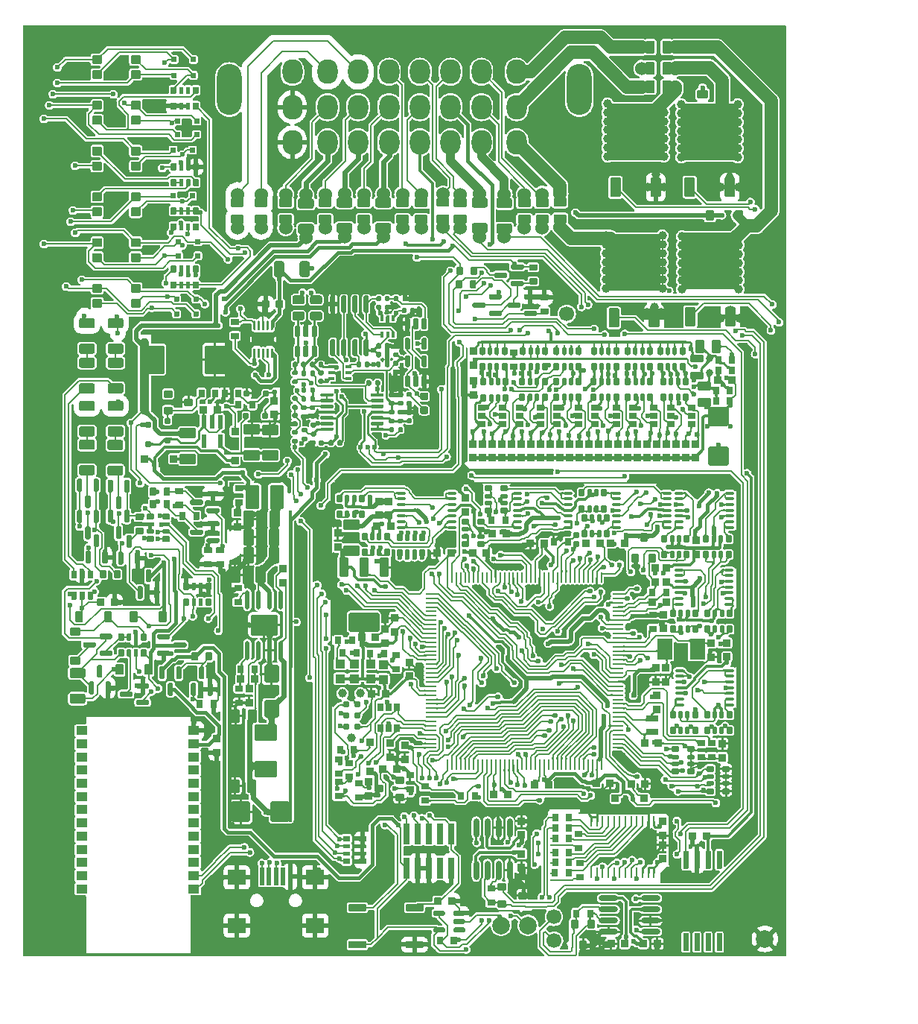
<source format=gtl>
G75*
G70*
%OFA0B0*%
%FSLAX25Y25*%
%IPPOS*%
%LPD*%
%AMOC8*
5,1,8,0,0,1.08239X$1,22.5*
%
%AMM110*
21,1,0.033470,0.026770,-0.000000,0.000000,270.000000*
21,1,0.026770,0.033470,-0.000000,0.000000,270.000000*
1,1,0.006690,-0.013390,-0.013390*
1,1,0.006690,-0.013390,0.013390*
1,1,0.006690,0.013390,0.013390*
1,1,0.006690,0.013390,-0.013390*
%
%AMM132*
21,1,0.070870,0.036220,-0.000000,-0.000000,180.000000*
21,1,0.061810,0.045280,-0.000000,-0.000000,180.000000*
1,1,0.009060,-0.030910,0.018110*
1,1,0.009060,0.030910,0.018110*
1,1,0.009060,0.030910,-0.018110*
1,1,0.009060,-0.030910,-0.018110*
%
%AMM133*
21,1,0.033470,0.026770,-0.000000,-0.000000,0.000000*
21,1,0.026770,0.033470,-0.000000,-0.000000,0.000000*
1,1,0.006690,0.013390,-0.013390*
1,1,0.006690,-0.013390,-0.013390*
1,1,0.006690,-0.013390,0.013390*
1,1,0.006690,0.013390,0.013390*
%
%AMM134*
21,1,0.035430,0.030320,-0.000000,-0.000000,270.000000*
21,1,0.028350,0.037400,-0.000000,-0.000000,270.000000*
1,1,0.007090,-0.015160,-0.014170*
1,1,0.007090,-0.015160,0.014170*
1,1,0.007090,0.015160,0.014170*
1,1,0.007090,0.015160,-0.014170*
%
%AMM135*
21,1,0.021650,0.052760,-0.000000,-0.000000,180.000000*
21,1,0.017320,0.057090,-0.000000,-0.000000,180.000000*
1,1,0.004330,-0.008660,0.026380*
1,1,0.004330,0.008660,0.026380*
1,1,0.004330,0.008660,-0.026380*
1,1,0.004330,-0.008660,-0.026380*
%
%AMM136*
21,1,0.094490,0.111020,-0.000000,-0.000000,0.000000*
21,1,0.075590,0.129920,-0.000000,-0.000000,0.000000*
1,1,0.018900,0.037800,-0.055510*
1,1,0.018900,-0.037800,-0.055510*
1,1,0.018900,-0.037800,0.055510*
1,1,0.018900,0.037800,0.055510*
%
%AMM137*
21,1,0.023620,0.018900,-0.000000,-0.000000,90.000000*
21,1,0.018900,0.023620,-0.000000,-0.000000,90.000000*
1,1,0.004720,0.009450,0.009450*
1,1,0.004720,0.009450,-0.009450*
1,1,0.004720,-0.009450,-0.009450*
1,1,0.004720,-0.009450,0.009450*
%
%AMM138*
21,1,0.035830,0.026770,-0.000000,-0.000000,180.000000*
21,1,0.029130,0.033470,-0.000000,-0.000000,180.000000*
1,1,0.006690,-0.014570,0.013390*
1,1,0.006690,0.014570,0.013390*
1,1,0.006690,0.014570,-0.013390*
1,1,0.006690,-0.014570,-0.013390*
%
%AMM139*
21,1,0.023620,0.018900,-0.000000,-0.000000,0.000000*
21,1,0.018900,0.023620,-0.000000,-0.000000,0.000000*
1,1,0.004720,0.009450,-0.009450*
1,1,0.004720,-0.009450,-0.009450*
1,1,0.004720,-0.009450,0.009450*
1,1,0.004720,0.009450,0.009450*
%
%AMM140*
21,1,0.027560,0.030710,-0.000000,-0.000000,180.000000*
21,1,0.022050,0.036220,-0.000000,-0.000000,180.000000*
1,1,0.005510,-0.011020,0.015350*
1,1,0.005510,0.011020,0.015350*
1,1,0.005510,0.011020,-0.015350*
1,1,0.005510,-0.011020,-0.015350*
%
%AMM141*
21,1,0.033470,0.026770,-0.000000,-0.000000,270.000000*
21,1,0.026770,0.033470,-0.000000,-0.000000,270.000000*
1,1,0.006690,-0.013390,-0.013390*
1,1,0.006690,-0.013390,0.013390*
1,1,0.006690,0.013390,0.013390*
1,1,0.006690,0.013390,-0.013390*
%
%AMM142*
21,1,0.035830,0.026770,-0.000000,-0.000000,270.000000*
21,1,0.029130,0.033470,-0.000000,-0.000000,270.000000*
1,1,0.006690,-0.013390,-0.014570*
1,1,0.006690,-0.013390,0.014570*
1,1,0.006690,0.013390,0.014570*
1,1,0.006690,0.013390,-0.014570*
%
%AMM143*
21,1,0.047240,0.015750,-0.000000,-0.000000,315.000000*
1,1,0.015750,-0.016700,0.016700*
1,1,0.015750,0.016700,-0.016700*
%
%AMM155*
21,1,0.039370,0.049210,-0.000000,0.000000,180.000000*
21,1,0.031500,0.057090,-0.000000,0.000000,180.000000*
1,1,0.007870,-0.015750,0.024610*
1,1,0.007870,0.015750,0.024610*
1,1,0.007870,0.015750,-0.024610*
1,1,0.007870,-0.015750,-0.024610*
%
%AMM156*
21,1,0.106300,0.050390,-0.000000,0.000000,90.000000*
21,1,0.093700,0.062990,-0.000000,0.000000,90.000000*
1,1,0.012600,0.025200,0.046850*
1,1,0.012600,0.025200,-0.046850*
1,1,0.012600,-0.025200,-0.046850*
1,1,0.012600,-0.025200,0.046850*
%
%AMM157*
21,1,0.074800,0.083460,-0.000000,0.000000,270.000000*
21,1,0.059840,0.098430,-0.000000,0.000000,270.000000*
1,1,0.014960,-0.041730,-0.029920*
1,1,0.014960,-0.041730,0.029920*
1,1,0.014960,0.041730,0.029920*
1,1,0.014960,0.041730,-0.029920*
%
%AMM158*
21,1,0.027560,0.030710,-0.000000,0.000000,270.000000*
21,1,0.022050,0.036220,-0.000000,0.000000,270.000000*
1,1,0.005510,-0.015350,-0.011020*
1,1,0.005510,-0.015350,0.011020*
1,1,0.005510,0.015350,0.011020*
1,1,0.005510,0.015350,-0.011020*
%
%AMM159*
21,1,0.033470,0.026770,-0.000000,0.000000,0.000000*
21,1,0.026770,0.033470,-0.000000,0.000000,0.000000*
1,1,0.006690,0.013390,-0.013390*
1,1,0.006690,-0.013390,-0.013390*
1,1,0.006690,-0.013390,0.013390*
1,1,0.006690,0.013390,0.013390*
%
%AMM160*
21,1,0.122050,0.075590,-0.000000,0.000000,0.000000*
21,1,0.103150,0.094490,-0.000000,0.000000,0.000000*
1,1,0.018900,0.051580,-0.037800*
1,1,0.018900,-0.051580,-0.037800*
1,1,0.018900,-0.051580,0.037800*
1,1,0.018900,0.051580,0.037800*
%
%AMM161*
21,1,0.078740,0.053540,-0.000000,0.000000,270.000000*
21,1,0.065350,0.066930,-0.000000,0.000000,270.000000*
1,1,0.013390,-0.026770,-0.032680*
1,1,0.013390,-0.026770,0.032680*
1,1,0.013390,0.026770,0.032680*
1,1,0.013390,0.026770,-0.032680*
%
%AMM162*
21,1,0.070870,0.036220,-0.000000,0.000000,270.000000*
21,1,0.061810,0.045280,-0.000000,0.000000,270.000000*
1,1,0.009060,-0.018110,-0.030910*
1,1,0.009060,-0.018110,0.030910*
1,1,0.009060,0.018110,0.030910*
1,1,0.009060,0.018110,-0.030910*
%
%AMM163*
21,1,0.086610,0.073230,-0.000000,0.000000,180.000000*
21,1,0.069290,0.090550,-0.000000,0.000000,180.000000*
1,1,0.017320,-0.034650,0.036610*
1,1,0.017320,0.034650,0.036610*
1,1,0.017320,0.034650,-0.036610*
1,1,0.017320,-0.034650,-0.036610*
%
%AMM164*
21,1,0.027560,0.030710,-0.000000,0.000000,180.000000*
21,1,0.022050,0.036220,-0.000000,0.000000,180.000000*
1,1,0.005510,-0.011020,0.015350*
1,1,0.005510,0.011020,0.015350*
1,1,0.005510,0.011020,-0.015350*
1,1,0.005510,-0.011020,-0.015350*
%
%AMM175*
21,1,0.033470,0.026770,-0.000000,0.000000,90.000000*
21,1,0.026770,0.033470,-0.000000,0.000000,90.000000*
1,1,0.006690,0.013390,0.013390*
1,1,0.006690,0.013390,-0.013390*
1,1,0.006690,-0.013390,-0.013390*
1,1,0.006690,-0.013390,0.013390*
%
%AMM181*
21,1,0.027560,0.030710,-0.000000,-0.000000,90.000000*
21,1,0.022050,0.036220,-0.000000,-0.000000,90.000000*
1,1,0.005510,0.015350,0.011020*
1,1,0.005510,0.015350,-0.011020*
1,1,0.005510,-0.015350,-0.011020*
1,1,0.005510,-0.015350,0.011020*
%
%AMM185*
21,1,0.033470,0.026770,0.000000,-0.000000,270.000000*
21,1,0.026770,0.033470,0.000000,-0.000000,270.000000*
1,1,0.006690,-0.013390,-0.013390*
1,1,0.006690,-0.013390,0.013390*
1,1,0.006690,0.013390,0.013390*
1,1,0.006690,0.013390,-0.013390*
%
%AMM186*
21,1,0.027560,0.030710,0.000000,-0.000000,270.000000*
21,1,0.022050,0.036220,0.000000,-0.000000,270.000000*
1,1,0.005510,-0.015350,-0.011020*
1,1,0.005510,-0.015350,0.011020*
1,1,0.005510,0.015350,0.011020*
1,1,0.005510,0.015350,-0.011020*
%
%AMM187*
21,1,0.027560,0.030710,0.000000,-0.000000,180.000000*
21,1,0.022050,0.036220,0.000000,-0.000000,180.000000*
1,1,0.005510,-0.011020,0.015350*
1,1,0.005510,0.011020,0.015350*
1,1,0.005510,0.011020,-0.015350*
1,1,0.005510,-0.011020,-0.015350*
%
%AMM188*
21,1,0.015750,0.009840,0.000000,-0.000000,315.000000*
1,1,0.009840,-0.005570,0.005570*
1,1,0.009840,0.005570,-0.005570*
%
%AMM211*
21,1,0.035430,0.050000,-0.000000,-0.000000,90.000000*
21,1,0.028350,0.057090,-0.000000,-0.000000,90.000000*
1,1,0.007090,0.025000,0.014170*
1,1,0.007090,0.025000,-0.014170*
1,1,0.007090,-0.025000,-0.014170*
1,1,0.007090,-0.025000,0.014170*
%
%AMM212*
21,1,0.086610,0.073230,-0.000000,-0.000000,90.000000*
21,1,0.069290,0.090550,-0.000000,-0.000000,90.000000*
1,1,0.017320,0.036610,0.034650*
1,1,0.017320,0.036610,-0.034650*
1,1,0.017320,-0.036610,-0.034650*
1,1,0.017320,-0.036610,0.034650*
%
%AMM213*
21,1,0.027560,0.030710,-0.000000,-0.000000,270.000000*
21,1,0.022050,0.036220,-0.000000,-0.000000,270.000000*
1,1,0.005510,-0.015350,-0.011020*
1,1,0.005510,-0.015350,0.011020*
1,1,0.005510,0.015350,0.011020*
1,1,0.005510,0.015350,-0.011020*
%
%AMM214*
21,1,0.039370,0.049210,-0.000000,-0.000000,0.000000*
21,1,0.031500,0.057090,-0.000000,-0.000000,0.000000*
1,1,0.007870,0.015750,-0.024610*
1,1,0.007870,-0.015750,-0.024610*
1,1,0.007870,-0.015750,0.024610*
1,1,0.007870,0.015750,0.024610*
%
%AMM215*
21,1,0.023620,0.030710,-0.000000,-0.000000,270.000000*
21,1,0.018900,0.035430,-0.000000,-0.000000,270.000000*
1,1,0.004720,-0.015350,-0.009450*
1,1,0.004720,-0.015350,0.009450*
1,1,0.004720,0.015350,0.009450*
1,1,0.004720,0.015350,-0.009450*
%
%AMM216*
21,1,0.025590,0.026380,-0.000000,-0.000000,180.000000*
21,1,0.020470,0.031500,-0.000000,-0.000000,180.000000*
1,1,0.005120,-0.010240,0.013190*
1,1,0.005120,0.010240,0.013190*
1,1,0.005120,0.010240,-0.013190*
1,1,0.005120,-0.010240,-0.013190*
%
%AMM217*
21,1,0.017720,0.027950,-0.000000,-0.000000,180.000000*
21,1,0.014170,0.031500,-0.000000,-0.000000,180.000000*
1,1,0.003540,-0.007090,0.013980*
1,1,0.003540,0.007090,0.013980*
1,1,0.003540,0.007090,-0.013980*
1,1,0.003540,-0.007090,-0.013980*
%
%AMM218*
21,1,0.033470,0.026770,-0.000000,-0.000000,90.000000*
21,1,0.026770,0.033470,-0.000000,-0.000000,90.000000*
1,1,0.006690,0.013390,0.013390*
1,1,0.006690,0.013390,-0.013390*
1,1,0.006690,-0.013390,-0.013390*
1,1,0.006690,-0.013390,0.013390*
%
%AMM219*
21,1,0.039370,0.049210,-0.000000,-0.000000,270.000000*
21,1,0.031500,0.057090,-0.000000,-0.000000,270.000000*
1,1,0.007870,-0.024610,-0.015750*
1,1,0.007870,-0.024610,0.015750*
1,1,0.007870,0.024610,0.015750*
1,1,0.007870,0.024610,-0.015750*
%
%AMM220*
21,1,0.007870,0.503940,-0.000000,-0.000000,0.000000*
21,1,0.000000,0.511810,-0.000000,-0.000000,0.000000*
1,1,0.007870,-0.000000,-0.251970*
1,1,0.007870,-0.000000,-0.251970*
1,1,0.007870,-0.000000,0.251970*
1,1,0.007870,-0.000000,0.251970*
%
%AMM221*
21,1,0.009840,0.919290,-0.000000,-0.000000,90.000000*
21,1,0.000000,0.929130,-0.000000,-0.000000,90.000000*
1,1,0.009840,0.459650,-0.000000*
1,1,0.009840,0.459650,-0.000000*
1,1,0.009840,-0.459650,-0.000000*
1,1,0.009840,-0.459650,-0.000000*
%
%AMM222*
21,1,0.007870,0.041340,-0.000000,-0.000000,180.000000*
21,1,0.000000,0.049210,-0.000000,-0.000000,180.000000*
1,1,0.007870,-0.000000,0.020670*
1,1,0.007870,-0.000000,0.020670*
1,1,0.007870,-0.000000,-0.020670*
1,1,0.007870,-0.000000,-0.020670*
%
%AMM244*
21,1,0.035430,0.030320,-0.000000,0.000000,270.000000*
21,1,0.028350,0.037400,-0.000000,0.000000,270.000000*
1,1,0.007090,-0.015160,-0.014170*
1,1,0.007090,-0.015160,0.014170*
1,1,0.007090,0.015160,0.014170*
1,1,0.007090,0.015160,-0.014170*
%
%AMM27*
21,1,0.027560,0.030710,0.000000,0.000000,180.000000*
21,1,0.022050,0.036220,0.000000,0.000000,180.000000*
1,1,0.005510,-0.011020,0.015350*
1,1,0.005510,0.011020,0.015350*
1,1,0.005510,0.011020,-0.015350*
1,1,0.005510,-0.011020,-0.015350*
%
%AMM277*
21,1,0.027560,0.030710,-0.000000,-0.000000,0.000000*
21,1,0.022050,0.036220,-0.000000,-0.000000,0.000000*
1,1,0.005510,0.011020,-0.015350*
1,1,0.005510,-0.011020,-0.015350*
1,1,0.005510,-0.011020,0.015350*
1,1,0.005510,0.011020,0.015350*
%
%AMM278*
21,1,0.023620,0.030710,-0.000000,-0.000000,0.000000*
21,1,0.018900,0.035430,-0.000000,-0.000000,0.000000*
1,1,0.004720,0.009450,-0.015350*
1,1,0.004720,-0.009450,-0.015350*
1,1,0.004720,-0.009450,0.015350*
1,1,0.004720,0.009450,0.015350*
%
%AMM279*
21,1,0.027560,0.018900,-0.000000,-0.000000,0.000000*
21,1,0.022840,0.023620,-0.000000,-0.000000,0.000000*
1,1,0.004720,0.011420,-0.009450*
1,1,0.004720,-0.011420,-0.009450*
1,1,0.004720,-0.011420,0.009450*
1,1,0.004720,0.011420,0.009450*
%
%AMM280*
21,1,0.137800,0.067720,-0.000000,-0.000000,180.000000*
21,1,0.120870,0.084650,-0.000000,-0.000000,180.000000*
1,1,0.016930,-0.060430,0.033860*
1,1,0.016930,0.060430,0.033860*
1,1,0.016930,0.060430,-0.033860*
1,1,0.016930,-0.060430,-0.033860*
%
%AMM281*
21,1,0.043310,0.075980,-0.000000,-0.000000,180.000000*
21,1,0.034650,0.084650,-0.000000,-0.000000,180.000000*
1,1,0.008660,-0.017320,0.037990*
1,1,0.008660,0.017320,0.037990*
1,1,0.008660,0.017320,-0.037990*
1,1,0.008660,-0.017320,-0.037990*
%
%AMM282*
21,1,0.043310,0.075990,-0.000000,-0.000000,180.000000*
21,1,0.034650,0.084650,-0.000000,-0.000000,180.000000*
1,1,0.008660,-0.017320,0.037990*
1,1,0.008660,0.017320,0.037990*
1,1,0.008660,0.017320,-0.037990*
1,1,0.008660,-0.017320,-0.037990*
%
%AMM283*
21,1,0.039370,0.035430,-0.000000,-0.000000,90.000000*
21,1,0.031500,0.043310,-0.000000,-0.000000,90.000000*
1,1,0.007870,0.017720,0.015750*
1,1,0.007870,0.017720,-0.015750*
1,1,0.007870,-0.017720,-0.015750*
1,1,0.007870,-0.017720,0.015750*
%
%AMM284*
21,1,0.035430,0.030320,-0.000000,-0.000000,90.000000*
21,1,0.028350,0.037400,-0.000000,-0.000000,90.000000*
1,1,0.007090,0.015160,0.014170*
1,1,0.007090,0.015160,-0.014170*
1,1,0.007090,-0.015160,-0.014170*
1,1,0.007090,-0.015160,0.014170*
%
%AMM285*
21,1,0.035830,0.026770,-0.000000,-0.000000,90.000000*
21,1,0.029130,0.033470,-0.000000,-0.000000,90.000000*
1,1,0.006690,0.013390,0.014570*
1,1,0.006690,0.013390,-0.014570*
1,1,0.006690,-0.013390,-0.014570*
1,1,0.006690,-0.013390,0.014570*
%
%AMM286*
21,1,0.035430,0.030320,-0.000000,-0.000000,0.000000*
21,1,0.028350,0.037400,-0.000000,-0.000000,0.000000*
1,1,0.007090,0.014170,-0.015160*
1,1,0.007090,-0.014170,-0.015160*
1,1,0.007090,-0.014170,0.015160*
1,1,0.007090,0.014170,0.015160*
%
%AMM287*
21,1,0.025590,0.026380,-0.000000,-0.000000,90.000000*
21,1,0.020470,0.031500,-0.000000,-0.000000,90.000000*
1,1,0.005120,0.013190,0.010240*
1,1,0.005120,0.013190,-0.010240*
1,1,0.005120,-0.013190,-0.010240*
1,1,0.005120,-0.013190,0.010240*
%
%AMM288*
21,1,0.017720,0.027950,-0.000000,-0.000000,90.000000*
21,1,0.014170,0.031500,-0.000000,-0.000000,90.000000*
1,1,0.003540,0.013980,0.007090*
1,1,0.003540,0.013980,-0.007090*
1,1,0.003540,-0.013980,-0.007090*
1,1,0.003540,-0.013980,0.007090*
%
%AMM289*
21,1,0.027560,0.049610,-0.000000,-0.000000,90.000000*
21,1,0.022050,0.055120,-0.000000,-0.000000,90.000000*
1,1,0.005510,0.024800,0.011020*
1,1,0.005510,0.024800,-0.011020*
1,1,0.005510,-0.024800,-0.011020*
1,1,0.005510,-0.024800,0.011020*
%
%AMM290*
21,1,0.035830,0.026770,-0.000000,-0.000000,0.000000*
21,1,0.029130,0.033470,-0.000000,-0.000000,0.000000*
1,1,0.006690,0.014570,-0.013390*
1,1,0.006690,-0.014570,-0.013390*
1,1,0.006690,-0.014570,0.013390*
1,1,0.006690,0.014570,0.013390*
%
%AMM291*
21,1,0.007870,0.029130,-0.000000,-0.000000,45.000000*
21,1,0.000000,0.037010,-0.000000,-0.000000,45.000000*
1,1,0.007870,0.010300,-0.010300*
1,1,0.007870,0.010300,-0.010300*
1,1,0.007870,-0.010300,0.010300*
1,1,0.007870,-0.010300,0.010300*
%
%AMM292*
21,1,0.007870,0.014960,-0.000000,-0.000000,315.000000*
21,1,0.000000,0.022840,-0.000000,-0.000000,315.000000*
1,1,0.007870,-0.005290,-0.005290*
1,1,0.007870,-0.005290,-0.005290*
1,1,0.007870,0.005290,0.005290*
1,1,0.007870,0.005290,0.005290*
%
%AMM293*
21,1,0.007870,0.013780,-0.000000,-0.000000,225.000000*
21,1,0.000000,0.021650,-0.000000,-0.000000,225.000000*
1,1,0.007870,-0.004870,0.004870*
1,1,0.007870,-0.004870,0.004870*
1,1,0.007870,0.004870,-0.004870*
1,1,0.007870,0.004870,-0.004870*
%
%AMM294*
21,1,0.007870,0.039370,-0.000000,-0.000000,225.000000*
21,1,0.000000,0.047240,-0.000000,-0.000000,225.000000*
1,1,0.007870,-0.013920,0.013920*
1,1,0.007870,-0.013920,0.013920*
1,1,0.007870,0.013920,-0.013920*
1,1,0.007870,0.013920,-0.013920*
%
%AMM295*
21,1,0.007870,0.055120,-0.000000,-0.000000,90.000000*
21,1,0.000000,0.062990,-0.000000,-0.000000,90.000000*
1,1,0.007870,0.027560,-0.000000*
1,1,0.007870,0.027560,-0.000000*
1,1,0.007870,-0.027560,-0.000000*
1,1,0.007870,-0.027560,-0.000000*
%
%AMM296*
21,1,0.007870,0.023620,-0.000000,-0.000000,135.000000*
21,1,0.000000,0.031500,-0.000000,-0.000000,135.000000*
1,1,0.007870,0.008350,0.008350*
1,1,0.007870,0.008350,0.008350*
1,1,0.007870,-0.008350,-0.008350*
1,1,0.007870,-0.008350,-0.008350*
%
%AMM297*
21,1,0.007870,1.704720,-0.000000,-0.000000,90.000000*
21,1,0.000000,1.712600,-0.000000,-0.000000,90.000000*
1,1,0.007870,0.852360,-0.000000*
1,1,0.007870,0.852360,-0.000000*
1,1,0.007870,-0.852360,-0.000000*
1,1,0.007870,-0.852360,-0.000000*
%
%AMM298*
21,1,0.007870,1.405510,-0.000000,-0.000000,0.000000*
21,1,0.000000,1.413390,-0.000000,-0.000000,0.000000*
1,1,0.007870,-0.000000,-0.702760*
1,1,0.007870,-0.000000,-0.702760*
1,1,0.007870,-0.000000,0.702760*
1,1,0.007870,-0.000000,0.702760*
%
%AMM299*
21,1,0.007870,1.787400,-0.000000,-0.000000,90.000000*
21,1,0.000000,1.795280,-0.000000,-0.000000,90.000000*
1,1,0.007870,0.893700,-0.000000*
1,1,0.007870,0.893700,-0.000000*
1,1,0.007870,-0.893700,-0.000000*
1,1,0.007870,-0.893700,-0.000000*
%
%AMM300*
21,1,0.007870,1.416930,-0.000000,-0.000000,0.000000*
21,1,0.000000,1.424800,-0.000000,-0.000000,0.000000*
1,1,0.007870,-0.000000,-0.708470*
1,1,0.007870,-0.000000,-0.708470*
1,1,0.007870,-0.000000,0.708470*
1,1,0.007870,-0.000000,0.708470*
%
%AMM301*
21,1,0.009840,0.017720,-0.000000,-0.000000,0.000000*
21,1,0.000000,0.027560,-0.000000,-0.000000,0.000000*
1,1,0.009840,-0.000000,-0.008860*
1,1,0.009840,-0.000000,-0.008860*
1,1,0.009840,-0.000000,0.008860*
1,1,0.009840,-0.000000,0.008860*
%
%AMM44*
21,1,0.033470,0.026770,0.000000,0.000000,0.000000*
21,1,0.026770,0.033470,0.000000,0.000000,0.000000*
1,1,0.006690,0.013390,-0.013390*
1,1,0.006690,-0.013390,-0.013390*
1,1,0.006690,-0.013390,0.013390*
1,1,0.006690,0.013390,0.013390*
%
%AMM76*
21,1,0.035430,0.030320,0.000000,0.000000,180.000000*
21,1,0.028350,0.037400,0.000000,0.000000,180.000000*
1,1,0.007090,-0.014170,0.015160*
1,1,0.007090,0.014170,0.015160*
1,1,0.007090,0.014170,-0.015160*
1,1,0.007090,-0.014170,-0.015160*
%
%ADD10C,0.02362*%
%ADD11R,0.10236X0.05906*%
%ADD114M27*%
%ADD12O,0.40157X0.00984*%
%ADD122O,0.01968X0.03937*%
%ADD129C,0.03150*%
%ADD13O,0.00984X0.22835*%
%ADD14O,0.01575X0.00787*%
%ADD142R,0.02559X0.01575*%
%ADD149R,0.01575X0.02559*%
%ADD15C,0.06000*%
%ADD152M44*%
%ADD16C,0.07874*%
%ADD17C,0.06693*%
%ADD18R,0.01969X0.07874*%
%ADD183O,0.05118X0.00866*%
%ADD184O,0.00866X0.05118*%
%ADD189O,0.04331X0.01181*%
%ADD19R,0.07874X0.06693*%
%ADD192R,0.06693X0.09449*%
%ADD194M76*%
%ADD20R,0.22835X0.25197*%
%ADD21O,0.00787X0.22323*%
%ADD210R,0.01968X0.01968*%
%ADD211C,0.03100*%
%ADD212C,0.03900*%
%ADD22O,0.00787X0.26772*%
%ADD23O,0.01969X0.00984*%
%ADD237O,0.08661X0.02362*%
%ADD238O,0.01968X0.00984*%
%ADD239O,0.00984X0.01968*%
%ADD24O,0.43701X0.00787*%
%ADD244M110*%
%ADD25O,0.38583X0.01575*%
%ADD26O,0.00984X0.01969*%
%ADD27O,0.22323X0.00787*%
%ADD274M132*%
%ADD275M133*%
%ADD276M134*%
%ADD277M135*%
%ADD278M136*%
%ADD279M137*%
%ADD28O,0.00787X0.43701*%
%ADD280M138*%
%ADD281M139*%
%ADD282M140*%
%ADD283M141*%
%ADD284M142*%
%ADD285M143*%
%ADD29O,0.26772X0.00787*%
%ADD297M155*%
%ADD298M156*%
%ADD299M157*%
%ADD30O,0.01575X0.38583*%
%ADD300M158*%
%ADD301M159*%
%ADD302O,0.01968X0.08661*%
%ADD303M160*%
%ADD304M161*%
%ADD305M162*%
%ADD306M163*%
%ADD307M164*%
%ADD308O,0.11811X0.01968*%
%ADD309O,0.28347X0.01575*%
%ADD31O,0.03937X0.01969*%
%ADD32O,0.03937X0.34428*%
%ADD321O,0.00984X0.04961*%
%ADD322M175*%
%ADD325O,0.40158X0.00984*%
%ADD33O,0.35433X0.01575*%
%ADD331M181*%
%ADD335M185*%
%ADD336M186*%
%ADD337M187*%
%ADD338M188*%
%ADD34O,0.01575X0.21260*%
%ADD35O,0.25591X0.00787*%
%ADD36O,0.54331X0.00787*%
%ADD361M211*%
%ADD362M212*%
%ADD363M213*%
%ADD364M214*%
%ADD365M215*%
%ADD366M216*%
%ADD367M217*%
%ADD368M218*%
%ADD369M219*%
%ADD37O,0.00787X0.01969*%
%ADD370M220*%
%ADD371M221*%
%ADD372M222*%
%ADD38O,0.00787X0.36220*%
%ADD39R,0.00984X0.71654*%
%ADD396M244*%
%ADD40R,0.25591X0.00984*%
%ADD41R,0.25394X0.00984*%
%ADD42R,0.04921X0.00984*%
%ADD43R,0.53740X0.00984*%
%ADD431M277*%
%ADD432M278*%
%ADD433M279*%
%ADD434M280*%
%ADD435M281*%
%ADD436M282*%
%ADD437M283*%
%ADD438M284*%
%ADD439M285*%
%ADD44R,0.01378X0.00984*%
%ADD440M286*%
%ADD441M287*%
%ADD442M288*%
%ADD443M289*%
%ADD444M290*%
%ADD445M291*%
%ADD446M292*%
%ADD447M293*%
%ADD448M294*%
%ADD449M295*%
%ADD45R,0.05118X0.03937*%
%ADD450M296*%
%ADD451M297*%
%ADD452M298*%
%ADD453M299*%
%ADD454M300*%
%ADD455M301*%
%ADD46O,0.11024X0.22835*%
%ADD47O,0.09055X0.11024*%
%ADD474O,0.02362X0.08661*%
%ADD48O,0.01575X0.19685*%
%ADD49O,0.28346X0.01575*%
%ADD50O,0.01575X1.18110*%
%ADD51O,0.01969X0.03937*%
%ADD52O,0.12205X0.00787*%
%ADD53O,0.11811X0.01969*%
%ADD54O,0.01575X1.39370*%
%ADD55R,0.02913X0.09449*%
%ADD56C,0.03937*%
%ADD57C,0.01575*%
%ADD58C,0.00787*%
%ADD59C,0.01181*%
%ADD60C,0.00800*%
%ADD61C,0.05906*%
%ADD62C,0.01969*%
%ADD70C,0.00984*%
%ADD91O,0.03937X0.34429*%
%ADD92O,0.00787X0.36221*%
%ADD93O,0.03937X0.01968*%
%ADD94O,0.00787X0.01968*%
%ADD96C,0.01968*%
X0000000Y0000000D02*
%LPD*%
G01*
G36*
G01*
X0111722Y0284724D02*
X0112215Y0284724D01*
G75*
G02*
X0112461Y0284478I0000000J-000246D01*
G01*
X0112461Y0280837D01*
G75*
G02*
X0112215Y0280591I-000246J0000000D01*
G01*
X0111722Y0280591D01*
G75*
G02*
X0111476Y0280837I0000000J0000246D01*
G01*
X0111476Y0284478D01*
G75*
G02*
X0111722Y0284724I0000246J0000000D01*
G01*
G37*
G36*
G01*
X0109754Y0284724D02*
X0110246Y0284724D01*
G75*
G02*
X0110492Y0284478I0000000J-000246D01*
G01*
X0110492Y0280837D01*
G75*
G02*
X0110246Y0280591I-000246J0000000D01*
G01*
X0109754Y0280591D01*
G75*
G02*
X0109508Y0280837I0000000J0000246D01*
G01*
X0109508Y0284478D01*
G75*
G02*
X0109754Y0284724I0000246J0000000D01*
G01*
G37*
G36*
G01*
X0107785Y0284724D02*
X0108278Y0284724D01*
G75*
G02*
X0108524Y0284478I0000000J-000246D01*
G01*
X0108524Y0280837D01*
G75*
G02*
X0108278Y0280591I-000246J0000000D01*
G01*
X0107785Y0280591D01*
G75*
G02*
X0107539Y0280837I0000000J0000246D01*
G01*
X0107539Y0284478D01*
G75*
G02*
X0107785Y0284724I0000246J0000000D01*
G01*
G37*
G36*
G01*
X0105817Y0284724D02*
X0106309Y0284724D01*
G75*
G02*
X0106555Y0284478I0000000J-000246D01*
G01*
X0106555Y0280837D01*
G75*
G02*
X0106309Y0280591I-000246J0000000D01*
G01*
X0105817Y0280591D01*
G75*
G02*
X0105571Y0280837I0000000J0000246D01*
G01*
X0105571Y0284478D01*
G75*
G02*
X0105817Y0284724I0000246J0000000D01*
G01*
G37*
G36*
G01*
X0103848Y0284724D02*
X0104341Y0284724D01*
G75*
G02*
X0104587Y0284478I0000000J-000246D01*
G01*
X0104587Y0280837D01*
G75*
G02*
X0104341Y0280591I-000246J0000000D01*
G01*
X0103848Y0280591D01*
G75*
G02*
X0103602Y0280837I0000000J0000246D01*
G01*
X0103602Y0284478D01*
G75*
G02*
X0103848Y0284724I0000246J0000000D01*
G01*
G37*
G36*
G01*
X0103848Y0272323D02*
X0104341Y0272323D01*
G75*
G02*
X0104587Y0272077I0000000J-000246D01*
G01*
X0104587Y0268435D01*
G75*
G02*
X0104341Y0268189I-000246J0000000D01*
G01*
X0103848Y0268189D01*
G75*
G02*
X0103602Y0268435I0000000J0000246D01*
G01*
X0103602Y0272077D01*
G75*
G02*
X0103848Y0272323I0000246J0000000D01*
G01*
G37*
G36*
G01*
X0105817Y0272323D02*
X0106309Y0272323D01*
G75*
G02*
X0106555Y0272077I0000000J-000246D01*
G01*
X0106555Y0268435D01*
G75*
G02*
X0106309Y0268189I-000246J0000000D01*
G01*
X0105817Y0268189D01*
G75*
G02*
X0105571Y0268435I0000000J0000246D01*
G01*
X0105571Y0272077D01*
G75*
G02*
X0105817Y0272323I0000246J0000000D01*
G01*
G37*
G36*
G01*
X0107785Y0272323D02*
X0108278Y0272323D01*
G75*
G02*
X0108524Y0272077I0000000J-000246D01*
G01*
X0108524Y0268435D01*
G75*
G02*
X0108278Y0268189I-000246J0000000D01*
G01*
X0107785Y0268189D01*
G75*
G02*
X0107539Y0268435I0000000J0000246D01*
G01*
X0107539Y0272077D01*
G75*
G02*
X0107785Y0272323I0000246J0000000D01*
G01*
G37*
G36*
G01*
X0109754Y0272323D02*
X0110246Y0272323D01*
G75*
G02*
X0110492Y0272077I0000000J-000246D01*
G01*
X0110492Y0268435D01*
G75*
G02*
X0110246Y0268189I-000246J0000000D01*
G01*
X0109754Y0268189D01*
G75*
G02*
X0109508Y0268435I0000000J0000246D01*
G01*
X0109508Y0272077D01*
G75*
G02*
X0109754Y0272323I0000246J0000000D01*
G01*
G37*
G36*
G01*
X0111722Y0272323D02*
X0112215Y0272323D01*
G75*
G02*
X0112461Y0272077I0000000J-000246D01*
G01*
X0112461Y0268435D01*
G75*
G02*
X0112215Y0268189I-000246J0000000D01*
G01*
X0111722Y0268189D01*
G75*
G02*
X0111476Y0268435I0000000J0000246D01*
G01*
X0111476Y0272077D01*
G75*
G02*
X0111722Y0272323I0000246J0000000D01*
G01*
G37*
D10*
X0110787Y0276457D03*
X0105276Y0276457D03*
D11*
X0108031Y0276457D03*
D12*
X0269245Y0064646D03*
D13*
X0289914Y0052392D03*
G36*
G01*
X0288419Y0064960D02*
X0288419Y0064960D01*
G75*
G02*
X0289115Y0064960I0000348J-000348D01*
G01*
X0290228Y0063847D01*
G75*
G02*
X0290228Y0063151I-000348J-000348D01*
G01*
X0290228Y0063151D01*
G75*
G02*
X0289532Y0063151I-000348J0000348D01*
G01*
X0288419Y0064264D01*
G75*
G02*
X0288419Y0064960I0000348J0000348D01*
G01*
G37*
D14*
X0237258Y0034627D03*
X0237258Y0037619D03*
X0237258Y0042245D03*
X0237258Y0046871D03*
X0237258Y0050177D03*
X0237258Y0053130D03*
X0237258Y0057756D03*
X0237258Y0062382D03*
D10*
X0277020Y0042540D03*
X0275347Y0035315D03*
X0273182Y0043386D03*
X0269737Y0042540D03*
X0266390Y0042245D03*
X0265111Y0035315D03*
X0259993Y0040473D03*
X0257434Y0035315D03*
X0285682Y0058642D03*
X0284501Y0042599D03*
G36*
G01*
X0198667Y0328156D02*
X0193746Y0328156D01*
G75*
G02*
X0193352Y0328550I0000000J0000394D01*
G01*
X0193352Y0331699D01*
G75*
G02*
X0193746Y0332093I0000394J0000000D01*
G01*
X0198667Y0332093D01*
G75*
G02*
X0199061Y0331699I0000000J-000394D01*
G01*
X0199061Y0328550D01*
G75*
G02*
X0198667Y0328156I-000394J0000000D01*
G01*
G37*
D15*
X0196206Y0326364D03*
G36*
G01*
X0198667Y0335636D02*
X0193746Y0335636D01*
G75*
G02*
X0193352Y0336030I0000000J0000394D01*
G01*
X0193352Y0339180D01*
G75*
G02*
X0193746Y0339573I0000394J0000000D01*
G01*
X0198667Y0339573D01*
G75*
G02*
X0199061Y0339180I0000000J-000394D01*
G01*
X0199061Y0336030D01*
G75*
G02*
X0198667Y0335636I-000394J0000000D01*
G01*
G37*
X0196206Y0341364D03*
G36*
G01*
X0068937Y0210039D02*
X0072008Y0210039D01*
G75*
G02*
X0072283Y0209764I0000000J-000276D01*
G01*
X0072283Y0207559D01*
G75*
G02*
X0072008Y0207283I-000276J0000000D01*
G01*
X0068937Y0207283D01*
G75*
G02*
X0068661Y0207559I0000000J0000276D01*
G01*
X0068661Y0209764D01*
G75*
G02*
X0068937Y0210039I0000276J0000000D01*
G01*
G37*
G36*
G01*
X0068937Y0203740D02*
X0072008Y0203740D01*
G75*
G02*
X0072283Y0203465I0000000J-000276D01*
G01*
X0072283Y0201260D01*
G75*
G02*
X0072008Y0200984I-000276J0000000D01*
G01*
X0068937Y0200984D01*
G75*
G02*
X0068661Y0201260I0000000J0000276D01*
G01*
X0068661Y0203465D01*
G75*
G02*
X0068937Y0203740I0000276J0000000D01*
G01*
G37*
G36*
G01*
X0066535Y0299469D02*
X0066535Y0302106D01*
G75*
G02*
X0066791Y0302362I0000256J0000000D01*
G01*
X0068839Y0302362D01*
G75*
G02*
X0069094Y0302106I0000000J-000256D01*
G01*
X0069094Y0299469D01*
G75*
G02*
X0068839Y0299213I-000256J0000000D01*
G01*
X0066791Y0299213D01*
G75*
G02*
X0066535Y0299469I0000000J0000256D01*
G01*
G37*
G36*
G01*
X0070374Y0299390D02*
X0070374Y0302185D01*
G75*
G02*
X0070551Y0302362I0000177J0000000D01*
G01*
X0071969Y0302362D01*
G75*
G02*
X0072146Y0302185I0000000J-000177D01*
G01*
X0072146Y0299390D01*
G75*
G02*
X0071969Y0299213I-000177J0000000D01*
G01*
X0070551Y0299213D01*
G75*
G02*
X0070374Y0299390I0000000J0000177D01*
G01*
G37*
G36*
G01*
X0073524Y0299390D02*
X0073524Y0302185D01*
G75*
G02*
X0073701Y0302362I0000177J0000000D01*
G01*
X0075118Y0302362D01*
G75*
G02*
X0075295Y0302185I0000000J-000177D01*
G01*
X0075295Y0299390D01*
G75*
G02*
X0075118Y0299213I-000177J0000000D01*
G01*
X0073701Y0299213D01*
G75*
G02*
X0073524Y0299390I0000000J0000177D01*
G01*
G37*
G36*
G01*
X0076575Y0299469D02*
X0076575Y0302106D01*
G75*
G02*
X0076831Y0302362I0000256J0000000D01*
G01*
X0078878Y0302362D01*
G75*
G02*
X0079134Y0302106I0000000J-000256D01*
G01*
X0079134Y0299469D01*
G75*
G02*
X0078878Y0299213I-000256J0000000D01*
G01*
X0076831Y0299213D01*
G75*
G02*
X0076575Y0299469I0000000J0000256D01*
G01*
G37*
G36*
G01*
X0076575Y0306555D02*
X0076575Y0309193D01*
G75*
G02*
X0076831Y0309449I0000256J0000000D01*
G01*
X0078878Y0309449D01*
G75*
G02*
X0079134Y0309193I0000000J-000256D01*
G01*
X0079134Y0306555D01*
G75*
G02*
X0078878Y0306299I-000256J0000000D01*
G01*
X0076831Y0306299D01*
G75*
G02*
X0076575Y0306555I0000000J0000256D01*
G01*
G37*
G36*
G01*
X0073524Y0306476D02*
X0073524Y0309272D01*
G75*
G02*
X0073701Y0309449I0000177J0000000D01*
G01*
X0075118Y0309449D01*
G75*
G02*
X0075295Y0309272I0000000J-000177D01*
G01*
X0075295Y0306476D01*
G75*
G02*
X0075118Y0306299I-000177J0000000D01*
G01*
X0073701Y0306299D01*
G75*
G02*
X0073524Y0306476I0000000J0000177D01*
G01*
G37*
G36*
G01*
X0070374Y0306476D02*
X0070374Y0309272D01*
G75*
G02*
X0070551Y0309449I0000177J0000000D01*
G01*
X0071969Y0309449D01*
G75*
G02*
X0072146Y0309272I0000000J-000177D01*
G01*
X0072146Y0306476D01*
G75*
G02*
X0071969Y0306299I-000177J0000000D01*
G01*
X0070551Y0306299D01*
G75*
G02*
X0070374Y0306476I0000000J0000177D01*
G01*
G37*
G36*
G01*
X0066535Y0306555D02*
X0066535Y0309193D01*
G75*
G02*
X0066791Y0309449I0000256J0000000D01*
G01*
X0068839Y0309449D01*
G75*
G02*
X0069094Y0309193I0000000J-000256D01*
G01*
X0069094Y0306555D01*
G75*
G02*
X0068839Y0306299I-000256J0000000D01*
G01*
X0066791Y0306299D01*
G75*
G02*
X0066535Y0306555I0000000J0000256D01*
G01*
G37*
G36*
G01*
X0079228Y0354909D02*
X0079228Y0352272D01*
G75*
G02*
X0078972Y0352016I-000256J0000000D01*
G01*
X0076925Y0352016D01*
G75*
G02*
X0076669Y0352272I0000000J0000256D01*
G01*
X0076669Y0354909D01*
G75*
G02*
X0076925Y0355165I0000256J0000000D01*
G01*
X0078972Y0355165D01*
G75*
G02*
X0079228Y0354909I0000000J-000256D01*
G01*
G37*
G36*
G01*
X0075390Y0354988D02*
X0075390Y0352193D01*
G75*
G02*
X0075213Y0352016I-000177J0000000D01*
G01*
X0073795Y0352016D01*
G75*
G02*
X0073618Y0352193I0000000J0000177D01*
G01*
X0073618Y0354988D01*
G75*
G02*
X0073795Y0355165I0000177J0000000D01*
G01*
X0075213Y0355165D01*
G75*
G02*
X0075390Y0354988I0000000J-000177D01*
G01*
G37*
G36*
G01*
X0072240Y0354988D02*
X0072240Y0352193D01*
G75*
G02*
X0072063Y0352016I-000177J0000000D01*
G01*
X0070646Y0352016D01*
G75*
G02*
X0070469Y0352193I0000000J0000177D01*
G01*
X0070469Y0354988D01*
G75*
G02*
X0070646Y0355165I0000177J0000000D01*
G01*
X0072063Y0355165D01*
G75*
G02*
X0072240Y0354988I0000000J-000177D01*
G01*
G37*
G36*
G01*
X0069189Y0354909D02*
X0069189Y0352272D01*
G75*
G02*
X0068933Y0352016I-000256J0000000D01*
G01*
X0066886Y0352016D01*
G75*
G02*
X0066630Y0352272I0000000J0000256D01*
G01*
X0066630Y0354909D01*
G75*
G02*
X0066886Y0355165I0000256J0000000D01*
G01*
X0068933Y0355165D01*
G75*
G02*
X0069189Y0354909I0000000J-000256D01*
G01*
G37*
G36*
G01*
X0069189Y0347823D02*
X0069189Y0345185D01*
G75*
G02*
X0068933Y0344929I-000256J0000000D01*
G01*
X0066886Y0344929D01*
G75*
G02*
X0066630Y0345185I0000000J0000256D01*
G01*
X0066630Y0347823D01*
G75*
G02*
X0066886Y0348079I0000256J0000000D01*
G01*
X0068933Y0348079D01*
G75*
G02*
X0069189Y0347823I0000000J-000256D01*
G01*
G37*
G36*
G01*
X0072240Y0347902D02*
X0072240Y0345106D01*
G75*
G02*
X0072063Y0344929I-000177J0000000D01*
G01*
X0070646Y0344929D01*
G75*
G02*
X0070469Y0345106I0000000J0000177D01*
G01*
X0070469Y0347902D01*
G75*
G02*
X0070646Y0348079I0000177J0000000D01*
G01*
X0072063Y0348079D01*
G75*
G02*
X0072240Y0347902I0000000J-000177D01*
G01*
G37*
G36*
G01*
X0075390Y0347902D02*
X0075390Y0345106D01*
G75*
G02*
X0075213Y0344929I-000177J0000000D01*
G01*
X0073795Y0344929D01*
G75*
G02*
X0073618Y0345106I0000000J0000177D01*
G01*
X0073618Y0347902D01*
G75*
G02*
X0073795Y0348079I0000177J0000000D01*
G01*
X0075213Y0348079D01*
G75*
G02*
X0075390Y0347902I0000000J-000177D01*
G01*
G37*
G36*
G01*
X0079228Y0347823D02*
X0079228Y0345185D01*
G75*
G02*
X0078972Y0344929I-000256J0000000D01*
G01*
X0076925Y0344929D01*
G75*
G02*
X0076669Y0345185I0000000J0000256D01*
G01*
X0076669Y0347823D01*
G75*
G02*
X0076925Y0348079I0000256J0000000D01*
G01*
X0078972Y0348079D01*
G75*
G02*
X0079228Y0347823I0000000J-000256D01*
G01*
G37*
G36*
G01*
X0088583Y0090020D02*
X0085906Y0090020D01*
G75*
G02*
X0085571Y0090354I0000000J0000335D01*
G01*
X0085571Y0093031D01*
G75*
G02*
X0085906Y0093366I0000335J0000000D01*
G01*
X0088583Y0093366D01*
G75*
G02*
X0088917Y0093031I0000000J-000335D01*
G01*
X0088917Y0090354D01*
G75*
G02*
X0088583Y0090020I-000335J0000000D01*
G01*
G37*
G36*
G01*
X0088583Y0096240D02*
X0085906Y0096240D01*
G75*
G02*
X0085571Y0096575I0000000J0000335D01*
G01*
X0085571Y0099252D01*
G75*
G02*
X0085906Y0099587I0000335J0000000D01*
G01*
X0088583Y0099587D01*
G75*
G02*
X0088917Y0099252I0000000J-000335D01*
G01*
X0088917Y0096575D01*
G75*
G02*
X0088583Y0096240I-000335J0000000D01*
G01*
G37*
G36*
G01*
X0190975Y0328240D02*
X0186053Y0328240D01*
G75*
G02*
X0185660Y0328634I0000000J0000394D01*
G01*
X0185660Y0331784D01*
G75*
G02*
X0186053Y0332177I0000394J0000000D01*
G01*
X0190975Y0332177D01*
G75*
G02*
X0191368Y0331784I0000000J-000394D01*
G01*
X0191368Y0328634D01*
G75*
G02*
X0190975Y0328240I-000394J0000000D01*
G01*
G37*
X0188514Y0326449D03*
G36*
G01*
X0190975Y0335721D02*
X0186053Y0335721D01*
G75*
G02*
X0185660Y0336114I0000000J0000394D01*
G01*
X0185660Y0339264D01*
G75*
G02*
X0186053Y0339658I0000394J0000000D01*
G01*
X0190975Y0339658D01*
G75*
G02*
X0191368Y0339264I0000000J-000394D01*
G01*
X0191368Y0336114D01*
G75*
G02*
X0190975Y0335721I-000394J0000000D01*
G01*
G37*
X0188514Y0341449D03*
G36*
G01*
X0032677Y0236594D02*
X0032677Y0233878D01*
G75*
G02*
X0031772Y0232972I-000906J0000000D01*
G01*
X0026496Y0232972D01*
G75*
G02*
X0025591Y0233878I0000000J0000906D01*
G01*
X0025591Y0236594D01*
G75*
G02*
X0026496Y0237500I0000906J0000000D01*
G01*
X0031772Y0237500D01*
G75*
G02*
X0032677Y0236594I0000000J-000906D01*
G01*
G37*
G36*
G01*
X0032677Y0248012D02*
X0032677Y0245295D01*
G75*
G02*
X0031772Y0244390I-000906J0000000D01*
G01*
X0026496Y0244390D01*
G75*
G02*
X0025591Y0245295I0000000J0000906D01*
G01*
X0025591Y0248012D01*
G75*
G02*
X0026496Y0248917I0000906J0000000D01*
G01*
X0031772Y0248917D01*
G75*
G02*
X0032677Y0248012I0000000J-000906D01*
G01*
G37*
D16*
X0214567Y0014370D03*
D15*
X0144488Y0341535D03*
G36*
G01*
X0140945Y0336240D02*
X0140945Y0338957D01*
G75*
G02*
X0141850Y0339862I0000906J0000000D01*
G01*
X0147126Y0339862D01*
G75*
G02*
X0148031Y0338957I0000000J-000906D01*
G01*
X0148031Y0336240D01*
G75*
G02*
X0147126Y0335335I-000906J0000000D01*
G01*
X0141850Y0335335D01*
G75*
G02*
X0140945Y0336240I0000000J0000906D01*
G01*
G37*
X0144488Y0322244D03*
G36*
G01*
X0140945Y0324823D02*
X0140945Y0327539D01*
G75*
G02*
X0141850Y0328445I0000906J0000000D01*
G01*
X0147126Y0328445D01*
G75*
G02*
X0148031Y0327539I0000000J-000906D01*
G01*
X0148031Y0324823D01*
G75*
G02*
X0147126Y0323917I-000906J0000000D01*
G01*
X0141850Y0323917D01*
G75*
G02*
X0140945Y0324823I0000000J0000906D01*
G01*
G37*
G36*
G01*
X0224705Y0301969D02*
X0224705Y0300787D01*
G75*
G02*
X0224114Y0300197I-000591J0000000D01*
G01*
X0219488Y0300197D01*
G75*
G02*
X0218898Y0300787I0000000J0000591D01*
G01*
X0218898Y0301969D01*
G75*
G02*
X0219488Y0302559I0000591J0000000D01*
G01*
X0224114Y0302559D01*
G75*
G02*
X0224705Y0301969I0000000J-000591D01*
G01*
G37*
G36*
G01*
X0217323Y0305709D02*
X0217323Y0304528D01*
G75*
G02*
X0216732Y0303937I-000591J0000000D01*
G01*
X0212106Y0303937D01*
G75*
G02*
X0211516Y0304528I0000000J0000591D01*
G01*
X0211516Y0305709D01*
G75*
G02*
X0212106Y0306299I0000591J0000000D01*
G01*
X0216732Y0306299D01*
G75*
G02*
X0217323Y0305709I0000000J-000591D01*
G01*
G37*
G36*
G01*
X0224705Y0309449D02*
X0224705Y0308268D01*
G75*
G02*
X0224114Y0307677I-000591J0000000D01*
G01*
X0219488Y0307677D01*
G75*
G02*
X0218898Y0308268I0000000J0000591D01*
G01*
X0218898Y0309449D01*
G75*
G02*
X0219488Y0310039I0000591J0000000D01*
G01*
X0224114Y0310039D01*
G75*
G02*
X0224705Y0309449I0000000J-000591D01*
G01*
G37*
G36*
G01*
X0198720Y0221987D02*
X0198720Y0272381D01*
G75*
G02*
X0199114Y0272774I0000394J0000000D01*
G01*
X0199114Y0272774D01*
G75*
G02*
X0199508Y0272381I0000000J-000394D01*
G01*
X0199508Y0221987D01*
G75*
G02*
X0199114Y0221593I-000394J0000000D01*
G01*
X0199114Y0221593D01*
G75*
G02*
X0198720Y0221987I0000000J0000394D01*
G01*
G37*
G36*
G01*
X0205728Y0268227D02*
X0297657Y0268227D01*
G75*
G02*
X0298150Y0267735I0000000J-000492D01*
G01*
X0298150Y0267735D01*
G75*
G02*
X0297657Y0267243I-000492J0000000D01*
G01*
X0205728Y0267243D01*
G75*
G02*
X0205236Y0267735I0000000J0000492D01*
G01*
X0205236Y0267735D01*
G75*
G02*
X0205728Y0268227I0000492J0000000D01*
G01*
G37*
G36*
G01*
X0297559Y0274821D02*
X0205630Y0274821D01*
G75*
G02*
X0205138Y0275314I0000000J0000492D01*
G01*
X0205138Y0275314D01*
G75*
G02*
X0205630Y0275806I0000492J0000000D01*
G01*
X0297559Y0275806D01*
G75*
G02*
X0298051Y0275314I0000000J-000492D01*
G01*
X0298051Y0275314D01*
G75*
G02*
X0297559Y0274821I-000492J0000000D01*
G01*
G37*
G36*
G01*
X0296181Y0273640D02*
X0296181Y0269507D01*
G75*
G02*
X0295787Y0269113I-000394J0000000D01*
G01*
X0295787Y0269113D01*
G75*
G02*
X0295394Y0269507I0000000J0000394D01*
G01*
X0295394Y0273640D01*
G75*
G02*
X0295787Y0274034I0000394J0000000D01*
G01*
X0295787Y0274034D01*
G75*
G02*
X0296181Y0273640I0000000J-000394D01*
G01*
G37*
G36*
G01*
X0292736Y0273640D02*
X0292736Y0269507D01*
G75*
G02*
X0292342Y0269113I-000394J0000000D01*
G01*
X0292342Y0269113D01*
G75*
G02*
X0291949Y0269507I0000000J0000394D01*
G01*
X0291949Y0273640D01*
G75*
G02*
X0292342Y0274034I0000394J0000000D01*
G01*
X0292342Y0274034D01*
G75*
G02*
X0292736Y0273640I0000000J-000394D01*
G01*
G37*
G36*
G01*
X0289586Y0273640D02*
X0289586Y0269507D01*
G75*
G02*
X0289193Y0269113I-000394J0000000D01*
G01*
X0289193Y0269113D01*
G75*
G02*
X0288799Y0269507I0000000J0000394D01*
G01*
X0288799Y0273640D01*
G75*
G02*
X0289193Y0274034I0000394J0000000D01*
G01*
X0289193Y0274034D01*
G75*
G02*
X0289586Y0273640I0000000J-000394D01*
G01*
G37*
G36*
G01*
X0286142Y0273640D02*
X0286142Y0269507D01*
G75*
G02*
X0285748Y0269113I-000394J0000000D01*
G01*
X0285748Y0269113D01*
G75*
G02*
X0285354Y0269507I0000000J0000394D01*
G01*
X0285354Y0273640D01*
G75*
G02*
X0285748Y0274034I0000394J0000000D01*
G01*
X0285748Y0274034D01*
G75*
G02*
X0286142Y0273640I0000000J-000394D01*
G01*
G37*
G36*
G01*
X0281713Y0273640D02*
X0281713Y0269507D01*
G75*
G02*
X0281319Y0269113I-000394J0000000D01*
G01*
X0281319Y0269113D01*
G75*
G02*
X0280925Y0269507I0000000J0000394D01*
G01*
X0280925Y0273640D01*
G75*
G02*
X0281319Y0274034I0000394J0000000D01*
G01*
X0281319Y0274034D01*
G75*
G02*
X0281713Y0273640I0000000J-000394D01*
G01*
G37*
G36*
G01*
X0278268Y0273640D02*
X0278268Y0269507D01*
G75*
G02*
X0277874Y0269113I-000394J0000000D01*
G01*
X0277874Y0269113D01*
G75*
G02*
X0277480Y0269507I0000000J0000394D01*
G01*
X0277480Y0273640D01*
G75*
G02*
X0277874Y0274034I0000394J0000000D01*
G01*
X0277874Y0274034D01*
G75*
G02*
X0278268Y0273640I0000000J-000394D01*
G01*
G37*
G36*
G01*
X0275118Y0273640D02*
X0275118Y0269507D01*
G75*
G02*
X0274724Y0269113I-000394J0000000D01*
G01*
X0274724Y0269113D01*
G75*
G02*
X0274331Y0269507I0000000J0000394D01*
G01*
X0274331Y0273640D01*
G75*
G02*
X0274724Y0274034I0000394J0000000D01*
G01*
X0274724Y0274034D01*
G75*
G02*
X0275118Y0273640I0000000J-000394D01*
G01*
G37*
G36*
G01*
X0271673Y0273640D02*
X0271673Y0269507D01*
G75*
G02*
X0271280Y0269113I-000394J0000000D01*
G01*
X0271280Y0269113D01*
G75*
G02*
X0270886Y0269507I0000000J0000394D01*
G01*
X0270886Y0273640D01*
G75*
G02*
X0271280Y0274034I0000394J0000000D01*
G01*
X0271280Y0274034D01*
G75*
G02*
X0271673Y0273640I0000000J-000394D01*
G01*
G37*
G36*
G01*
X0266654Y0273640D02*
X0266654Y0269507D01*
G75*
G02*
X0266260Y0269113I-000394J0000000D01*
G01*
X0266260Y0269113D01*
G75*
G02*
X0265866Y0269507I0000000J0000394D01*
G01*
X0265866Y0273640D01*
G75*
G02*
X0266260Y0274034I0000394J0000000D01*
G01*
X0266260Y0274034D01*
G75*
G02*
X0266654Y0273640I0000000J-000394D01*
G01*
G37*
G36*
G01*
X0263209Y0273640D02*
X0263209Y0269507D01*
G75*
G02*
X0262815Y0269113I-000394J0000000D01*
G01*
X0262815Y0269113D01*
G75*
G02*
X0262421Y0269507I0000000J0000394D01*
G01*
X0262421Y0273640D01*
G75*
G02*
X0262815Y0274034I0000394J0000000D01*
G01*
X0262815Y0274034D01*
G75*
G02*
X0263209Y0273640I0000000J-000394D01*
G01*
G37*
G36*
G01*
X0260059Y0273640D02*
X0260059Y0269507D01*
G75*
G02*
X0259665Y0269113I-000394J0000000D01*
G01*
X0259665Y0269113D01*
G75*
G02*
X0259272Y0269507I0000000J0000394D01*
G01*
X0259272Y0273640D01*
G75*
G02*
X0259665Y0274034I0000394J0000000D01*
G01*
X0259665Y0274034D01*
G75*
G02*
X0260059Y0273640I0000000J-000394D01*
G01*
G37*
G36*
G01*
X0256614Y0273640D02*
X0256614Y0269507D01*
G75*
G02*
X0256220Y0269113I-000394J0000000D01*
G01*
X0256220Y0269113D01*
G75*
G02*
X0255827Y0269507I0000000J0000394D01*
G01*
X0255827Y0273640D01*
G75*
G02*
X0256220Y0274034I0000394J0000000D01*
G01*
X0256220Y0274034D01*
G75*
G02*
X0256614Y0273640I0000000J-000394D01*
G01*
G37*
G36*
G01*
X0249823Y0273640D02*
X0249823Y0269507D01*
G75*
G02*
X0249429Y0269113I-000394J0000000D01*
G01*
X0249429Y0269113D01*
G75*
G02*
X0249035Y0269507I0000000J0000394D01*
G01*
X0249035Y0273640D01*
G75*
G02*
X0249429Y0274034I0000394J0000000D01*
G01*
X0249429Y0274034D01*
G75*
G02*
X0249823Y0273640I0000000J-000394D01*
G01*
G37*
G36*
G01*
X0246378Y0273640D02*
X0246378Y0269507D01*
G75*
G02*
X0245984Y0269113I-000394J0000000D01*
G01*
X0245984Y0269113D01*
G75*
G02*
X0245591Y0269507I0000000J0000394D01*
G01*
X0245591Y0273640D01*
G75*
G02*
X0245984Y0274034I0000394J0000000D01*
G01*
X0245984Y0274034D01*
G75*
G02*
X0246378Y0273640I0000000J-000394D01*
G01*
G37*
G36*
G01*
X0243228Y0273640D02*
X0243228Y0269507D01*
G75*
G02*
X0242835Y0269113I-000394J0000000D01*
G01*
X0242835Y0269113D01*
G75*
G02*
X0242441Y0269507I0000000J0000394D01*
G01*
X0242441Y0273640D01*
G75*
G02*
X0242835Y0274034I0000394J0000000D01*
G01*
X0242835Y0274034D01*
G75*
G02*
X0243228Y0273640I0000000J-000394D01*
G01*
G37*
G36*
G01*
X0239783Y0273640D02*
X0239783Y0269507D01*
G75*
G02*
X0239390Y0269113I-000394J0000000D01*
G01*
X0239390Y0269113D01*
G75*
G02*
X0238996Y0269507I0000000J0000394D01*
G01*
X0238996Y0273640D01*
G75*
G02*
X0239390Y0274034I0000394J0000000D01*
G01*
X0239390Y0274034D01*
G75*
G02*
X0239783Y0273640I0000000J-000394D01*
G01*
G37*
G36*
G01*
X0234862Y0273640D02*
X0234862Y0269507D01*
G75*
G02*
X0234469Y0269113I-000394J0000000D01*
G01*
X0234469Y0269113D01*
G75*
G02*
X0234075Y0269507I0000000J0000394D01*
G01*
X0234075Y0273640D01*
G75*
G02*
X0234469Y0274034I0000394J0000000D01*
G01*
X0234469Y0274034D01*
G75*
G02*
X0234862Y0273640I0000000J-000394D01*
G01*
G37*
G36*
G01*
X0231417Y0273640D02*
X0231417Y0269507D01*
G75*
G02*
X0231024Y0269113I-000394J0000000D01*
G01*
X0231024Y0269113D01*
G75*
G02*
X0230630Y0269507I0000000J0000394D01*
G01*
X0230630Y0273640D01*
G75*
G02*
X0231024Y0274034I0000394J0000000D01*
G01*
X0231024Y0274034D01*
G75*
G02*
X0231417Y0273640I0000000J-000394D01*
G01*
G37*
G36*
G01*
X0228268Y0273640D02*
X0228268Y0269507D01*
G75*
G02*
X0227874Y0269113I-000394J0000000D01*
G01*
X0227874Y0269113D01*
G75*
G02*
X0227480Y0269507I0000000J0000394D01*
G01*
X0227480Y0273640D01*
G75*
G02*
X0227874Y0274034I0000394J0000000D01*
G01*
X0227874Y0274034D01*
G75*
G02*
X0228268Y0273640I0000000J-000394D01*
G01*
G37*
G36*
G01*
X0224823Y0273640D02*
X0224823Y0269507D01*
G75*
G02*
X0224429Y0269113I-000394J0000000D01*
G01*
X0224429Y0269113D01*
G75*
G02*
X0224035Y0269507I0000000J0000394D01*
G01*
X0224035Y0273640D01*
G75*
G02*
X0224429Y0274034I0000394J0000000D01*
G01*
X0224429Y0274034D01*
G75*
G02*
X0224823Y0273640I0000000J-000394D01*
G01*
G37*
G36*
G01*
X0216634Y0273640D02*
X0216634Y0269507D01*
G75*
G02*
X0216240Y0269113I-000394J0000000D01*
G01*
X0216240Y0269113D01*
G75*
G02*
X0215846Y0269507I0000000J0000394D01*
G01*
X0215846Y0273640D01*
G75*
G02*
X0216240Y0274034I0000394J0000000D01*
G01*
X0216240Y0274034D01*
G75*
G02*
X0216634Y0273640I0000000J-000394D01*
G01*
G37*
G36*
G01*
X0213189Y0273640D02*
X0213189Y0269507D01*
G75*
G02*
X0212795Y0269113I-000394J0000000D01*
G01*
X0212795Y0269113D01*
G75*
G02*
X0212402Y0269507I0000000J0000394D01*
G01*
X0212402Y0273640D01*
G75*
G02*
X0212795Y0274034I0000394J0000000D01*
G01*
X0212795Y0274034D01*
G75*
G02*
X0213189Y0273640I0000000J-000394D01*
G01*
G37*
G36*
G01*
X0210039Y0273640D02*
X0210039Y0269507D01*
G75*
G02*
X0209646Y0269113I-000394J0000000D01*
G01*
X0209646Y0269113D01*
G75*
G02*
X0209252Y0269507I0000000J0000394D01*
G01*
X0209252Y0273640D01*
G75*
G02*
X0209646Y0274034I0000394J0000000D01*
G01*
X0209646Y0274034D01*
G75*
G02*
X0210039Y0273640I0000000J-000394D01*
G01*
G37*
G36*
G01*
X0206594Y0273640D02*
X0206594Y0269507D01*
G75*
G02*
X0206201Y0269113I-000394J0000000D01*
G01*
X0206201Y0269113D01*
G75*
G02*
X0205807Y0269507I0000000J0000394D01*
G01*
X0205807Y0273640D01*
G75*
G02*
X0206201Y0274034I0000394J0000000D01*
G01*
X0206201Y0274034D01*
G75*
G02*
X0206594Y0273640I0000000J-000394D01*
G01*
G37*
G36*
G01*
X0069140Y0314961D02*
X0071030Y0314961D01*
G75*
G02*
X0071266Y0314724I0000000J-000236D01*
G01*
X0071266Y0312835D01*
G75*
G02*
X0071030Y0312598I-000236J0000000D01*
G01*
X0069140Y0312598D01*
G75*
G02*
X0068904Y0312835I0000000J0000236D01*
G01*
X0068904Y0314724D01*
G75*
G02*
X0069140Y0314961I0000236J0000000D01*
G01*
G37*
G36*
G01*
X0077801Y0314961D02*
X0079691Y0314961D01*
G75*
G02*
X0079927Y0314724I0000000J-000236D01*
G01*
X0079927Y0312835D01*
G75*
G02*
X0079691Y0312598I-000236J0000000D01*
G01*
X0077801Y0312598D01*
G75*
G02*
X0077565Y0312835I0000000J0000236D01*
G01*
X0077565Y0314724D01*
G75*
G02*
X0077801Y0314961I0000236J0000000D01*
G01*
G37*
G36*
G01*
X0052756Y0331496D02*
X0049213Y0331496D01*
G75*
G02*
X0048819Y0331890I0000000J0000394D01*
G01*
X0048819Y0335039D01*
G75*
G02*
X0049213Y0335433I0000394J0000000D01*
G01*
X0052756Y0335433D01*
G75*
G02*
X0053150Y0335039I0000000J-000394D01*
G01*
X0053150Y0331890D01*
G75*
G02*
X0052756Y0331496I-000394J0000000D01*
G01*
G37*
G36*
G01*
X0052756Y0338189D02*
X0049213Y0338189D01*
G75*
G02*
X0048819Y0338583I0000000J0000394D01*
G01*
X0048819Y0341732D01*
G75*
G02*
X0049213Y0342126I0000394J0000000D01*
G01*
X0052756Y0342126D01*
G75*
G02*
X0053150Y0341732I0000000J-000394D01*
G01*
X0053150Y0338583D01*
G75*
G02*
X0052756Y0338189I-000394J0000000D01*
G01*
G37*
G36*
G01*
X0107421Y0290787D02*
X0107421Y0293465D01*
G75*
G02*
X0107756Y0293799I0000335J0000000D01*
G01*
X0110433Y0293799D01*
G75*
G02*
X0110768Y0293465I0000000J-000335D01*
G01*
X0110768Y0290787D01*
G75*
G02*
X0110433Y0290453I-000335J0000000D01*
G01*
X0107756Y0290453D01*
G75*
G02*
X0107421Y0290787I0000000J0000335D01*
G01*
G37*
G36*
G01*
X0113642Y0290787D02*
X0113642Y0293465D01*
G75*
G02*
X0113976Y0293799I0000335J0000000D01*
G01*
X0116654Y0293799D01*
G75*
G02*
X0116988Y0293465I0000000J-000335D01*
G01*
X0116988Y0290787D01*
G75*
G02*
X0116654Y0290453I-000335J0000000D01*
G01*
X0113976Y0290453D01*
G75*
G02*
X0113642Y0290787I0000000J0000335D01*
G01*
G37*
G36*
G01*
X0172165Y0023819D02*
X0179409Y0023819D01*
G75*
G02*
X0179724Y0023504I0000000J-000315D01*
G01*
X0179724Y0020984D01*
G75*
G02*
X0179409Y0020669I-000315J0000000D01*
G01*
X0172165Y0020669D01*
G75*
G02*
X0171850Y0020984I0000000J0000315D01*
G01*
X0171850Y0023504D01*
G75*
G02*
X0172165Y0023819I0000315J0000000D01*
G01*
G37*
G36*
G01*
X0172165Y0007283D02*
X0179409Y0007283D01*
G75*
G02*
X0179724Y0006969I0000000J-000315D01*
G01*
X0179724Y0004449D01*
G75*
G02*
X0179409Y0004134I-000315J0000000D01*
G01*
X0172165Y0004134D01*
G75*
G02*
X0171850Y0004449I0000000J0000315D01*
G01*
X0171850Y0006969D01*
G75*
G02*
X0172165Y0007283I0000315J0000000D01*
G01*
G37*
G36*
G01*
X0067159Y0402805D02*
X0069049Y0402805D01*
G75*
G02*
X0069285Y0402569I0000000J-000236D01*
G01*
X0069285Y0400679D01*
G75*
G02*
X0069049Y0400443I-000236J0000000D01*
G01*
X0067159Y0400443D01*
G75*
G02*
X0066923Y0400679I0000000J0000236D01*
G01*
X0066923Y0402569D01*
G75*
G02*
X0067159Y0402805I0000236J0000000D01*
G01*
G37*
G36*
G01*
X0075821Y0402805D02*
X0077711Y0402805D01*
G75*
G02*
X0077947Y0402569I0000000J-000236D01*
G01*
X0077947Y0400679D01*
G75*
G02*
X0077711Y0400443I-000236J0000000D01*
G01*
X0075821Y0400443D01*
G75*
G02*
X0075585Y0400679I0000000J0000236D01*
G01*
X0075585Y0402569D01*
G75*
G02*
X0075821Y0402805I0000236J0000000D01*
G01*
G37*
G36*
G01*
X0194114Y0026457D02*
X0194114Y0023780D01*
G75*
G02*
X0193780Y0023445I-000335J0000000D01*
G01*
X0191102Y0023445D01*
G75*
G02*
X0190768Y0023780I0000000J0000335D01*
G01*
X0190768Y0026457D01*
G75*
G02*
X0191102Y0026791I0000335J0000000D01*
G01*
X0193780Y0026791D01*
G75*
G02*
X0194114Y0026457I0000000J-000335D01*
G01*
G37*
G36*
G01*
X0187894Y0026457D02*
X0187894Y0023780D01*
G75*
G02*
X0187559Y0023445I-000335J0000000D01*
G01*
X0184882Y0023445D01*
G75*
G02*
X0184547Y0023780I0000000J0000335D01*
G01*
X0184547Y0026457D01*
G75*
G02*
X0184882Y0026791I0000335J0000000D01*
G01*
X0187559Y0026791D01*
G75*
G02*
X0187894Y0026457I0000000J-000335D01*
G01*
G37*
G36*
G01*
X0056949Y0114606D02*
X0056949Y0113425D01*
G75*
G02*
X0056358Y0112835I-000591J0000000D01*
G01*
X0051732Y0112835D01*
G75*
G02*
X0051142Y0113425I0000000J0000591D01*
G01*
X0051142Y0114606D01*
G75*
G02*
X0051732Y0115197I0000591J0000000D01*
G01*
X0056358Y0115197D01*
G75*
G02*
X0056949Y0114606I0000000J-000591D01*
G01*
G37*
G36*
G01*
X0049567Y0118346D02*
X0049567Y0117165D01*
G75*
G02*
X0048976Y0116575I-000591J0000000D01*
G01*
X0044350Y0116575D01*
G75*
G02*
X0043760Y0117165I0000000J0000591D01*
G01*
X0043760Y0118346D01*
G75*
G02*
X0044350Y0118937I0000591J0000000D01*
G01*
X0048976Y0118937D01*
G75*
G02*
X0049567Y0118346I0000000J-000591D01*
G01*
G37*
G36*
G01*
X0056949Y0122087D02*
X0056949Y0120906D01*
G75*
G02*
X0056358Y0120315I-000591J0000000D01*
G01*
X0051732Y0120315D01*
G75*
G02*
X0051142Y0120906I0000000J0000591D01*
G01*
X0051142Y0122087D01*
G75*
G02*
X0051732Y0122677I0000591J0000000D01*
G01*
X0056358Y0122677D01*
G75*
G02*
X0056949Y0122087I0000000J-000591D01*
G01*
G37*
G36*
G01*
X0032677Y0255886D02*
X0032677Y0253169D01*
G75*
G02*
X0031772Y0252264I-000906J0000000D01*
G01*
X0026496Y0252264D01*
G75*
G02*
X0025591Y0253169I0000000J0000906D01*
G01*
X0025591Y0255886D01*
G75*
G02*
X0026496Y0256791I0000906J0000000D01*
G01*
X0031772Y0256791D01*
G75*
G02*
X0032677Y0255886I0000000J-000906D01*
G01*
G37*
G36*
G01*
X0032677Y0267303D02*
X0032677Y0264587D01*
G75*
G02*
X0031772Y0263681I-000906J0000000D01*
G01*
X0026496Y0263681D01*
G75*
G02*
X0025591Y0264587I0000000J0000906D01*
G01*
X0025591Y0267303D01*
G75*
G02*
X0026496Y0268209I0000906J0000000D01*
G01*
X0031772Y0268209D01*
G75*
G02*
X0032677Y0267303I0000000J-000906D01*
G01*
G37*
G36*
G01*
X0040354Y0154370D02*
X0040354Y0150354D01*
G75*
G02*
X0040000Y0150000I-000354J0000000D01*
G01*
X0037165Y0150000D01*
G75*
G02*
X0036811Y0150354I0000000J0000354D01*
G01*
X0036811Y0154370D01*
G75*
G02*
X0037165Y0154724I0000354J0000000D01*
G01*
X0040000Y0154724D01*
G75*
G02*
X0040354Y0154370I0000000J-000354D01*
G01*
G37*
G36*
G01*
X0027362Y0154370D02*
X0027362Y0150354D01*
G75*
G02*
X0027008Y0150000I-000354J0000000D01*
G01*
X0024173Y0150000D01*
G75*
G02*
X0023819Y0150354I0000000J0000354D01*
G01*
X0023819Y0154370D01*
G75*
G02*
X0024173Y0154724I0000354J0000000D01*
G01*
X0027008Y0154724D01*
G75*
G02*
X0027362Y0154370I0000000J-000354D01*
G01*
G37*
G36*
G01*
X0052756Y0311024D02*
X0049213Y0311024D01*
G75*
G02*
X0048819Y0311417I0000000J0000394D01*
G01*
X0048819Y0314567D01*
G75*
G02*
X0049213Y0314961I0000394J0000000D01*
G01*
X0052756Y0314961D01*
G75*
G02*
X0053150Y0314567I0000000J-000394D01*
G01*
X0053150Y0311417D01*
G75*
G02*
X0052756Y0311024I-000394J0000000D01*
G01*
G37*
G36*
G01*
X0052756Y0317717D02*
X0049213Y0317717D01*
G75*
G02*
X0048819Y0318110I0000000J0000394D01*
G01*
X0048819Y0321260D01*
G75*
G02*
X0049213Y0321654I0000394J0000000D01*
G01*
X0052756Y0321654D01*
G75*
G02*
X0053150Y0321260I0000000J-000394D01*
G01*
X0053150Y0318110D01*
G75*
G02*
X0052756Y0317717I-000394J0000000D01*
G01*
G37*
D17*
X0243929Y0287795D03*
G36*
G01*
X0078150Y0111850D02*
X0078150Y0114921D01*
G75*
G02*
X0078425Y0115197I0000276J0000000D01*
G01*
X0080630Y0115197D01*
G75*
G02*
X0080906Y0114921I0000000J-000276D01*
G01*
X0080906Y0111850D01*
G75*
G02*
X0080630Y0111575I-000276J0000000D01*
G01*
X0078425Y0111575D01*
G75*
G02*
X0078150Y0111850I0000000J0000276D01*
G01*
G37*
G36*
G01*
X0084449Y0111850D02*
X0084449Y0114921D01*
G75*
G02*
X0084724Y0115197I0000276J0000000D01*
G01*
X0086929Y0115197D01*
G75*
G02*
X0087205Y0114921I0000000J-000276D01*
G01*
X0087205Y0111850D01*
G75*
G02*
X0086929Y0111575I-000276J0000000D01*
G01*
X0084724Y0111575D01*
G75*
G02*
X0084449Y0111850I0000000J0000276D01*
G01*
G37*
G36*
G01*
X0067165Y0395669D02*
X0069055Y0395669D01*
G75*
G02*
X0069291Y0395433I0000000J-000236D01*
G01*
X0069291Y0393543D01*
G75*
G02*
X0069055Y0393307I-000236J0000000D01*
G01*
X0067165Y0393307D01*
G75*
G02*
X0066929Y0393543I0000000J0000236D01*
G01*
X0066929Y0395433D01*
G75*
G02*
X0067165Y0395669I0000236J0000000D01*
G01*
G37*
G36*
G01*
X0075827Y0395669D02*
X0077717Y0395669D01*
G75*
G02*
X0077953Y0395433I0000000J-000236D01*
G01*
X0077953Y0393543D01*
G75*
G02*
X0077717Y0393307I-000236J0000000D01*
G01*
X0075827Y0393307D01*
G75*
G02*
X0075591Y0393543I0000000J0000236D01*
G01*
X0075591Y0395433D01*
G75*
G02*
X0075827Y0395669I0000236J0000000D01*
G01*
G37*
G36*
G01*
X0203346Y0302583D02*
X0203346Y0299512D01*
G75*
G02*
X0203071Y0299236I-000276J0000000D01*
G01*
X0200866Y0299236D01*
G75*
G02*
X0200591Y0299512I0000000J0000276D01*
G01*
X0200591Y0302583D01*
G75*
G02*
X0200866Y0302858I0000276J0000000D01*
G01*
X0203071Y0302858D01*
G75*
G02*
X0203346Y0302583I0000000J-000276D01*
G01*
G37*
G36*
G01*
X0197047Y0302583D02*
X0197047Y0299512D01*
G75*
G02*
X0196772Y0299236I-000276J0000000D01*
G01*
X0194567Y0299236D01*
G75*
G02*
X0194291Y0299512I0000000J0000276D01*
G01*
X0194291Y0302583D01*
G75*
G02*
X0194567Y0302858I0000276J0000000D01*
G01*
X0196772Y0302858D01*
G75*
G02*
X0197047Y0302583I0000000J-000276D01*
G01*
G37*
G36*
G01*
X0052756Y0372441D02*
X0049213Y0372441D01*
G75*
G02*
X0048819Y0372835I0000000J0000394D01*
G01*
X0048819Y0375984D01*
G75*
G02*
X0049213Y0376378I0000394J0000000D01*
G01*
X0052756Y0376378D01*
G75*
G02*
X0053150Y0375984I0000000J-000394D01*
G01*
X0053150Y0372835D01*
G75*
G02*
X0052756Y0372441I-000394J0000000D01*
G01*
G37*
G36*
G01*
X0052756Y0379134D02*
X0049213Y0379134D01*
G75*
G02*
X0048819Y0379528I0000000J0000394D01*
G01*
X0048819Y0382677D01*
G75*
G02*
X0049213Y0383071I0000394J0000000D01*
G01*
X0052756Y0383071D01*
G75*
G02*
X0053150Y0382677I0000000J-000394D01*
G01*
X0053150Y0379528D01*
G75*
G02*
X0052756Y0379134I-000394J0000000D01*
G01*
G37*
G36*
G01*
X0098917Y0328150D02*
X0093996Y0328150D01*
G75*
G02*
X0093602Y0328543I0000000J0000394D01*
G01*
X0093602Y0331693D01*
G75*
G02*
X0093996Y0332087I0000394J0000000D01*
G01*
X0098917Y0332087D01*
G75*
G02*
X0099311Y0331693I0000000J-000394D01*
G01*
X0099311Y0328543D01*
G75*
G02*
X0098917Y0328150I-000394J0000000D01*
G01*
G37*
D15*
X0096457Y0326358D03*
X0096457Y0341358D03*
G36*
G01*
X0098917Y0335630D02*
X0093996Y0335630D01*
G75*
G02*
X0093602Y0336024I0000000J0000394D01*
G01*
X0093602Y0339173D01*
G75*
G02*
X0093996Y0339567I0000394J0000000D01*
G01*
X0098917Y0339567D01*
G75*
G02*
X0099311Y0339173I0000000J-000394D01*
G01*
X0099311Y0336024D01*
G75*
G02*
X0098917Y0335630I-000394J0000000D01*
G01*
G37*
G36*
G01*
X0290748Y0409547D02*
X0290748Y0404626D01*
G75*
G02*
X0290354Y0404232I-000394J0000000D01*
G01*
X0287205Y0404232D01*
G75*
G02*
X0286811Y0404626I0000000J0000394D01*
G01*
X0286811Y0409547D01*
G75*
G02*
X0287205Y0409941I0000394J0000000D01*
G01*
X0290354Y0409941D01*
G75*
G02*
X0290748Y0409547I0000000J-000394D01*
G01*
G37*
X0292539Y0407087D03*
G36*
G01*
X0283268Y0409547D02*
X0283268Y0404626D01*
G75*
G02*
X0282874Y0404232I-000394J0000000D01*
G01*
X0279724Y0404232D01*
G75*
G02*
X0279331Y0404626I0000000J0000394D01*
G01*
X0279331Y0409547D01*
G75*
G02*
X0279724Y0409941I0000394J0000000D01*
G01*
X0282874Y0409941D01*
G75*
G02*
X0283268Y0409547I0000000J-000394D01*
G01*
G37*
X0277539Y0407087D03*
D18*
X0107520Y0036122D03*
X0110669Y0036122D03*
X0113819Y0036122D03*
X0116969Y0036122D03*
X0120118Y0036122D03*
D19*
X0131339Y0014272D03*
X0096299Y0014272D03*
X0131339Y0035728D03*
X0096299Y0035728D03*
G36*
G01*
X0045362Y0219114D02*
X0045362Y0216398D01*
G75*
G02*
X0044457Y0215492I-000906J0000000D01*
G01*
X0039181Y0215492D01*
G75*
G02*
X0038276Y0216398I0000000J0000906D01*
G01*
X0038276Y0219114D01*
G75*
G02*
X0039181Y0220020I0000906J0000000D01*
G01*
X0044457Y0220020D01*
G75*
G02*
X0045362Y0219114I0000000J-000906D01*
G01*
G37*
G36*
G01*
X0045362Y0230531D02*
X0045362Y0227815D01*
G75*
G02*
X0044457Y0226909I-000906J0000000D01*
G01*
X0039181Y0226909D01*
G75*
G02*
X0038276Y0227815I0000000J0000906D01*
G01*
X0038276Y0230531D01*
G75*
G02*
X0039181Y0231437I0000906J0000000D01*
G01*
X0044457Y0231437D01*
G75*
G02*
X0045362Y0230531I0000000J-000906D01*
G01*
G37*
G36*
G01*
X0300866Y0340157D02*
X0297087Y0340157D01*
G75*
G02*
X0296614Y0340630I0000000J0000472D01*
G01*
X0296614Y0348346D01*
G75*
G02*
X0297087Y0348819I0000472J0000000D01*
G01*
X0300866Y0348819D01*
G75*
G02*
X0301339Y0348346I0000000J-000472D01*
G01*
X0301339Y0340630D01*
G75*
G02*
X0300866Y0340157I-000472J0000000D01*
G01*
G37*
D20*
X0307953Y0369291D03*
G36*
G01*
X0318819Y0340157D02*
X0315039Y0340157D01*
G75*
G02*
X0314567Y0340630I0000000J0000472D01*
G01*
X0314567Y0348346D01*
G75*
G02*
X0315039Y0348819I0000472J0000000D01*
G01*
X0318819Y0348819D01*
G75*
G02*
X0319291Y0348346I0000000J-000472D01*
G01*
X0319291Y0340630D01*
G75*
G02*
X0318819Y0340157I-000472J0000000D01*
G01*
G37*
G36*
G01*
X0032677Y0200098D02*
X0033858Y0200098D01*
G75*
G02*
X0034449Y0199508I0000000J-000591D01*
G01*
X0034449Y0194882D01*
G75*
G02*
X0033858Y0194291I-000591J0000000D01*
G01*
X0032677Y0194291D01*
G75*
G02*
X0032087Y0194882I0000000J0000591D01*
G01*
X0032087Y0199508D01*
G75*
G02*
X0032677Y0200098I0000591J0000000D01*
G01*
G37*
G36*
G01*
X0028937Y0192717D02*
X0030118Y0192717D01*
G75*
G02*
X0030709Y0192126I0000000J-000591D01*
G01*
X0030709Y0187500D01*
G75*
G02*
X0030118Y0186909I-000591J0000000D01*
G01*
X0028937Y0186909D01*
G75*
G02*
X0028346Y0187500I0000000J0000591D01*
G01*
X0028346Y0192126D01*
G75*
G02*
X0028937Y0192717I0000591J0000000D01*
G01*
G37*
G36*
G01*
X0025197Y0200098D02*
X0026378Y0200098D01*
G75*
G02*
X0026969Y0199508I0000000J-000591D01*
G01*
X0026969Y0194882D01*
G75*
G02*
X0026378Y0194291I-000591J0000000D01*
G01*
X0025197Y0194291D01*
G75*
G02*
X0024606Y0194882I0000000J0000591D01*
G01*
X0024606Y0199508D01*
G75*
G02*
X0025197Y0200098I0000591J0000000D01*
G01*
G37*
G36*
G01*
X0235465Y0287598D02*
X0232394Y0287598D01*
G75*
G02*
X0232118Y0287874I0000000J0000276D01*
G01*
X0232118Y0290079D01*
G75*
G02*
X0232394Y0290354I0000276J0000000D01*
G01*
X0235465Y0290354D01*
G75*
G02*
X0235740Y0290079I0000000J-000276D01*
G01*
X0235740Y0287874D01*
G75*
G02*
X0235465Y0287598I-000276J0000000D01*
G01*
G37*
G36*
G01*
X0235465Y0293898D02*
X0232394Y0293898D01*
G75*
G02*
X0232118Y0294173I0000000J0000276D01*
G01*
X0232118Y0296378D01*
G75*
G02*
X0232394Y0296654I0000276J0000000D01*
G01*
X0235465Y0296654D01*
G75*
G02*
X0235740Y0296378I0000000J-000276D01*
G01*
X0235740Y0294173D01*
G75*
G02*
X0235465Y0293898I-000276J0000000D01*
G01*
G37*
G36*
G01*
X0081732Y0183465D02*
X0084803Y0183465D01*
G75*
G02*
X0085079Y0183189I0000000J-000276D01*
G01*
X0085079Y0180984D01*
G75*
G02*
X0084803Y0180709I-000276J0000000D01*
G01*
X0081732Y0180709D01*
G75*
G02*
X0081457Y0180984I0000000J0000276D01*
G01*
X0081457Y0183189D01*
G75*
G02*
X0081732Y0183465I0000276J0000000D01*
G01*
G37*
G36*
G01*
X0081732Y0177165D02*
X0084803Y0177165D01*
G75*
G02*
X0085079Y0176890I0000000J-000276D01*
G01*
X0085079Y0174685D01*
G75*
G02*
X0084803Y0174409I-000276J0000000D01*
G01*
X0081732Y0174409D01*
G75*
G02*
X0081457Y0174685I0000000J0000276D01*
G01*
X0081457Y0176890D01*
G75*
G02*
X0081732Y0177165I0000276J0000000D01*
G01*
G37*
G36*
G01*
X0031890Y0172795D02*
X0031890Y0169724D01*
G75*
G02*
X0031654Y0169488I-000236J0000000D01*
G01*
X0029764Y0169488D01*
G75*
G02*
X0029528Y0169724I0000000J0000236D01*
G01*
X0029528Y0172795D01*
G75*
G02*
X0029764Y0173031I0000236J0000000D01*
G01*
X0031654Y0173031D01*
G75*
G02*
X0031890Y0172795I0000000J-000236D01*
G01*
G37*
G36*
G01*
X0028150Y0172795D02*
X0028150Y0169724D01*
G75*
G02*
X0027913Y0169488I-000236J0000000D01*
G01*
X0026024Y0169488D01*
G75*
G02*
X0025787Y0169724I0000000J0000236D01*
G01*
X0025787Y0172795D01*
G75*
G02*
X0026024Y0173031I0000236J0000000D01*
G01*
X0027913Y0173031D01*
G75*
G02*
X0028150Y0172795I0000000J-000236D01*
G01*
G37*
G36*
G01*
X0024409Y0172795D02*
X0024409Y0169724D01*
G75*
G02*
X0024173Y0169488I-000236J0000000D01*
G01*
X0022283Y0169488D01*
G75*
G02*
X0022047Y0169724I0000000J0000236D01*
G01*
X0022047Y0172795D01*
G75*
G02*
X0022283Y0173031I0000236J0000000D01*
G01*
X0024173Y0173031D01*
G75*
G02*
X0024409Y0172795I0000000J-000236D01*
G01*
G37*
G36*
G01*
X0024409Y0163346D02*
X0024409Y0160276D01*
G75*
G02*
X0024173Y0160039I-000236J0000000D01*
G01*
X0022283Y0160039D01*
G75*
G02*
X0022047Y0160276I0000000J0000236D01*
G01*
X0022047Y0163346D01*
G75*
G02*
X0022283Y0163583I0000236J0000000D01*
G01*
X0024173Y0163583D01*
G75*
G02*
X0024409Y0163346I0000000J-000236D01*
G01*
G37*
G36*
G01*
X0028150Y0163346D02*
X0028150Y0160276D01*
G75*
G02*
X0027913Y0160039I-000236J0000000D01*
G01*
X0026024Y0160039D01*
G75*
G02*
X0025787Y0160276I0000000J0000236D01*
G01*
X0025787Y0163346D01*
G75*
G02*
X0026024Y0163583I0000236J0000000D01*
G01*
X0027913Y0163583D01*
G75*
G02*
X0028150Y0163346I0000000J-000236D01*
G01*
G37*
G36*
G01*
X0031890Y0163346D02*
X0031890Y0160276D01*
G75*
G02*
X0031654Y0160039I-000236J0000000D01*
G01*
X0029764Y0160039D01*
G75*
G02*
X0029528Y0160276I0000000J0000236D01*
G01*
X0029528Y0163346D01*
G75*
G02*
X0029764Y0163583I0000236J0000000D01*
G01*
X0031654Y0163583D01*
G75*
G02*
X0031890Y0163346I0000000J-000236D01*
G01*
G37*
G36*
G01*
X0198386Y0012835D02*
X0198386Y0011654D01*
G75*
G02*
X0197795Y0011063I-000591J0000000D01*
G01*
X0193760Y0011063D01*
G75*
G02*
X0193169Y0011654I0000000J0000591D01*
G01*
X0193169Y0012835D01*
G75*
G02*
X0193760Y0013425I0000591J0000000D01*
G01*
X0197795Y0013425D01*
G75*
G02*
X0198386Y0012835I0000000J-000591D01*
G01*
G37*
G36*
G01*
X0198386Y0016575D02*
X0198386Y0015394D01*
G75*
G02*
X0197795Y0014803I-000591J0000000D01*
G01*
X0193760Y0014803D01*
G75*
G02*
X0193169Y0015394I0000000J0000591D01*
G01*
X0193169Y0016575D01*
G75*
G02*
X0193760Y0017165I0000591J0000000D01*
G01*
X0197795Y0017165D01*
G75*
G02*
X0198386Y0016575I0000000J-000591D01*
G01*
G37*
G36*
G01*
X0198386Y0020315D02*
X0198386Y0019134D01*
G75*
G02*
X0197795Y0018543I-000591J0000000D01*
G01*
X0193760Y0018543D01*
G75*
G02*
X0193169Y0019134I0000000J0000591D01*
G01*
X0193169Y0020315D01*
G75*
G02*
X0193760Y0020906I0000591J0000000D01*
G01*
X0197795Y0020906D01*
G75*
G02*
X0198386Y0020315I0000000J-000591D01*
G01*
G37*
G36*
G01*
X0189429Y0020315D02*
X0189429Y0019134D01*
G75*
G02*
X0188839Y0018543I-000591J0000000D01*
G01*
X0184803Y0018543D01*
G75*
G02*
X0184213Y0019134I0000000J0000591D01*
G01*
X0184213Y0020315D01*
G75*
G02*
X0184803Y0020906I0000591J0000000D01*
G01*
X0188839Y0020906D01*
G75*
G02*
X0189429Y0020315I0000000J-000591D01*
G01*
G37*
G36*
G01*
X0189429Y0012835D02*
X0189429Y0011654D01*
G75*
G02*
X0188839Y0011063I-000591J0000000D01*
G01*
X0184803Y0011063D01*
G75*
G02*
X0184213Y0011654I0000000J0000591D01*
G01*
X0184213Y0012835D01*
G75*
G02*
X0184803Y0013425I0000591J0000000D01*
G01*
X0188839Y0013425D01*
G75*
G02*
X0189429Y0012835I0000000J-000591D01*
G01*
G37*
G36*
G01*
X0044882Y0175689D02*
X0043701Y0175689D01*
G75*
G02*
X0043110Y0176280I0000000J0000591D01*
G01*
X0043110Y0180906D01*
G75*
G02*
X0043701Y0181496I0000591J0000000D01*
G01*
X0044882Y0181496D01*
G75*
G02*
X0045472Y0180906I0000000J-000591D01*
G01*
X0045472Y0176280D01*
G75*
G02*
X0044882Y0175689I-000591J0000000D01*
G01*
G37*
G36*
G01*
X0048622Y0183071D02*
X0047441Y0183071D01*
G75*
G02*
X0046850Y0183661I0000000J0000591D01*
G01*
X0046850Y0188287D01*
G75*
G02*
X0047441Y0188878I0000591J0000000D01*
G01*
X0048622Y0188878D01*
G75*
G02*
X0049213Y0188287I0000000J-000591D01*
G01*
X0049213Y0183661D01*
G75*
G02*
X0048622Y0183071I-000591J0000000D01*
G01*
G37*
G36*
G01*
X0052362Y0175689D02*
X0051181Y0175689D01*
G75*
G02*
X0050591Y0176280I0000000J0000591D01*
G01*
X0050591Y0180906D01*
G75*
G02*
X0051181Y0181496I0000591J0000000D01*
G01*
X0052362Y0181496D01*
G75*
G02*
X0052953Y0180906I0000000J-000591D01*
G01*
X0052953Y0176280D01*
G75*
G02*
X0052362Y0175689I-000591J0000000D01*
G01*
G37*
G36*
G01*
X0155610Y0328150D02*
X0150689Y0328150D01*
G75*
G02*
X0150295Y0328543I0000000J0000394D01*
G01*
X0150295Y0331693D01*
G75*
G02*
X0150689Y0332087I0000394J0000000D01*
G01*
X0155610Y0332087D01*
G75*
G02*
X0156004Y0331693I0000000J-000394D01*
G01*
X0156004Y0328543D01*
G75*
G02*
X0155610Y0328150I-000394J0000000D01*
G01*
G37*
D15*
X0153150Y0326358D03*
G36*
G01*
X0155610Y0335630D02*
X0150689Y0335630D01*
G75*
G02*
X0150295Y0336024I0000000J0000394D01*
G01*
X0150295Y0339173D01*
G75*
G02*
X0150689Y0339567I0000394J0000000D01*
G01*
X0155610Y0339567D01*
G75*
G02*
X0156004Y0339173I0000000J-000394D01*
G01*
X0156004Y0336024D01*
G75*
G02*
X0155610Y0335630I-000394J0000000D01*
G01*
G37*
X0153150Y0341358D03*
G36*
G01*
X0203740Y0308583D02*
X0203740Y0305512D01*
G75*
G02*
X0203465Y0305236I-000276J0000000D01*
G01*
X0201260Y0305236D01*
G75*
G02*
X0200984Y0305512I0000000J0000276D01*
G01*
X0200984Y0308583D01*
G75*
G02*
X0201260Y0308858I0000276J0000000D01*
G01*
X0203465Y0308858D01*
G75*
G02*
X0203740Y0308583I0000000J-000276D01*
G01*
G37*
G36*
G01*
X0197441Y0308583D02*
X0197441Y0305512D01*
G75*
G02*
X0197165Y0305236I-000276J0000000D01*
G01*
X0194961Y0305236D01*
G75*
G02*
X0194685Y0305512I0000000J0000276D01*
G01*
X0194685Y0308583D01*
G75*
G02*
X0194961Y0308858I0000276J0000000D01*
G01*
X0197165Y0308858D01*
G75*
G02*
X0197441Y0308583I0000000J-000276D01*
G01*
G37*
D21*
X0244400Y0018068D03*
D22*
X0287608Y0015705D03*
D23*
X0286919Y0002861D03*
D24*
X0265955Y0028845D03*
D25*
X0268711Y0002861D03*
D26*
X0246171Y0003058D03*
X0248140Y0003058D03*
D10*
X0273927Y0007192D03*
X0270482Y0009259D03*
X0275108Y0012211D03*
X0274813Y0026188D03*
G36*
G01*
X0077370Y0117020D02*
X0076189Y0117020D01*
G75*
G02*
X0075598Y0117610I0000000J0000591D01*
G01*
X0075598Y0122236D01*
G75*
G02*
X0076189Y0122827I0000591J0000000D01*
G01*
X0077370Y0122827D01*
G75*
G02*
X0077961Y0122236I0000000J-000591D01*
G01*
X0077961Y0117610D01*
G75*
G02*
X0077370Y0117020I-000591J0000000D01*
G01*
G37*
G36*
G01*
X0081110Y0124402D02*
X0079929Y0124402D01*
G75*
G02*
X0079339Y0124992I0000000J0000591D01*
G01*
X0079339Y0129618D01*
G75*
G02*
X0079929Y0130209I0000591J0000000D01*
G01*
X0081110Y0130209D01*
G75*
G02*
X0081701Y0129618I0000000J-000591D01*
G01*
X0081701Y0124992D01*
G75*
G02*
X0081110Y0124402I-000591J0000000D01*
G01*
G37*
G36*
G01*
X0084850Y0117020D02*
X0083669Y0117020D01*
G75*
G02*
X0083079Y0117610I0000000J0000591D01*
G01*
X0083079Y0122236D01*
G75*
G02*
X0083669Y0122827I0000591J0000000D01*
G01*
X0084850Y0122827D01*
G75*
G02*
X0085441Y0122236I0000000J-000591D01*
G01*
X0085441Y0117610D01*
G75*
G02*
X0084850Y0117020I-000591J0000000D01*
G01*
G37*
G36*
G01*
X0146575Y0023819D02*
X0153819Y0023819D01*
G75*
G02*
X0154134Y0023504I0000000J-000315D01*
G01*
X0154134Y0020984D01*
G75*
G02*
X0153819Y0020669I-000315J0000000D01*
G01*
X0146575Y0020669D01*
G75*
G02*
X0146260Y0020984I0000000J0000315D01*
G01*
X0146260Y0023504D01*
G75*
G02*
X0146575Y0023819I0000315J0000000D01*
G01*
G37*
G36*
G01*
X0146575Y0007283D02*
X0153819Y0007283D01*
G75*
G02*
X0154134Y0006969I0000000J-000315D01*
G01*
X0154134Y0004449D01*
G75*
G02*
X0153819Y0004134I-000315J0000000D01*
G01*
X0146575Y0004134D01*
G75*
G02*
X0146260Y0004449I0000000J0000315D01*
G01*
X0146260Y0006969D01*
G75*
G02*
X0146575Y0007283I0000315J0000000D01*
G01*
G37*
G36*
G01*
X0069669Y0130209D02*
X0070850Y0130209D01*
G75*
G02*
X0071441Y0129618I0000000J-000591D01*
G01*
X0071441Y0124992D01*
G75*
G02*
X0070850Y0124402I-000591J0000000D01*
G01*
X0069669Y0124402D01*
G75*
G02*
X0069079Y0124992I0000000J0000591D01*
G01*
X0069079Y0129618D01*
G75*
G02*
X0069669Y0130209I0000591J0000000D01*
G01*
G37*
G36*
G01*
X0065929Y0122827D02*
X0067110Y0122827D01*
G75*
G02*
X0067701Y0122236I0000000J-000591D01*
G01*
X0067701Y0117610D01*
G75*
G02*
X0067110Y0117020I-000591J0000000D01*
G01*
X0065929Y0117020D01*
G75*
G02*
X0065339Y0117610I0000000J0000591D01*
G01*
X0065339Y0122236D01*
G75*
G02*
X0065929Y0122827I0000591J0000000D01*
G01*
G37*
G36*
G01*
X0062189Y0130209D02*
X0063370Y0130209D01*
G75*
G02*
X0063961Y0129618I0000000J-000591D01*
G01*
X0063961Y0124992D01*
G75*
G02*
X0063370Y0124402I-000591J0000000D01*
G01*
X0062189Y0124402D01*
G75*
G02*
X0061598Y0124992I0000000J0000591D01*
G01*
X0061598Y0129618D01*
G75*
G02*
X0062189Y0130209I0000591J0000000D01*
G01*
G37*
G36*
G01*
X0045472Y0236594D02*
X0045472Y0233878D01*
G75*
G02*
X0044567Y0232972I-000906J0000000D01*
G01*
X0039291Y0232972D01*
G75*
G02*
X0038386Y0233878I0000000J0000906D01*
G01*
X0038386Y0236594D01*
G75*
G02*
X0039291Y0237500I0000906J0000000D01*
G01*
X0044567Y0237500D01*
G75*
G02*
X0045472Y0236594I0000000J-000906D01*
G01*
G37*
G36*
G01*
X0045472Y0248012D02*
X0045472Y0245295D01*
G75*
G02*
X0044567Y0244390I-000906J0000000D01*
G01*
X0039291Y0244390D01*
G75*
G02*
X0038386Y0245295I0000000J0000906D01*
G01*
X0038386Y0248012D01*
G75*
G02*
X0039291Y0248917I0000906J0000000D01*
G01*
X0044567Y0248917D01*
G75*
G02*
X0045472Y0248012I0000000J-000906D01*
G01*
G37*
G36*
G01*
X0306299Y0329882D02*
X0306299Y0333898D01*
G75*
G02*
X0306654Y0334252I0000354J0000000D01*
G01*
X0309488Y0334252D01*
G75*
G02*
X0309843Y0333898I0000000J-000354D01*
G01*
X0309843Y0329882D01*
G75*
G02*
X0309488Y0329528I-000354J0000000D01*
G01*
X0306654Y0329528D01*
G75*
G02*
X0306299Y0329882I0000000J0000354D01*
G01*
G37*
G36*
G01*
X0319291Y0329882D02*
X0319291Y0333898D01*
G75*
G02*
X0319646Y0334252I0000354J0000000D01*
G01*
X0322480Y0334252D01*
G75*
G02*
X0322835Y0333898I0000000J-000354D01*
G01*
X0322835Y0329882D01*
G75*
G02*
X0322480Y0329528I-000354J0000000D01*
G01*
X0319646Y0329528D01*
G75*
G02*
X0319291Y0329882I0000000J0000354D01*
G01*
G37*
G36*
G01*
X0040571Y0136654D02*
X0040571Y0135472D01*
G75*
G02*
X0039980Y0134882I-000591J0000000D01*
G01*
X0035354Y0134882D01*
G75*
G02*
X0034764Y0135472I0000000J0000591D01*
G01*
X0034764Y0136654D01*
G75*
G02*
X0035354Y0137244I0000591J0000000D01*
G01*
X0039980Y0137244D01*
G75*
G02*
X0040571Y0136654I0000000J-000591D01*
G01*
G37*
G36*
G01*
X0033189Y0140394D02*
X0033189Y0139213D01*
G75*
G02*
X0032598Y0138622I-000591J0000000D01*
G01*
X0027972Y0138622D01*
G75*
G02*
X0027382Y0139213I0000000J0000591D01*
G01*
X0027382Y0140394D01*
G75*
G02*
X0027972Y0140984I0000591J0000000D01*
G01*
X0032598Y0140984D01*
G75*
G02*
X0033189Y0140394I0000000J-000591D01*
G01*
G37*
G36*
G01*
X0040571Y0144134D02*
X0040571Y0142953D01*
G75*
G02*
X0039980Y0142362I-000591J0000000D01*
G01*
X0035354Y0142362D01*
G75*
G02*
X0034764Y0142953I0000000J0000591D01*
G01*
X0034764Y0144134D01*
G75*
G02*
X0035354Y0144724I0000591J0000000D01*
G01*
X0039980Y0144724D01*
G75*
G02*
X0040571Y0144134I0000000J-000591D01*
G01*
G37*
D15*
X0178740Y0326358D03*
G36*
G01*
X0181201Y0328150D02*
X0176280Y0328150D01*
G75*
G02*
X0175886Y0328543I0000000J0000394D01*
G01*
X0175886Y0331693D01*
G75*
G02*
X0176280Y0332087I0000394J0000000D01*
G01*
X0181201Y0332087D01*
G75*
G02*
X0181594Y0331693I0000000J-000394D01*
G01*
X0181594Y0328543D01*
G75*
G02*
X0181201Y0328150I-000394J0000000D01*
G01*
G37*
G36*
G01*
X0181201Y0335630D02*
X0176280Y0335630D01*
G75*
G02*
X0175886Y0336024I0000000J0000394D01*
G01*
X0175886Y0339173D01*
G75*
G02*
X0176280Y0339567I0000394J0000000D01*
G01*
X0181201Y0339567D01*
G75*
G02*
X0181594Y0339173I0000000J-000394D01*
G01*
X0181594Y0336024D01*
G75*
G02*
X0181201Y0335630I-000394J0000000D01*
G01*
G37*
X0178740Y0341358D03*
D27*
X0211736Y0020817D03*
D28*
X0200958Y0042372D03*
D26*
X0226942Y0063337D03*
D29*
X0214098Y0064026D03*
D30*
X0226942Y0045128D03*
D23*
X0226745Y0022589D03*
X0226745Y0024557D03*
D10*
X0222612Y0050344D03*
X0220545Y0046900D03*
X0217592Y0051526D03*
X0203616Y0051230D03*
G36*
G01*
X0035433Y0311024D02*
X0031890Y0311024D01*
G75*
G02*
X0031496Y0311417I0000000J0000394D01*
G01*
X0031496Y0314567D01*
G75*
G02*
X0031890Y0314961I0000394J0000000D01*
G01*
X0035433Y0314961D01*
G75*
G02*
X0035827Y0314567I0000000J-000394D01*
G01*
X0035827Y0311417D01*
G75*
G02*
X0035433Y0311024I-000394J0000000D01*
G01*
G37*
G36*
G01*
X0035433Y0317717D02*
X0031890Y0317717D01*
G75*
G02*
X0031496Y0318110I0000000J0000394D01*
G01*
X0031496Y0321260D01*
G75*
G02*
X0031890Y0321654I0000394J0000000D01*
G01*
X0035433Y0321654D01*
G75*
G02*
X0035827Y0321260I0000000J-000394D01*
G01*
X0035827Y0318110D01*
G75*
G02*
X0035433Y0317717I-000394J0000000D01*
G01*
G37*
D17*
X0238228Y0007480D03*
G36*
G01*
X0077323Y0359866D02*
X0075433Y0359866D01*
G75*
G02*
X0075197Y0360102I0000000J0000236D01*
G01*
X0075197Y0361992D01*
G75*
G02*
X0075433Y0362228I0000236J0000000D01*
G01*
X0077323Y0362228D01*
G75*
G02*
X0077559Y0361992I0000000J-000236D01*
G01*
X0077559Y0360102D01*
G75*
G02*
X0077323Y0359866I-000236J0000000D01*
G01*
G37*
G36*
G01*
X0068661Y0359866D02*
X0066772Y0359866D01*
G75*
G02*
X0066535Y0360102I0000000J0000236D01*
G01*
X0066535Y0361992D01*
G75*
G02*
X0066772Y0362228I0000236J0000000D01*
G01*
X0068661Y0362228D01*
G75*
G02*
X0068898Y0361992I0000000J-000236D01*
G01*
X0068898Y0360102D01*
G75*
G02*
X0068661Y0359866I-000236J0000000D01*
G01*
G37*
D16*
X0226575Y0014370D03*
G36*
G01*
X0035433Y0392913D02*
X0031890Y0392913D01*
G75*
G02*
X0031496Y0393307I0000000J0000394D01*
G01*
X0031496Y0396457D01*
G75*
G02*
X0031890Y0396850I0000394J0000000D01*
G01*
X0035433Y0396850D01*
G75*
G02*
X0035827Y0396457I0000000J-000394D01*
G01*
X0035827Y0393307D01*
G75*
G02*
X0035433Y0392913I-000394J0000000D01*
G01*
G37*
G36*
G01*
X0035433Y0399606D02*
X0031890Y0399606D01*
G75*
G02*
X0031496Y0400000I0000000J0000394D01*
G01*
X0031496Y0403150D01*
G75*
G02*
X0031890Y0403543I0000394J0000000D01*
G01*
X0035433Y0403543D01*
G75*
G02*
X0035827Y0403150I0000000J-000394D01*
G01*
X0035827Y0400000D01*
G75*
G02*
X0035433Y0399606I-000394J0000000D01*
G01*
G37*
D31*
X0054689Y0238338D03*
D32*
X0055024Y0260002D03*
D33*
X0070732Y0279283D03*
G36*
G01*
X0088320Y0279640D02*
X0091660Y0276299D01*
G75*
G02*
X0091660Y0275186I-000557J-000557D01*
G01*
X0091660Y0275186D01*
G75*
G02*
X0090547Y0275186I-000557J0000557D01*
G01*
X0087206Y0278526D01*
G75*
G02*
X0087206Y0279640I0000557J0000557D01*
G01*
X0087206Y0279640D01*
G75*
G02*
X0088320Y0279640I0000557J-000557D01*
G01*
G37*
D34*
X0091402Y0265602D03*
D35*
X0103409Y0255169D03*
D36*
X0088866Y0219244D03*
D37*
X0115811Y0254283D03*
D38*
X0115811Y0237379D03*
D10*
X0059315Y0220622D03*
X0091697Y0225838D03*
X0091628Y0246439D03*
X0084217Y0248378D03*
X0113154Y0252807D03*
G36*
G01*
X0021378Y0125807D02*
X0021378Y0128524D01*
G75*
G02*
X0022283Y0129429I0000906J0000000D01*
G01*
X0027559Y0129429D01*
G75*
G02*
X0028465Y0128524I0000000J-000906D01*
G01*
X0028465Y0125807D01*
G75*
G02*
X0027559Y0124902I-000906J0000000D01*
G01*
X0022283Y0124902D01*
G75*
G02*
X0021378Y0125807I0000000J0000906D01*
G01*
G37*
G36*
G01*
X0021378Y0114390D02*
X0021378Y0117106D01*
G75*
G02*
X0022283Y0118012I0000906J0000000D01*
G01*
X0027559Y0118012D01*
G75*
G02*
X0028465Y0117106I0000000J-000906D01*
G01*
X0028465Y0114390D01*
G75*
G02*
X0027559Y0113484I-000906J0000000D01*
G01*
X0022283Y0113484D01*
G75*
G02*
X0021378Y0114390I0000000J0000906D01*
G01*
G37*
G36*
G01*
X0045472Y0273602D02*
X0045472Y0270886D01*
G75*
G02*
X0044567Y0269980I-000906J0000000D01*
G01*
X0039291Y0269980D01*
G75*
G02*
X0038386Y0270886I0000000J0000906D01*
G01*
X0038386Y0273602D01*
G75*
G02*
X0039291Y0274508I0000906J0000000D01*
G01*
X0044567Y0274508D01*
G75*
G02*
X0045472Y0273602I0000000J-000906D01*
G01*
G37*
G36*
G01*
X0045472Y0285020D02*
X0045472Y0282303D01*
G75*
G02*
X0044567Y0281398I-000906J0000000D01*
G01*
X0039291Y0281398D01*
G75*
G02*
X0038386Y0282303I0000000J0000906D01*
G01*
X0038386Y0285020D01*
G75*
G02*
X0039291Y0285925I0000906J0000000D01*
G01*
X0044567Y0285925D01*
G75*
G02*
X0045472Y0285020I0000000J-000906D01*
G01*
G37*
G36*
G01*
X0214862Y0288583D02*
X0214862Y0287402D01*
G75*
G02*
X0214272Y0286811I-000591J0000000D01*
G01*
X0209646Y0286811D01*
G75*
G02*
X0209055Y0287402I0000000J0000591D01*
G01*
X0209055Y0288583D01*
G75*
G02*
X0209646Y0289173I0000591J0000000D01*
G01*
X0214272Y0289173D01*
G75*
G02*
X0214862Y0288583I0000000J-000591D01*
G01*
G37*
G36*
G01*
X0207480Y0292323D02*
X0207480Y0291142D01*
G75*
G02*
X0206890Y0290551I-000591J0000000D01*
G01*
X0202264Y0290551D01*
G75*
G02*
X0201673Y0291142I0000000J0000591D01*
G01*
X0201673Y0292323D01*
G75*
G02*
X0202264Y0292913I0000591J0000000D01*
G01*
X0206890Y0292913D01*
G75*
G02*
X0207480Y0292323I0000000J-000591D01*
G01*
G37*
G36*
G01*
X0214862Y0296063D02*
X0214862Y0294882D01*
G75*
G02*
X0214272Y0294291I-000591J0000000D01*
G01*
X0209646Y0294291D01*
G75*
G02*
X0209055Y0294882I0000000J0000591D01*
G01*
X0209055Y0296063D01*
G75*
G02*
X0209646Y0296654I0000591J0000000D01*
G01*
X0214272Y0296654D01*
G75*
G02*
X0214862Y0296063I0000000J-000591D01*
G01*
G37*
G36*
G01*
X0041969Y0126732D02*
X0041969Y0130748D01*
G75*
G02*
X0042323Y0131102I0000354J0000000D01*
G01*
X0045157Y0131102D01*
G75*
G02*
X0045512Y0130748I0000000J-000354D01*
G01*
X0045512Y0126732D01*
G75*
G02*
X0045157Y0126378I-000354J0000000D01*
G01*
X0042323Y0126378D01*
G75*
G02*
X0041969Y0126732I0000000J0000354D01*
G01*
G37*
G36*
G01*
X0054961Y0126732D02*
X0054961Y0130748D01*
G75*
G02*
X0055315Y0131102I0000354J0000000D01*
G01*
X0058150Y0131102D01*
G75*
G02*
X0058504Y0130748I0000000J-000354D01*
G01*
X0058504Y0126732D01*
G75*
G02*
X0058150Y0126378I-000354J0000000D01*
G01*
X0055315Y0126378D01*
G75*
G02*
X0054961Y0126732I0000000J0000354D01*
G01*
G37*
G36*
G01*
X0043169Y0160197D02*
X0043169Y0157520D01*
G75*
G02*
X0042835Y0157185I-000335J0000000D01*
G01*
X0040157Y0157185D01*
G75*
G02*
X0039823Y0157520I0000000J0000335D01*
G01*
X0039823Y0160197D01*
G75*
G02*
X0040157Y0160531I0000335J0000000D01*
G01*
X0042835Y0160531D01*
G75*
G02*
X0043169Y0160197I0000000J-000335D01*
G01*
G37*
G36*
G01*
X0036949Y0160197D02*
X0036949Y0157520D01*
G75*
G02*
X0036614Y0157185I-000335J0000000D01*
G01*
X0033937Y0157185D01*
G75*
G02*
X0033602Y0157520I0000000J0000335D01*
G01*
X0033602Y0160197D01*
G75*
G02*
X0033937Y0160531I0000335J0000000D01*
G01*
X0036614Y0160531D01*
G75*
G02*
X0036949Y0160197I0000000J-000335D01*
G01*
G37*
G36*
G01*
X0052756Y0351969D02*
X0049213Y0351969D01*
G75*
G02*
X0048819Y0352362I0000000J0000394D01*
G01*
X0048819Y0355512D01*
G75*
G02*
X0049213Y0355906I0000394J0000000D01*
G01*
X0052756Y0355906D01*
G75*
G02*
X0053150Y0355512I0000000J-000394D01*
G01*
X0053150Y0352362D01*
G75*
G02*
X0052756Y0351969I-000394J0000000D01*
G01*
G37*
G36*
G01*
X0052756Y0358661D02*
X0049213Y0358661D01*
G75*
G02*
X0048819Y0359055I0000000J0000394D01*
G01*
X0048819Y0362205D01*
G75*
G02*
X0049213Y0362598I0000394J0000000D01*
G01*
X0052756Y0362598D01*
G75*
G02*
X0053150Y0362205I0000000J-000394D01*
G01*
X0053150Y0359055D01*
G75*
G02*
X0052756Y0358661I-000394J0000000D01*
G01*
G37*
X0122146Y0228346D03*
X0151673Y0228346D03*
X0154823Y0228346D03*
X0157972Y0228346D03*
D39*
X0119291Y0262894D03*
D40*
X0136909Y0227559D03*
D39*
X0184843Y0262894D03*
D41*
X0172638Y0227559D03*
D42*
X0121260Y0298228D03*
D43*
X0158465Y0298228D03*
D44*
X0119488Y0227559D03*
D10*
X0129626Y0297343D03*
X0125689Y0297343D03*
G36*
G01*
X0096957Y0276520D02*
X0093886Y0276520D01*
G75*
G02*
X0093611Y0276795I0000000J0000276D01*
G01*
X0093611Y0279000D01*
G75*
G02*
X0093886Y0279276I0000276J0000000D01*
G01*
X0096957Y0279276D01*
G75*
G02*
X0097233Y0279000I0000000J-000276D01*
G01*
X0097233Y0276795D01*
G75*
G02*
X0096957Y0276520I-000276J0000000D01*
G01*
G37*
G36*
G01*
X0096957Y0282819D02*
X0093886Y0282819D01*
G75*
G02*
X0093611Y0283094I0000000J0000276D01*
G01*
X0093611Y0285299D01*
G75*
G02*
X0093886Y0285575I0000276J0000000D01*
G01*
X0096957Y0285575D01*
G75*
G02*
X0097233Y0285299I0000000J-000276D01*
G01*
X0097233Y0283094D01*
G75*
G02*
X0096957Y0282819I-000276J0000000D01*
G01*
G37*
G36*
G01*
X0032677Y0219272D02*
X0032677Y0216555D01*
G75*
G02*
X0031772Y0215650I-000906J0000000D01*
G01*
X0026496Y0215650D01*
G75*
G02*
X0025591Y0216555I0000000J0000906D01*
G01*
X0025591Y0219272D01*
G75*
G02*
X0026496Y0220177I0000906J0000000D01*
G01*
X0031772Y0220177D01*
G75*
G02*
X0032677Y0219272I0000000J-000906D01*
G01*
G37*
G36*
G01*
X0032677Y0230689D02*
X0032677Y0227972D01*
G75*
G02*
X0031772Y0227067I-000906J0000000D01*
G01*
X0026496Y0227067D01*
G75*
G02*
X0025591Y0227972I0000000J0000906D01*
G01*
X0025591Y0230689D01*
G75*
G02*
X0026496Y0231595I0000906J0000000D01*
G01*
X0031772Y0231595D01*
G75*
G02*
X0032677Y0230689I0000000J-000906D01*
G01*
G37*
D15*
X0170472Y0326358D03*
G36*
G01*
X0172933Y0328150D02*
X0168012Y0328150D01*
G75*
G02*
X0167618Y0328543I0000000J0000394D01*
G01*
X0167618Y0331693D01*
G75*
G02*
X0168012Y0332087I0000394J0000000D01*
G01*
X0172933Y0332087D01*
G75*
G02*
X0173327Y0331693I0000000J-000394D01*
G01*
X0173327Y0328543D01*
G75*
G02*
X0172933Y0328150I-000394J0000000D01*
G01*
G37*
X0170472Y0341358D03*
G36*
G01*
X0172933Y0335630D02*
X0168012Y0335630D01*
G75*
G02*
X0167618Y0336024I0000000J0000394D01*
G01*
X0167618Y0339173D01*
G75*
G02*
X0168012Y0339567I0000394J0000000D01*
G01*
X0172933Y0339567D01*
G75*
G02*
X0173327Y0339173I0000000J-000394D01*
G01*
X0173327Y0336024D01*
G75*
G02*
X0172933Y0335630I-000394J0000000D01*
G01*
G37*
G36*
G01*
X0035433Y0331496D02*
X0031890Y0331496D01*
G75*
G02*
X0031496Y0331890I0000000J0000394D01*
G01*
X0031496Y0335039D01*
G75*
G02*
X0031890Y0335433I0000394J0000000D01*
G01*
X0035433Y0335433D01*
G75*
G02*
X0035827Y0335039I0000000J-000394D01*
G01*
X0035827Y0331890D01*
G75*
G02*
X0035433Y0331496I-000394J0000000D01*
G01*
G37*
G36*
G01*
X0035433Y0338189D02*
X0031890Y0338189D01*
G75*
G02*
X0031496Y0338583I0000000J0000394D01*
G01*
X0031496Y0341732D01*
G75*
G02*
X0031890Y0342126I0000394J0000000D01*
G01*
X0035433Y0342126D01*
G75*
G02*
X0035827Y0341732I0000000J-000394D01*
G01*
X0035827Y0338583D01*
G75*
G02*
X0035433Y0338189I-000394J0000000D01*
G01*
G37*
G36*
G01*
X0068654Y0369228D02*
X0070543Y0369228D01*
G75*
G02*
X0070780Y0368992I0000000J-000236D01*
G01*
X0070780Y0367102D01*
G75*
G02*
X0070543Y0366866I-000236J0000000D01*
G01*
X0068654Y0366866D01*
G75*
G02*
X0068417Y0367102I0000000J0000236D01*
G01*
X0068417Y0368992D01*
G75*
G02*
X0068654Y0369228I0000236J0000000D01*
G01*
G37*
G36*
G01*
X0077315Y0369228D02*
X0079205Y0369228D01*
G75*
G02*
X0079441Y0368992I0000000J-000236D01*
G01*
X0079441Y0367102D01*
G75*
G02*
X0079205Y0366866I-000236J0000000D01*
G01*
X0077315Y0366866D01*
G75*
G02*
X0077079Y0367102I0000000J0000236D01*
G01*
X0077079Y0368992D01*
G75*
G02*
X0077315Y0369228I0000236J0000000D01*
G01*
G37*
G36*
G01*
X0230512Y0300984D02*
X0227441Y0300984D01*
G75*
G02*
X0227165Y0301260I0000000J0000276D01*
G01*
X0227165Y0303465D01*
G75*
G02*
X0227441Y0303740I0000276J0000000D01*
G01*
X0230512Y0303740D01*
G75*
G02*
X0230787Y0303465I0000000J-000276D01*
G01*
X0230787Y0301260D01*
G75*
G02*
X0230512Y0300984I-000276J0000000D01*
G01*
G37*
G36*
G01*
X0230512Y0307283D02*
X0227441Y0307283D01*
G75*
G02*
X0227165Y0307559I0000000J0000276D01*
G01*
X0227165Y0309764D01*
G75*
G02*
X0227441Y0310039I0000276J0000000D01*
G01*
X0230512Y0310039D01*
G75*
G02*
X0230787Y0309764I0000000J-000276D01*
G01*
X0230787Y0307559D01*
G75*
G02*
X0230512Y0307283I-000276J0000000D01*
G01*
G37*
G36*
G01*
X0046457Y0213681D02*
X0047638Y0213681D01*
G75*
G02*
X0048228Y0213091I0000000J-000591D01*
G01*
X0048228Y0208465D01*
G75*
G02*
X0047638Y0207874I-000591J0000000D01*
G01*
X0046457Y0207874D01*
G75*
G02*
X0045866Y0208465I0000000J0000591D01*
G01*
X0045866Y0213091D01*
G75*
G02*
X0046457Y0213681I0000591J0000000D01*
G01*
G37*
G36*
G01*
X0042717Y0206299D02*
X0043898Y0206299D01*
G75*
G02*
X0044488Y0205709I0000000J-000591D01*
G01*
X0044488Y0201083D01*
G75*
G02*
X0043898Y0200492I-000591J0000000D01*
G01*
X0042717Y0200492D01*
G75*
G02*
X0042126Y0201083I0000000J0000591D01*
G01*
X0042126Y0205709D01*
G75*
G02*
X0042717Y0206299I0000591J0000000D01*
G01*
G37*
G36*
G01*
X0038976Y0213681D02*
X0040157Y0213681D01*
G75*
G02*
X0040748Y0213091I0000000J-000591D01*
G01*
X0040748Y0208465D01*
G75*
G02*
X0040157Y0207874I-000591J0000000D01*
G01*
X0038976Y0207874D01*
G75*
G02*
X0038386Y0208465I0000000J0000591D01*
G01*
X0038386Y0213091D01*
G75*
G02*
X0038976Y0213681I0000591J0000000D01*
G01*
G37*
G36*
G01*
X0066535Y0379390D02*
X0066535Y0382028D01*
G75*
G02*
X0066791Y0382283I0000256J0000000D01*
G01*
X0068839Y0382283D01*
G75*
G02*
X0069094Y0382028I0000000J-000256D01*
G01*
X0069094Y0379390D01*
G75*
G02*
X0068839Y0379134I-000256J0000000D01*
G01*
X0066791Y0379134D01*
G75*
G02*
X0066535Y0379390I0000000J0000256D01*
G01*
G37*
G36*
G01*
X0070374Y0379311D02*
X0070374Y0382106D01*
G75*
G02*
X0070551Y0382283I0000177J0000000D01*
G01*
X0071969Y0382283D01*
G75*
G02*
X0072146Y0382106I0000000J-000177D01*
G01*
X0072146Y0379311D01*
G75*
G02*
X0071969Y0379134I-000177J0000000D01*
G01*
X0070551Y0379134D01*
G75*
G02*
X0070374Y0379311I0000000J0000177D01*
G01*
G37*
G36*
G01*
X0073524Y0379311D02*
X0073524Y0382106D01*
G75*
G02*
X0073701Y0382283I0000177J0000000D01*
G01*
X0075118Y0382283D01*
G75*
G02*
X0075295Y0382106I0000000J-000177D01*
G01*
X0075295Y0379311D01*
G75*
G02*
X0075118Y0379134I-000177J0000000D01*
G01*
X0073701Y0379134D01*
G75*
G02*
X0073524Y0379311I0000000J0000177D01*
G01*
G37*
G36*
G01*
X0076575Y0379390D02*
X0076575Y0382028D01*
G75*
G02*
X0076831Y0382283I0000256J0000000D01*
G01*
X0078878Y0382283D01*
G75*
G02*
X0079134Y0382028I0000000J-000256D01*
G01*
X0079134Y0379390D01*
G75*
G02*
X0078878Y0379134I-000256J0000000D01*
G01*
X0076831Y0379134D01*
G75*
G02*
X0076575Y0379390I0000000J0000256D01*
G01*
G37*
G36*
G01*
X0076575Y0386476D02*
X0076575Y0389114D01*
G75*
G02*
X0076831Y0389370I0000256J0000000D01*
G01*
X0078878Y0389370D01*
G75*
G02*
X0079134Y0389114I0000000J-000256D01*
G01*
X0079134Y0386476D01*
G75*
G02*
X0078878Y0386220I-000256J0000000D01*
G01*
X0076831Y0386220D01*
G75*
G02*
X0076575Y0386476I0000000J0000256D01*
G01*
G37*
G36*
G01*
X0073524Y0386398D02*
X0073524Y0389193D01*
G75*
G02*
X0073701Y0389370I0000177J0000000D01*
G01*
X0075118Y0389370D01*
G75*
G02*
X0075295Y0389193I0000000J-000177D01*
G01*
X0075295Y0386398D01*
G75*
G02*
X0075118Y0386220I-000177J0000000D01*
G01*
X0073701Y0386220D01*
G75*
G02*
X0073524Y0386398I0000000J0000177D01*
G01*
G37*
G36*
G01*
X0070374Y0386398D02*
X0070374Y0389193D01*
G75*
G02*
X0070551Y0389370I0000177J0000000D01*
G01*
X0071969Y0389370D01*
G75*
G02*
X0072146Y0389193I0000000J-000177D01*
G01*
X0072146Y0386398D01*
G75*
G02*
X0071969Y0386220I-000177J0000000D01*
G01*
X0070551Y0386220D01*
G75*
G02*
X0070374Y0386398I0000000J0000177D01*
G01*
G37*
G36*
G01*
X0066535Y0386476D02*
X0066535Y0389114D01*
G75*
G02*
X0066791Y0389370I0000256J0000000D01*
G01*
X0068839Y0389370D01*
G75*
G02*
X0069094Y0389114I0000000J-000256D01*
G01*
X0069094Y0386476D01*
G75*
G02*
X0068839Y0386220I-000256J0000000D01*
G01*
X0066791Y0386220D01*
G75*
G02*
X0066535Y0386476I0000000J0000256D01*
G01*
G37*
G36*
G01*
X0068352Y0295620D02*
X0070242Y0295620D01*
G75*
G02*
X0070478Y0295384I0000000J-000236D01*
G01*
X0070478Y0293494D01*
G75*
G02*
X0070242Y0293258I-000236J0000000D01*
G01*
X0068352Y0293258D01*
G75*
G02*
X0068116Y0293494I0000000J0000236D01*
G01*
X0068116Y0295384D01*
G75*
G02*
X0068352Y0295620I0000236J0000000D01*
G01*
G37*
G36*
G01*
X0077014Y0295620D02*
X0078904Y0295620D01*
G75*
G02*
X0079140Y0295384I0000000J-000236D01*
G01*
X0079140Y0293494D01*
G75*
G02*
X0078904Y0293258I-000236J0000000D01*
G01*
X0077014Y0293258D01*
G75*
G02*
X0076778Y0293494I0000000J0000236D01*
G01*
X0076778Y0295384D01*
G75*
G02*
X0077014Y0295620I0000236J0000000D01*
G01*
G37*
G36*
G01*
X0087244Y0183465D02*
X0090315Y0183465D01*
G75*
G02*
X0090591Y0183189I0000000J-000276D01*
G01*
X0090591Y0180984D01*
G75*
G02*
X0090315Y0180709I-000276J0000000D01*
G01*
X0087244Y0180709D01*
G75*
G02*
X0086969Y0180984I0000000J0000276D01*
G01*
X0086969Y0183189D01*
G75*
G02*
X0087244Y0183465I0000276J0000000D01*
G01*
G37*
G36*
G01*
X0087244Y0177165D02*
X0090315Y0177165D01*
G75*
G02*
X0090591Y0176890I0000000J-000276D01*
G01*
X0090591Y0174685D01*
G75*
G02*
X0090315Y0174409I-000276J0000000D01*
G01*
X0087244Y0174409D01*
G75*
G02*
X0086969Y0174685I0000000J0000276D01*
G01*
X0086969Y0176890D01*
G75*
G02*
X0087244Y0177165I0000276J0000000D01*
G01*
G37*
G36*
G01*
X0052756Y0290551D02*
X0049213Y0290551D01*
G75*
G02*
X0048819Y0290945I0000000J0000394D01*
G01*
X0048819Y0294094D01*
G75*
G02*
X0049213Y0294488I0000394J0000000D01*
G01*
X0052756Y0294488D01*
G75*
G02*
X0053150Y0294094I0000000J-000394D01*
G01*
X0053150Y0290945D01*
G75*
G02*
X0052756Y0290551I-000394J0000000D01*
G01*
G37*
G36*
G01*
X0052756Y0297244D02*
X0049213Y0297244D01*
G75*
G02*
X0048819Y0297638I0000000J0000394D01*
G01*
X0048819Y0300787D01*
G75*
G02*
X0049213Y0301181I0000394J0000000D01*
G01*
X0052756Y0301181D01*
G75*
G02*
X0053150Y0300787I0000000J-000394D01*
G01*
X0053150Y0297638D01*
G75*
G02*
X0052756Y0297244I-000394J0000000D01*
G01*
G37*
G36*
G01*
X0088484Y0200394D02*
X0088484Y0199213D01*
G75*
G02*
X0087894Y0198622I-000591J0000000D01*
G01*
X0083268Y0198622D01*
G75*
G02*
X0082677Y0199213I0000000J0000591D01*
G01*
X0082677Y0200394D01*
G75*
G02*
X0083268Y0200984I0000591J0000000D01*
G01*
X0087894Y0200984D01*
G75*
G02*
X0088484Y0200394I0000000J-000591D01*
G01*
G37*
G36*
G01*
X0081102Y0204134D02*
X0081102Y0202953D01*
G75*
G02*
X0080512Y0202362I-000591J0000000D01*
G01*
X0075886Y0202362D01*
G75*
G02*
X0075295Y0202953I0000000J0000591D01*
G01*
X0075295Y0204134D01*
G75*
G02*
X0075886Y0204724I0000591J0000000D01*
G01*
X0080512Y0204724D01*
G75*
G02*
X0081102Y0204134I0000000J-000591D01*
G01*
G37*
G36*
G01*
X0088484Y0207874D02*
X0088484Y0206693D01*
G75*
G02*
X0087894Y0206102I-000591J0000000D01*
G01*
X0083268Y0206102D01*
G75*
G02*
X0082677Y0206693I0000000J0000591D01*
G01*
X0082677Y0207874D01*
G75*
G02*
X0083268Y0208465I0000591J0000000D01*
G01*
X0087894Y0208465D01*
G75*
G02*
X0088484Y0207874I0000000J-000591D01*
G01*
G37*
G36*
G01*
X0031693Y0117697D02*
X0030512Y0117697D01*
G75*
G02*
X0029921Y0118287I0000000J0000591D01*
G01*
X0029921Y0122913D01*
G75*
G02*
X0030512Y0123504I0000591J0000000D01*
G01*
X0031693Y0123504D01*
G75*
G02*
X0032283Y0122913I0000000J-000591D01*
G01*
X0032283Y0118287D01*
G75*
G02*
X0031693Y0117697I-000591J0000000D01*
G01*
G37*
G36*
G01*
X0035433Y0125079D02*
X0034252Y0125079D01*
G75*
G02*
X0033661Y0125669I0000000J0000591D01*
G01*
X0033661Y0130295D01*
G75*
G02*
X0034252Y0130886I0000591J0000000D01*
G01*
X0035433Y0130886D01*
G75*
G02*
X0036024Y0130295I0000000J-000591D01*
G01*
X0036024Y0125669D01*
G75*
G02*
X0035433Y0125079I-000591J0000000D01*
G01*
G37*
G36*
G01*
X0039173Y0117697D02*
X0037992Y0117697D01*
G75*
G02*
X0037402Y0118287I0000000J0000591D01*
G01*
X0037402Y0122913D01*
G75*
G02*
X0037992Y0123504I0000591J0000000D01*
G01*
X0039173Y0123504D01*
G75*
G02*
X0039764Y0122913I0000000J-000591D01*
G01*
X0039764Y0118287D01*
G75*
G02*
X0039173Y0117697I-000591J0000000D01*
G01*
G37*
G36*
G01*
X0035433Y0372441D02*
X0031890Y0372441D01*
G75*
G02*
X0031496Y0372835I0000000J0000394D01*
G01*
X0031496Y0375984D01*
G75*
G02*
X0031890Y0376378I0000394J0000000D01*
G01*
X0035433Y0376378D01*
G75*
G02*
X0035827Y0375984I0000000J-000394D01*
G01*
X0035827Y0372835D01*
G75*
G02*
X0035433Y0372441I-000394J0000000D01*
G01*
G37*
G36*
G01*
X0035433Y0379134D02*
X0031890Y0379134D01*
G75*
G02*
X0031496Y0379528I0000000J0000394D01*
G01*
X0031496Y0382677D01*
G75*
G02*
X0031890Y0383071I0000394J0000000D01*
G01*
X0035433Y0383071D01*
G75*
G02*
X0035827Y0382677I0000000J-000394D01*
G01*
X0035827Y0379528D01*
G75*
G02*
X0035433Y0379134I-000394J0000000D01*
G01*
G37*
X0118110Y0326358D03*
G36*
G01*
X0120571Y0328150D02*
X0115650Y0328150D01*
G75*
G02*
X0115256Y0328543I0000000J0000394D01*
G01*
X0115256Y0331693D01*
G75*
G02*
X0115650Y0332087I0000394J0000000D01*
G01*
X0120571Y0332087D01*
G75*
G02*
X0120965Y0331693I0000000J-000394D01*
G01*
X0120965Y0328543D01*
G75*
G02*
X0120571Y0328150I-000394J0000000D01*
G01*
G37*
X0118110Y0341358D03*
G36*
G01*
X0120571Y0335630D02*
X0115650Y0335630D01*
G75*
G02*
X0115256Y0336024I0000000J0000394D01*
G01*
X0115256Y0339173D01*
G75*
G02*
X0115650Y0339567I0000394J0000000D01*
G01*
X0120571Y0339567D01*
G75*
G02*
X0120965Y0339173I0000000J-000394D01*
G01*
X0120965Y0336024D01*
G75*
G02*
X0120571Y0335630I-000394J0000000D01*
G01*
G37*
G36*
G01*
X0032677Y0214075D02*
X0033858Y0214075D01*
G75*
G02*
X0034449Y0213484I0000000J-000591D01*
G01*
X0034449Y0208858D01*
G75*
G02*
X0033858Y0208268I-000591J0000000D01*
G01*
X0032677Y0208268D01*
G75*
G02*
X0032087Y0208858I0000000J0000591D01*
G01*
X0032087Y0213484D01*
G75*
G02*
X0032677Y0214075I0000591J0000000D01*
G01*
G37*
G36*
G01*
X0028937Y0206693D02*
X0030118Y0206693D01*
G75*
G02*
X0030709Y0206102I0000000J-000591D01*
G01*
X0030709Y0201476D01*
G75*
G02*
X0030118Y0200886I-000591J0000000D01*
G01*
X0028937Y0200886D01*
G75*
G02*
X0028346Y0201476I0000000J0000591D01*
G01*
X0028346Y0206102D01*
G75*
G02*
X0028937Y0206693I0000591J0000000D01*
G01*
G37*
G36*
G01*
X0025197Y0214075D02*
X0026378Y0214075D01*
G75*
G02*
X0026969Y0213484I0000000J-000591D01*
G01*
X0026969Y0208858D01*
G75*
G02*
X0026378Y0208268I-000591J0000000D01*
G01*
X0025197Y0208268D01*
G75*
G02*
X0024606Y0208858I0000000J0000591D01*
G01*
X0024606Y0213484D01*
G75*
G02*
X0025197Y0214075I0000591J0000000D01*
G01*
G37*
G36*
G01*
X0230524Y0288583D02*
X0230524Y0287402D01*
G75*
G02*
X0229933Y0286811I-000591J0000000D01*
G01*
X0225307Y0286811D01*
G75*
G02*
X0224717Y0287402I0000000J0000591D01*
G01*
X0224717Y0288583D01*
G75*
G02*
X0225307Y0289173I0000591J0000000D01*
G01*
X0229933Y0289173D01*
G75*
G02*
X0230524Y0288583I0000000J-000591D01*
G01*
G37*
G36*
G01*
X0223142Y0292323D02*
X0223142Y0291142D01*
G75*
G02*
X0222551Y0290551I-000591J0000000D01*
G01*
X0217925Y0290551D01*
G75*
G02*
X0217335Y0291142I0000000J0000591D01*
G01*
X0217335Y0292323D01*
G75*
G02*
X0217925Y0292913I0000591J0000000D01*
G01*
X0222551Y0292913D01*
G75*
G02*
X0223142Y0292323I0000000J-000591D01*
G01*
G37*
G36*
G01*
X0230524Y0296063D02*
X0230524Y0294882D01*
G75*
G02*
X0229933Y0294291I-000591J0000000D01*
G01*
X0225307Y0294291D01*
G75*
G02*
X0224717Y0294882I0000000J0000591D01*
G01*
X0224717Y0296063D01*
G75*
G02*
X0225307Y0296654I0000591J0000000D01*
G01*
X0229933Y0296654D01*
G75*
G02*
X0230524Y0296063I0000000J-000591D01*
G01*
G37*
G36*
G01*
X0030315Y0176083D02*
X0029134Y0176083D01*
G75*
G02*
X0028543Y0176673I0000000J0000591D01*
G01*
X0028543Y0181299D01*
G75*
G02*
X0029134Y0181890I0000591J0000000D01*
G01*
X0030315Y0181890D01*
G75*
G02*
X0030906Y0181299I0000000J-000591D01*
G01*
X0030906Y0176673D01*
G75*
G02*
X0030315Y0176083I-000591J0000000D01*
G01*
G37*
G36*
G01*
X0034055Y0183465D02*
X0032874Y0183465D01*
G75*
G02*
X0032283Y0184055I0000000J0000591D01*
G01*
X0032283Y0188681D01*
G75*
G02*
X0032874Y0189272I0000591J0000000D01*
G01*
X0034055Y0189272D01*
G75*
G02*
X0034646Y0188681I0000000J-000591D01*
G01*
X0034646Y0184055D01*
G75*
G02*
X0034055Y0183465I-000591J0000000D01*
G01*
G37*
G36*
G01*
X0037795Y0176083D02*
X0036614Y0176083D01*
G75*
G02*
X0036024Y0176673I0000000J0000591D01*
G01*
X0036024Y0181299D01*
G75*
G02*
X0036614Y0181890I0000591J0000000D01*
G01*
X0037795Y0181890D01*
G75*
G02*
X0038386Y0181299I0000000J-000591D01*
G01*
X0038386Y0176673D01*
G75*
G02*
X0037795Y0176083I-000591J0000000D01*
G01*
G37*
G36*
G01*
X0035000Y0169803D02*
X0035000Y0172874D01*
G75*
G02*
X0035276Y0173150I0000276J0000000D01*
G01*
X0037480Y0173150D01*
G75*
G02*
X0037756Y0172874I0000000J-000276D01*
G01*
X0037756Y0169803D01*
G75*
G02*
X0037480Y0169528I-000276J0000000D01*
G01*
X0035276Y0169528D01*
G75*
G02*
X0035000Y0169803I0000000J0000276D01*
G01*
G37*
G36*
G01*
X0041299Y0169803D02*
X0041299Y0172874D01*
G75*
G02*
X0041575Y0173150I0000276J0000000D01*
G01*
X0043780Y0173150D01*
G75*
G02*
X0044055Y0172874I0000000J-000276D01*
G01*
X0044055Y0169803D01*
G75*
G02*
X0043780Y0169528I-000276J0000000D01*
G01*
X0041575Y0169528D01*
G75*
G02*
X0041299Y0169803I0000000J0000276D01*
G01*
G37*
G36*
G01*
X0068654Y0375228D02*
X0070543Y0375228D01*
G75*
G02*
X0070780Y0374992I0000000J-000236D01*
G01*
X0070780Y0373102D01*
G75*
G02*
X0070543Y0372866I-000236J0000000D01*
G01*
X0068654Y0372866D01*
G75*
G02*
X0068417Y0373102I0000000J0000236D01*
G01*
X0068417Y0374992D01*
G75*
G02*
X0068654Y0375228I0000236J0000000D01*
G01*
G37*
G36*
G01*
X0077315Y0375228D02*
X0079205Y0375228D01*
G75*
G02*
X0079441Y0374992I0000000J-000236D01*
G01*
X0079441Y0373102D01*
G75*
G02*
X0079205Y0372866I-000236J0000000D01*
G01*
X0077315Y0372866D01*
G75*
G02*
X0077079Y0373102I0000000J0000236D01*
G01*
X0077079Y0374992D01*
G75*
G02*
X0077315Y0375228I0000236J0000000D01*
G01*
G37*
G36*
G01*
X0311304Y0047638D02*
X0313302Y0047638D01*
G75*
G02*
X0313465Y0047475I0000000J-000163D01*
G01*
X0313465Y0039848D01*
G75*
G02*
X0313302Y0039685I-000163J0000000D01*
G01*
X0311304Y0039685D01*
G75*
G02*
X0311142Y0039848I0000000J0000163D01*
G01*
X0311142Y0047475D01*
G75*
G02*
X0311304Y0047638I0000163J0000000D01*
G01*
G37*
G36*
G01*
X0306304Y0047638D02*
X0308302Y0047638D01*
G75*
G02*
X0308465Y0047475I0000000J-000163D01*
G01*
X0308465Y0039848D01*
G75*
G02*
X0308302Y0039685I-000163J0000000D01*
G01*
X0306304Y0039685D01*
G75*
G02*
X0306142Y0039848I0000000J0000163D01*
G01*
X0306142Y0047475D01*
G75*
G02*
X0306304Y0047638I0000163J0000000D01*
G01*
G37*
G36*
G01*
X0301304Y0047638D02*
X0303302Y0047638D01*
G75*
G02*
X0303465Y0047475I0000000J-000163D01*
G01*
X0303465Y0039848D01*
G75*
G02*
X0303302Y0039685I-000163J0000000D01*
G01*
X0301304Y0039685D01*
G75*
G02*
X0301142Y0039848I0000000J0000163D01*
G01*
X0301142Y0047475D01*
G75*
G02*
X0301304Y0047638I0000163J0000000D01*
G01*
G37*
G36*
G01*
X0296304Y0047638D02*
X0298302Y0047638D01*
G75*
G02*
X0298465Y0047475I0000000J-000163D01*
G01*
X0298465Y0039848D01*
G75*
G02*
X0298302Y0039685I-000163J0000000D01*
G01*
X0296304Y0039685D01*
G75*
G02*
X0296142Y0039848I0000000J0000163D01*
G01*
X0296142Y0047475D01*
G75*
G02*
X0296304Y0047638I0000163J0000000D01*
G01*
G37*
G36*
G01*
X0296304Y0010787D02*
X0298302Y0010787D01*
G75*
G02*
X0298465Y0010625I0000000J-000163D01*
G01*
X0298465Y0002997D01*
G75*
G02*
X0298302Y0002835I-000163J0000000D01*
G01*
X0296304Y0002835D01*
G75*
G02*
X0296142Y0002997I0000000J0000163D01*
G01*
X0296142Y0010625D01*
G75*
G02*
X0296304Y0010787I0000163J0000000D01*
G01*
G37*
G36*
G01*
X0301304Y0010787D02*
X0303302Y0010787D01*
G75*
G02*
X0303465Y0010625I0000000J-000163D01*
G01*
X0303465Y0002997D01*
G75*
G02*
X0303302Y0002835I-000163J0000000D01*
G01*
X0301304Y0002835D01*
G75*
G02*
X0301142Y0002997I0000000J0000163D01*
G01*
X0301142Y0010625D01*
G75*
G02*
X0301304Y0010787I0000163J0000000D01*
G01*
G37*
G36*
G01*
X0306304Y0010787D02*
X0308302Y0010787D01*
G75*
G02*
X0308465Y0010625I0000000J-000163D01*
G01*
X0308465Y0002997D01*
G75*
G02*
X0308302Y0002835I-000163J0000000D01*
G01*
X0306304Y0002835D01*
G75*
G02*
X0306142Y0002997I0000000J0000163D01*
G01*
X0306142Y0010625D01*
G75*
G02*
X0306304Y0010787I0000163J0000000D01*
G01*
G37*
G36*
G01*
X0311304Y0010787D02*
X0313302Y0010787D01*
G75*
G02*
X0313465Y0010625I0000000J-000163D01*
G01*
X0313465Y0002997D01*
G75*
G02*
X0313302Y0002835I-000163J0000000D01*
G01*
X0311304Y0002835D01*
G75*
G02*
X0311142Y0002997I0000000J0000163D01*
G01*
X0311142Y0010625D01*
G75*
G02*
X0311304Y0010787I0000163J0000000D01*
G01*
G37*
G36*
G01*
X0046457Y0200295D02*
X0047638Y0200295D01*
G75*
G02*
X0048228Y0199705I0000000J-000591D01*
G01*
X0048228Y0195079D01*
G75*
G02*
X0047638Y0194488I-000591J0000000D01*
G01*
X0046457Y0194488D01*
G75*
G02*
X0045866Y0195079I0000000J0000591D01*
G01*
X0045866Y0199705D01*
G75*
G02*
X0046457Y0200295I0000591J0000000D01*
G01*
G37*
G36*
G01*
X0042717Y0192913D02*
X0043898Y0192913D01*
G75*
G02*
X0044488Y0192323I0000000J-000591D01*
G01*
X0044488Y0187697D01*
G75*
G02*
X0043898Y0187106I-000591J0000000D01*
G01*
X0042717Y0187106D01*
G75*
G02*
X0042126Y0187697I0000000J0000591D01*
G01*
X0042126Y0192323D01*
G75*
G02*
X0042717Y0192913I0000591J0000000D01*
G01*
G37*
G36*
G01*
X0038976Y0200295D02*
X0040157Y0200295D01*
G75*
G02*
X0040748Y0199705I0000000J-000591D01*
G01*
X0040748Y0195079D01*
G75*
G02*
X0040157Y0194488I-000591J0000000D01*
G01*
X0038976Y0194488D01*
G75*
G02*
X0038386Y0195079I0000000J0000591D01*
G01*
X0038386Y0199705D01*
G75*
G02*
X0038976Y0200295I0000591J0000000D01*
G01*
G37*
D45*
X0076969Y0030610D03*
X0076969Y0036516D03*
X0076969Y0042421D03*
X0076969Y0048327D03*
X0076969Y0054232D03*
X0076969Y0060138D03*
X0076969Y0066043D03*
X0076969Y0071949D03*
X0076969Y0077854D03*
X0076969Y0083760D03*
X0076969Y0089665D03*
X0076969Y0095571D03*
X0076969Y0101476D03*
X0026969Y0101476D03*
X0026969Y0095571D03*
X0026969Y0089665D03*
X0026969Y0083760D03*
X0026969Y0077854D03*
X0026969Y0071949D03*
X0026969Y0066043D03*
X0026969Y0060138D03*
X0026969Y0054232D03*
X0026969Y0048327D03*
X0026969Y0042421D03*
X0026969Y0036516D03*
X0026969Y0030610D03*
D15*
X0215929Y0341339D03*
G36*
G01*
X0212386Y0336043D02*
X0212386Y0338760D01*
G75*
G02*
X0213291Y0339665I0000906J0000000D01*
G01*
X0218567Y0339665D01*
G75*
G02*
X0219472Y0338760I0000000J-000906D01*
G01*
X0219472Y0336043D01*
G75*
G02*
X0218567Y0335138I-000906J0000000D01*
G01*
X0213291Y0335138D01*
G75*
G02*
X0212386Y0336043I0000000J0000906D01*
G01*
G37*
X0215929Y0322047D03*
G36*
G01*
X0212386Y0324626D02*
X0212386Y0327342D01*
G75*
G02*
X0213291Y0328248I0000906J0000000D01*
G01*
X0218567Y0328248D01*
G75*
G02*
X0219472Y0327342I0000000J-000906D01*
G01*
X0219472Y0324626D01*
G75*
G02*
X0218567Y0323720I-000906J0000000D01*
G01*
X0213291Y0323720D01*
G75*
G02*
X0212386Y0324626I0000000J0000906D01*
G01*
G37*
G36*
G01*
X0279331Y0386909D02*
X0279331Y0391831D01*
G75*
G02*
X0279724Y0392224I0000394J0000000D01*
G01*
X0282874Y0392224D01*
G75*
G02*
X0283268Y0391831I0000000J-000394D01*
G01*
X0283268Y0386909D01*
G75*
G02*
X0282874Y0386516I-000394J0000000D01*
G01*
X0279724Y0386516D01*
G75*
G02*
X0279331Y0386909I0000000J0000394D01*
G01*
G37*
X0277539Y0389370D03*
G36*
G01*
X0286811Y0386909D02*
X0286811Y0391831D01*
G75*
G02*
X0287205Y0392224I0000394J0000000D01*
G01*
X0290354Y0392224D01*
G75*
G02*
X0290748Y0391831I0000000J-000394D01*
G01*
X0290748Y0386909D01*
G75*
G02*
X0290354Y0386516I-000394J0000000D01*
G01*
X0287205Y0386516D01*
G75*
G02*
X0286811Y0386909I0000000J0000394D01*
G01*
G37*
X0292539Y0389370D03*
G36*
G01*
X0068346Y0288976D02*
X0070236Y0288976D01*
G75*
G02*
X0070472Y0288740I0000000J-000236D01*
G01*
X0070472Y0286850D01*
G75*
G02*
X0070236Y0286614I-000236J0000000D01*
G01*
X0068346Y0286614D01*
G75*
G02*
X0068110Y0286850I0000000J0000236D01*
G01*
X0068110Y0288740D01*
G75*
G02*
X0068346Y0288976I0000236J0000000D01*
G01*
G37*
G36*
G01*
X0077008Y0288976D02*
X0078898Y0288976D01*
G75*
G02*
X0079134Y0288740I0000000J-000236D01*
G01*
X0079134Y0286850D01*
G75*
G02*
X0078898Y0286614I-000236J0000000D01*
G01*
X0077008Y0286614D01*
G75*
G02*
X0076772Y0286850I0000000J0000236D01*
G01*
X0076772Y0288740D01*
G75*
G02*
X0077008Y0288976I0000236J0000000D01*
G01*
G37*
X0161811Y0341535D03*
G36*
G01*
X0158268Y0336240D02*
X0158268Y0338957D01*
G75*
G02*
X0159173Y0339862I0000906J0000000D01*
G01*
X0164449Y0339862D01*
G75*
G02*
X0165354Y0338957I0000000J-000906D01*
G01*
X0165354Y0336240D01*
G75*
G02*
X0164449Y0335335I-000906J0000000D01*
G01*
X0159173Y0335335D01*
G75*
G02*
X0158268Y0336240I0000000J0000906D01*
G01*
G37*
X0161811Y0322244D03*
G36*
G01*
X0158268Y0324823D02*
X0158268Y0327539D01*
G75*
G02*
X0159173Y0328445I0000906J0000000D01*
G01*
X0164449Y0328445D01*
G75*
G02*
X0165354Y0327539I0000000J-000906D01*
G01*
X0165354Y0324823D01*
G75*
G02*
X0164449Y0323917I-000906J0000000D01*
G01*
X0159173Y0323917D01*
G75*
G02*
X0158268Y0324823I0000000J0000906D01*
G01*
G37*
G36*
G01*
X0125217Y0311417D02*
X0127933Y0311417D01*
G75*
G02*
X0128839Y0310512I0000000J-000906D01*
G01*
X0128839Y0305236D01*
G75*
G02*
X0127933Y0304331I-000906J0000000D01*
G01*
X0125217Y0304331D01*
G75*
G02*
X0124311Y0305236I0000000J0000906D01*
G01*
X0124311Y0310512D01*
G75*
G02*
X0125217Y0311417I0000906J0000000D01*
G01*
G37*
G36*
G01*
X0113799Y0311417D02*
X0116516Y0311417D01*
G75*
G02*
X0117421Y0310512I0000000J-000906D01*
G01*
X0117421Y0305236D01*
G75*
G02*
X0116516Y0304331I-000906J0000000D01*
G01*
X0113799Y0304331D01*
G75*
G02*
X0112894Y0305236I0000000J0000906D01*
G01*
X0112894Y0310512D01*
G75*
G02*
X0113799Y0311417I0000906J0000000D01*
G01*
G37*
G36*
G01*
X0267677Y0340118D02*
X0263898Y0340118D01*
G75*
G02*
X0263425Y0340591I0000000J0000472D01*
G01*
X0263425Y0348307D01*
G75*
G02*
X0263898Y0348780I0000472J0000000D01*
G01*
X0267677Y0348780D01*
G75*
G02*
X0268150Y0348307I0000000J-000472D01*
G01*
X0268150Y0340591D01*
G75*
G02*
X0267677Y0340118I-000472J0000000D01*
G01*
G37*
D20*
X0274764Y0369252D03*
G36*
G01*
X0285630Y0340118D02*
X0281850Y0340118D01*
G75*
G02*
X0281378Y0340591I0000000J0000472D01*
G01*
X0281378Y0348307D01*
G75*
G02*
X0281850Y0348780I0000472J0000000D01*
G01*
X0285630Y0348780D01*
G75*
G02*
X0286102Y0348307I0000000J-000472D01*
G01*
X0286102Y0340591D01*
G75*
G02*
X0285630Y0340118I-000472J0000000D01*
G01*
G37*
G36*
G01*
X0266969Y0281772D02*
X0263189Y0281772D01*
G75*
G02*
X0262717Y0282244I0000000J0000472D01*
G01*
X0262717Y0289961D01*
G75*
G02*
X0263189Y0290433I0000472J0000000D01*
G01*
X0266969Y0290433D01*
G75*
G02*
X0267441Y0289961I0000000J-000472D01*
G01*
X0267441Y0282244D01*
G75*
G02*
X0266969Y0281772I-000472J0000000D01*
G01*
G37*
X0274055Y0310906D03*
G36*
G01*
X0284921Y0281772D02*
X0281142Y0281772D01*
G75*
G02*
X0280669Y0282244I0000000J0000472D01*
G01*
X0280669Y0289961D01*
G75*
G02*
X0281142Y0290433I0000472J0000000D01*
G01*
X0284921Y0290433D01*
G75*
G02*
X0285394Y0289961I0000000J-000472D01*
G01*
X0285394Y0282244D01*
G75*
G02*
X0284921Y0281772I-000472J0000000D01*
G01*
G37*
G36*
G01*
X0088484Y0187008D02*
X0088484Y0185827D01*
G75*
G02*
X0087894Y0185236I-000591J0000000D01*
G01*
X0083268Y0185236D01*
G75*
G02*
X0082677Y0185827I0000000J0000591D01*
G01*
X0082677Y0187008D01*
G75*
G02*
X0083268Y0187598I0000591J0000000D01*
G01*
X0087894Y0187598D01*
G75*
G02*
X0088484Y0187008I0000000J-000591D01*
G01*
G37*
G36*
G01*
X0081102Y0190748D02*
X0081102Y0189567D01*
G75*
G02*
X0080512Y0188976I-000591J0000000D01*
G01*
X0075886Y0188976D01*
G75*
G02*
X0075295Y0189567I0000000J0000591D01*
G01*
X0075295Y0190748D01*
G75*
G02*
X0075886Y0191339I0000591J0000000D01*
G01*
X0080512Y0191339D01*
G75*
G02*
X0081102Y0190748I0000000J-000591D01*
G01*
G37*
G36*
G01*
X0088484Y0194488D02*
X0088484Y0193307D01*
G75*
G02*
X0087894Y0192717I-000591J0000000D01*
G01*
X0083268Y0192717D01*
G75*
G02*
X0082677Y0193307I0000000J0000591D01*
G01*
X0082677Y0194488D01*
G75*
G02*
X0083268Y0195079I0000591J0000000D01*
G01*
X0087894Y0195079D01*
G75*
G02*
X0088484Y0194488I0000000J-000591D01*
G01*
G37*
D16*
X0332677Y0008268D03*
G36*
G01*
X0035433Y0351969D02*
X0031890Y0351969D01*
G75*
G02*
X0031496Y0352362I0000000J0000394D01*
G01*
X0031496Y0355512D01*
G75*
G02*
X0031890Y0355906I0000394J0000000D01*
G01*
X0035433Y0355906D01*
G75*
G02*
X0035827Y0355512I0000000J-000394D01*
G01*
X0035827Y0352362D01*
G75*
G02*
X0035433Y0351969I-000394J0000000D01*
G01*
G37*
G36*
G01*
X0035433Y0358661D02*
X0031890Y0358661D01*
G75*
G02*
X0031496Y0359055I0000000J0000394D01*
G01*
X0031496Y0362205D01*
G75*
G02*
X0031890Y0362598I0000394J0000000D01*
G01*
X0035433Y0362598D01*
G75*
G02*
X0035827Y0362205I0000000J-000394D01*
G01*
X0035827Y0359055D01*
G75*
G02*
X0035433Y0358661I-000394J0000000D01*
G01*
G37*
G36*
G01*
X0052756Y0392913D02*
X0049213Y0392913D01*
G75*
G02*
X0048819Y0393307I0000000J0000394D01*
G01*
X0048819Y0396457D01*
G75*
G02*
X0049213Y0396850I0000394J0000000D01*
G01*
X0052756Y0396850D01*
G75*
G02*
X0053150Y0396457I0000000J-000394D01*
G01*
X0053150Y0393307D01*
G75*
G02*
X0052756Y0392913I-000394J0000000D01*
G01*
G37*
G36*
G01*
X0052756Y0399606D02*
X0049213Y0399606D01*
G75*
G02*
X0048819Y0400000I0000000J0000394D01*
G01*
X0048819Y0403150D01*
G75*
G02*
X0049213Y0403543I0000394J0000000D01*
G01*
X0052756Y0403543D01*
G75*
G02*
X0053150Y0403150I0000000J-000394D01*
G01*
X0053150Y0400000D01*
G75*
G02*
X0052756Y0399606I-000394J0000000D01*
G01*
G37*
G36*
G01*
X0048228Y0150354D02*
X0048228Y0154370D01*
G75*
G02*
X0048583Y0154724I0000354J0000000D01*
G01*
X0051417Y0154724D01*
G75*
G02*
X0051772Y0154370I0000000J-000354D01*
G01*
X0051772Y0150354D01*
G75*
G02*
X0051417Y0150000I-000354J0000000D01*
G01*
X0048583Y0150000D01*
G75*
G02*
X0048228Y0150354I0000000J0000354D01*
G01*
G37*
G36*
G01*
X0061220Y0150354D02*
X0061220Y0154370D01*
G75*
G02*
X0061575Y0154724I0000354J0000000D01*
G01*
X0064409Y0154724D01*
G75*
G02*
X0064764Y0154370I0000000J-000354D01*
G01*
X0064764Y0150354D01*
G75*
G02*
X0064409Y0150000I-000354J0000000D01*
G01*
X0061575Y0150000D01*
G75*
G02*
X0061220Y0150354I0000000J0000354D01*
G01*
G37*
G36*
G01*
X0032677Y0273602D02*
X0032677Y0270886D01*
G75*
G02*
X0031772Y0269980I-000906J0000000D01*
G01*
X0026496Y0269980D01*
G75*
G02*
X0025591Y0270886I0000000J0000906D01*
G01*
X0025591Y0273602D01*
G75*
G02*
X0026496Y0274508I0000906J0000000D01*
G01*
X0031772Y0274508D01*
G75*
G02*
X0032677Y0273602I0000000J-000906D01*
G01*
G37*
G36*
G01*
X0032677Y0285020D02*
X0032677Y0282303D01*
G75*
G02*
X0031772Y0281398I-000906J0000000D01*
G01*
X0026496Y0281398D01*
G75*
G02*
X0025591Y0282303I0000000J0000906D01*
G01*
X0025591Y0285020D01*
G75*
G02*
X0026496Y0285925I0000906J0000000D01*
G01*
X0031772Y0285925D01*
G75*
G02*
X0032677Y0285020I0000000J-000906D01*
G01*
G37*
G36*
G01*
X0054173Y0189331D02*
X0051102Y0189331D01*
G75*
G02*
X0050827Y0189606I0000000J0000276D01*
G01*
X0050827Y0191811D01*
G75*
G02*
X0051102Y0192087I0000276J0000000D01*
G01*
X0054173Y0192087D01*
G75*
G02*
X0054449Y0191811I0000000J-000276D01*
G01*
X0054449Y0189606D01*
G75*
G02*
X0054173Y0189331I-000276J0000000D01*
G01*
G37*
G36*
G01*
X0054173Y0195630D02*
X0051102Y0195630D01*
G75*
G02*
X0050827Y0195906I0000000J0000276D01*
G01*
X0050827Y0198110D01*
G75*
G02*
X0051102Y0198386I0000276J0000000D01*
G01*
X0054173Y0198386D01*
G75*
G02*
X0054449Y0198110I0000000J-000276D01*
G01*
X0054449Y0195906D01*
G75*
G02*
X0054173Y0195630I-000276J0000000D01*
G01*
G37*
G36*
G01*
X0057283Y0201220D02*
X0057283Y0204291D01*
G75*
G02*
X0057559Y0204567I0000276J0000000D01*
G01*
X0059764Y0204567D01*
G75*
G02*
X0060039Y0204291I0000000J-000276D01*
G01*
X0060039Y0201220D01*
G75*
G02*
X0059764Y0200945I-000276J0000000D01*
G01*
X0057559Y0200945D01*
G75*
G02*
X0057283Y0201220I0000000J0000276D01*
G01*
G37*
G36*
G01*
X0063583Y0201220D02*
X0063583Y0204291D01*
G75*
G02*
X0063858Y0204567I0000276J0000000D01*
G01*
X0066063Y0204567D01*
G75*
G02*
X0066339Y0204291I0000000J-000276D01*
G01*
X0066339Y0201220D01*
G75*
G02*
X0066063Y0200945I-000276J0000000D01*
G01*
X0063858Y0200945D01*
G75*
G02*
X0063583Y0201220I0000000J0000276D01*
G01*
G37*
G36*
G01*
X0144067Y0054346D02*
X0146705Y0054346D01*
G75*
G02*
X0146961Y0054091I0000000J-000256D01*
G01*
X0146961Y0052043D01*
G75*
G02*
X0146705Y0051787I-000256J0000000D01*
G01*
X0144067Y0051787D01*
G75*
G02*
X0143811Y0052043I0000000J0000256D01*
G01*
X0143811Y0054091D01*
G75*
G02*
X0144067Y0054346I0000256J0000000D01*
G01*
G37*
G36*
G01*
X0143988Y0050508D02*
X0146783Y0050508D01*
G75*
G02*
X0146961Y0050331I0000000J-000177D01*
G01*
X0146961Y0048913D01*
G75*
G02*
X0146783Y0048736I-000177J0000000D01*
G01*
X0143988Y0048736D01*
G75*
G02*
X0143811Y0048913I0000000J0000177D01*
G01*
X0143811Y0050331D01*
G75*
G02*
X0143988Y0050508I0000177J0000000D01*
G01*
G37*
G36*
G01*
X0143988Y0047358D02*
X0146783Y0047358D01*
G75*
G02*
X0146961Y0047181I0000000J-000177D01*
G01*
X0146961Y0045764D01*
G75*
G02*
X0146783Y0045587I-000177J0000000D01*
G01*
X0143988Y0045587D01*
G75*
G02*
X0143811Y0045764I0000000J0000177D01*
G01*
X0143811Y0047181D01*
G75*
G02*
X0143988Y0047358I0000177J0000000D01*
G01*
G37*
G36*
G01*
X0144067Y0044307D02*
X0146705Y0044307D01*
G75*
G02*
X0146961Y0044051I0000000J-000256D01*
G01*
X0146961Y0042004D01*
G75*
G02*
X0146705Y0041748I-000256J0000000D01*
G01*
X0144067Y0041748D01*
G75*
G02*
X0143811Y0042004I0000000J0000256D01*
G01*
X0143811Y0044051D01*
G75*
G02*
X0144067Y0044307I0000256J0000000D01*
G01*
G37*
G36*
G01*
X0151154Y0044307D02*
X0153791Y0044307D01*
G75*
G02*
X0154047Y0044051I0000000J-000256D01*
G01*
X0154047Y0042004D01*
G75*
G02*
X0153791Y0041748I-000256J0000000D01*
G01*
X0151154Y0041748D01*
G75*
G02*
X0150898Y0042004I0000000J0000256D01*
G01*
X0150898Y0044051D01*
G75*
G02*
X0151154Y0044307I0000256J0000000D01*
G01*
G37*
G36*
G01*
X0151075Y0047358D02*
X0153870Y0047358D01*
G75*
G02*
X0154047Y0047181I0000000J-000177D01*
G01*
X0154047Y0045764D01*
G75*
G02*
X0153870Y0045587I-000177J0000000D01*
G01*
X0151075Y0045587D01*
G75*
G02*
X0150898Y0045764I0000000J0000177D01*
G01*
X0150898Y0047181D01*
G75*
G02*
X0151075Y0047358I0000177J0000000D01*
G01*
G37*
G36*
G01*
X0151075Y0050508D02*
X0153870Y0050508D01*
G75*
G02*
X0154047Y0050331I0000000J-000177D01*
G01*
X0154047Y0048913D01*
G75*
G02*
X0153870Y0048736I-000177J0000000D01*
G01*
X0151075Y0048736D01*
G75*
G02*
X0150898Y0048913I0000000J0000177D01*
G01*
X0150898Y0050331D01*
G75*
G02*
X0151075Y0050508I0000177J0000000D01*
G01*
G37*
G36*
G01*
X0151154Y0054346D02*
X0153791Y0054346D01*
G75*
G02*
X0154047Y0054091I0000000J-000256D01*
G01*
X0154047Y0052043D01*
G75*
G02*
X0153791Y0051787I-000256J0000000D01*
G01*
X0151154Y0051787D01*
G75*
G02*
X0150898Y0052043I0000000J0000256D01*
G01*
X0150898Y0054091D01*
G75*
G02*
X0151154Y0054346I0000256J0000000D01*
G01*
G37*
G36*
G01*
X0065886Y0185827D02*
X0063248Y0185827D01*
G75*
G02*
X0062992Y0186083I0000000J0000256D01*
G01*
X0062992Y0188130D01*
G75*
G02*
X0063248Y0188386I0000256J0000000D01*
G01*
X0065886Y0188386D01*
G75*
G02*
X0066142Y0188130I0000000J-000256D01*
G01*
X0066142Y0186083D01*
G75*
G02*
X0065886Y0185827I-000256J0000000D01*
G01*
G37*
G36*
G01*
X0065965Y0189665D02*
X0063169Y0189665D01*
G75*
G02*
X0062992Y0189843I0000000J0000177D01*
G01*
X0062992Y0191260D01*
G75*
G02*
X0063169Y0191437I0000177J0000000D01*
G01*
X0065965Y0191437D01*
G75*
G02*
X0066142Y0191260I0000000J-000177D01*
G01*
X0066142Y0189843D01*
G75*
G02*
X0065965Y0189665I-000177J0000000D01*
G01*
G37*
G36*
G01*
X0065965Y0192815D02*
X0063169Y0192815D01*
G75*
G02*
X0062992Y0192992I0000000J0000177D01*
G01*
X0062992Y0194409D01*
G75*
G02*
X0063169Y0194587I0000177J0000000D01*
G01*
X0065965Y0194587D01*
G75*
G02*
X0066142Y0194409I0000000J-000177D01*
G01*
X0066142Y0192992D01*
G75*
G02*
X0065965Y0192815I-000177J0000000D01*
G01*
G37*
G36*
G01*
X0065886Y0195866D02*
X0063248Y0195866D01*
G75*
G02*
X0062992Y0196122I0000000J0000256D01*
G01*
X0062992Y0198169D01*
G75*
G02*
X0063248Y0198425I0000256J0000000D01*
G01*
X0065886Y0198425D01*
G75*
G02*
X0066142Y0198169I0000000J-000256D01*
G01*
X0066142Y0196122D01*
G75*
G02*
X0065886Y0195866I-000256J0000000D01*
G01*
G37*
G36*
G01*
X0058799Y0195866D02*
X0056161Y0195866D01*
G75*
G02*
X0055906Y0196122I0000000J0000256D01*
G01*
X0055906Y0198169D01*
G75*
G02*
X0056161Y0198425I0000256J0000000D01*
G01*
X0058799Y0198425D01*
G75*
G02*
X0059055Y0198169I0000000J-000256D01*
G01*
X0059055Y0196122D01*
G75*
G02*
X0058799Y0195866I-000256J0000000D01*
G01*
G37*
G36*
G01*
X0058878Y0192815D02*
X0056083Y0192815D01*
G75*
G02*
X0055906Y0192992I0000000J0000177D01*
G01*
X0055906Y0194409D01*
G75*
G02*
X0056083Y0194587I0000177J0000000D01*
G01*
X0058878Y0194587D01*
G75*
G02*
X0059055Y0194409I0000000J-000177D01*
G01*
X0059055Y0192992D01*
G75*
G02*
X0058878Y0192815I-000177J0000000D01*
G01*
G37*
G36*
G01*
X0058878Y0189665D02*
X0056083Y0189665D01*
G75*
G02*
X0055906Y0189843I0000000J0000177D01*
G01*
X0055906Y0191260D01*
G75*
G02*
X0056083Y0191437I0000177J0000000D01*
G01*
X0058878Y0191437D01*
G75*
G02*
X0059055Y0191260I0000000J-000177D01*
G01*
X0059055Y0189843D01*
G75*
G02*
X0058878Y0189665I-000177J0000000D01*
G01*
G37*
G36*
G01*
X0058799Y0185827D02*
X0056161Y0185827D01*
G75*
G02*
X0055906Y0186083I0000000J0000256D01*
G01*
X0055906Y0188130D01*
G75*
G02*
X0056161Y0188386I0000256J0000000D01*
G01*
X0058799Y0188386D01*
G75*
G02*
X0059055Y0188130I0000000J-000256D01*
G01*
X0059055Y0186083D01*
G75*
G02*
X0058799Y0185827I-000256J0000000D01*
G01*
G37*
G36*
G01*
X0043189Y0134823D02*
X0043189Y0137461D01*
G75*
G02*
X0043445Y0137717I0000256J0000000D01*
G01*
X0045492Y0137717D01*
G75*
G02*
X0045748Y0137461I0000000J-000256D01*
G01*
X0045748Y0134823D01*
G75*
G02*
X0045492Y0134567I-000256J0000000D01*
G01*
X0043445Y0134567D01*
G75*
G02*
X0043189Y0134823I0000000J0000256D01*
G01*
G37*
G36*
G01*
X0047028Y0134744D02*
X0047028Y0137539D01*
G75*
G02*
X0047205Y0137717I0000177J0000000D01*
G01*
X0048622Y0137717D01*
G75*
G02*
X0048799Y0137539I0000000J-000177D01*
G01*
X0048799Y0134744D01*
G75*
G02*
X0048622Y0134567I-000177J0000000D01*
G01*
X0047205Y0134567D01*
G75*
G02*
X0047028Y0134744I0000000J0000177D01*
G01*
G37*
G36*
G01*
X0050177Y0134744D02*
X0050177Y0137539D01*
G75*
G02*
X0050354Y0137717I0000177J0000000D01*
G01*
X0051772Y0137717D01*
G75*
G02*
X0051949Y0137539I0000000J-000177D01*
G01*
X0051949Y0134744D01*
G75*
G02*
X0051772Y0134567I-000177J0000000D01*
G01*
X0050354Y0134567D01*
G75*
G02*
X0050177Y0134744I0000000J0000177D01*
G01*
G37*
G36*
G01*
X0053228Y0134823D02*
X0053228Y0137461D01*
G75*
G02*
X0053484Y0137717I0000256J0000000D01*
G01*
X0055531Y0137717D01*
G75*
G02*
X0055787Y0137461I0000000J-000256D01*
G01*
X0055787Y0134823D01*
G75*
G02*
X0055531Y0134567I-000256J0000000D01*
G01*
X0053484Y0134567D01*
G75*
G02*
X0053228Y0134823I0000000J0000256D01*
G01*
G37*
G36*
G01*
X0053228Y0141909D02*
X0053228Y0144547D01*
G75*
G02*
X0053484Y0144803I0000256J0000000D01*
G01*
X0055531Y0144803D01*
G75*
G02*
X0055787Y0144547I0000000J-000256D01*
G01*
X0055787Y0141909D01*
G75*
G02*
X0055531Y0141654I-000256J0000000D01*
G01*
X0053484Y0141654D01*
G75*
G02*
X0053228Y0141909I0000000J0000256D01*
G01*
G37*
G36*
G01*
X0050177Y0141831D02*
X0050177Y0144626D01*
G75*
G02*
X0050354Y0144803I0000177J0000000D01*
G01*
X0051772Y0144803D01*
G75*
G02*
X0051949Y0144626I0000000J-000177D01*
G01*
X0051949Y0141831D01*
G75*
G02*
X0051772Y0141654I-000177J0000000D01*
G01*
X0050354Y0141654D01*
G75*
G02*
X0050177Y0141831I0000000J0000177D01*
G01*
G37*
G36*
G01*
X0047028Y0141831D02*
X0047028Y0144626D01*
G75*
G02*
X0047205Y0144803I0000177J0000000D01*
G01*
X0048622Y0144803D01*
G75*
G02*
X0048799Y0144626I0000000J-000177D01*
G01*
X0048799Y0141831D01*
G75*
G02*
X0048622Y0141654I-000177J0000000D01*
G01*
X0047205Y0141654D01*
G75*
G02*
X0047028Y0141831I0000000J0000177D01*
G01*
G37*
G36*
G01*
X0043189Y0141909D02*
X0043189Y0144547D01*
G75*
G02*
X0043445Y0144803I0000256J0000000D01*
G01*
X0045492Y0144803D01*
G75*
G02*
X0045748Y0144547I0000000J-000256D01*
G01*
X0045748Y0141909D01*
G75*
G02*
X0045492Y0141654I-000256J0000000D01*
G01*
X0043445Y0141654D01*
G75*
G02*
X0043189Y0141909I0000000J0000256D01*
G01*
G37*
G36*
G01*
X0045472Y0255886D02*
X0045472Y0253169D01*
G75*
G02*
X0044567Y0252264I-000906J0000000D01*
G01*
X0039291Y0252264D01*
G75*
G02*
X0038386Y0253169I0000000J0000906D01*
G01*
X0038386Y0255886D01*
G75*
G02*
X0039291Y0256791I0000906J0000000D01*
G01*
X0044567Y0256791D01*
G75*
G02*
X0045472Y0255886I0000000J-000906D01*
G01*
G37*
G36*
G01*
X0045472Y0267303D02*
X0045472Y0264587D01*
G75*
G02*
X0044567Y0263681I-000906J0000000D01*
G01*
X0039291Y0263681D01*
G75*
G02*
X0038386Y0264587I0000000J0000906D01*
G01*
X0038386Y0267303D01*
G75*
G02*
X0039291Y0268209I0000906J0000000D01*
G01*
X0044567Y0268209D01*
G75*
G02*
X0045472Y0267303I0000000J-000906D01*
G01*
G37*
G36*
G01*
X0072220Y0157539D02*
X0072220Y0160177D01*
G75*
G02*
X0072476Y0160433I0000256J0000000D01*
G01*
X0074524Y0160433D01*
G75*
G02*
X0074780Y0160177I0000000J-000256D01*
G01*
X0074780Y0157539D01*
G75*
G02*
X0074524Y0157283I-000256J0000000D01*
G01*
X0072476Y0157283D01*
G75*
G02*
X0072220Y0157539I0000000J0000256D01*
G01*
G37*
G36*
G01*
X0076059Y0157461D02*
X0076059Y0160256D01*
G75*
G02*
X0076236Y0160433I0000177J0000000D01*
G01*
X0077654Y0160433D01*
G75*
G02*
X0077831Y0160256I0000000J-000177D01*
G01*
X0077831Y0157461D01*
G75*
G02*
X0077654Y0157283I-000177J0000000D01*
G01*
X0076236Y0157283D01*
G75*
G02*
X0076059Y0157461I0000000J0000177D01*
G01*
G37*
G36*
G01*
X0079209Y0157461D02*
X0079209Y0160256D01*
G75*
G02*
X0079386Y0160433I0000177J0000000D01*
G01*
X0080803Y0160433D01*
G75*
G02*
X0080980Y0160256I0000000J-000177D01*
G01*
X0080980Y0157461D01*
G75*
G02*
X0080803Y0157283I-000177J0000000D01*
G01*
X0079386Y0157283D01*
G75*
G02*
X0079209Y0157461I0000000J0000177D01*
G01*
G37*
G36*
G01*
X0082260Y0157539D02*
X0082260Y0160177D01*
G75*
G02*
X0082516Y0160433I0000256J0000000D01*
G01*
X0084563Y0160433D01*
G75*
G02*
X0084819Y0160177I0000000J-000256D01*
G01*
X0084819Y0157539D01*
G75*
G02*
X0084563Y0157283I-000256J0000000D01*
G01*
X0082516Y0157283D01*
G75*
G02*
X0082260Y0157539I0000000J0000256D01*
G01*
G37*
G36*
G01*
X0082260Y0164626D02*
X0082260Y0167264D01*
G75*
G02*
X0082516Y0167520I0000256J0000000D01*
G01*
X0084563Y0167520D01*
G75*
G02*
X0084819Y0167264I0000000J-000256D01*
G01*
X0084819Y0164626D01*
G75*
G02*
X0084563Y0164370I-000256J0000000D01*
G01*
X0082516Y0164370D01*
G75*
G02*
X0082260Y0164626I0000000J0000256D01*
G01*
G37*
G36*
G01*
X0079209Y0164547D02*
X0079209Y0167343D01*
G75*
G02*
X0079386Y0167520I0000177J0000000D01*
G01*
X0080803Y0167520D01*
G75*
G02*
X0080980Y0167343I0000000J-000177D01*
G01*
X0080980Y0164547D01*
G75*
G02*
X0080803Y0164370I-000177J0000000D01*
G01*
X0079386Y0164370D01*
G75*
G02*
X0079209Y0164547I0000000J0000177D01*
G01*
G37*
G36*
G01*
X0076059Y0164547D02*
X0076059Y0167343D01*
G75*
G02*
X0076236Y0167520I0000177J0000000D01*
G01*
X0077654Y0167520D01*
G75*
G02*
X0077831Y0167343I0000000J-000177D01*
G01*
X0077831Y0164547D01*
G75*
G02*
X0077654Y0164370I-000177J0000000D01*
G01*
X0076236Y0164370D01*
G75*
G02*
X0076059Y0164547I0000000J0000177D01*
G01*
G37*
G36*
G01*
X0072220Y0164626D02*
X0072220Y0167264D01*
G75*
G02*
X0072476Y0167520I0000256J0000000D01*
G01*
X0074524Y0167520D01*
G75*
G02*
X0074780Y0167264I0000000J-000256D01*
G01*
X0074780Y0164626D01*
G75*
G02*
X0074524Y0164370I-000256J0000000D01*
G01*
X0072476Y0164370D01*
G75*
G02*
X0072220Y0164626I0000000J0000256D01*
G01*
G37*
G36*
G01*
X0138817Y0070859D02*
X0139791Y0069884D01*
G75*
G02*
X0139791Y0069327I-000278J-000278D01*
G01*
X0139791Y0069327D01*
G75*
G02*
X0139234Y0069327I-000278J0000278D01*
G01*
X0138260Y0070302D01*
G75*
G02*
X0138260Y0070859I0000278J0000278D01*
G01*
X0138260Y0070859D01*
G75*
G02*
X0138817Y0070859I0000278J-000278D01*
G01*
G37*
G36*
G01*
X0319931Y0068451D02*
X0319931Y0210144D01*
G75*
G02*
X0320325Y0210538I0000394J0000000D01*
G01*
X0320325Y0210538D01*
G75*
G02*
X0320718Y0210144I0000000J-000394D01*
G01*
X0320718Y0068451D01*
G75*
G02*
X0320325Y0068057I-000394J0000000D01*
G01*
X0320325Y0068057D01*
G75*
G02*
X0319931Y0068451I0000000J0000394D01*
G01*
G37*
G36*
G01*
X0138140Y0070585D02*
X0138140Y0211136D01*
G75*
G02*
X0138533Y0211530I0000394J0000000D01*
G01*
X0138533Y0211530D01*
G75*
G02*
X0138927Y0211136I0000000J-000394D01*
G01*
X0138927Y0070585D01*
G75*
G02*
X0138533Y0070191I-000394J0000000D01*
G01*
X0138533Y0070191D01*
G75*
G02*
X0138140Y0070585I0000000J0000394D01*
G01*
G37*
G36*
G01*
X0145540Y0069844D02*
X0148324Y0067060D01*
G75*
G02*
X0148324Y0066503I-000278J-000278D01*
G01*
X0148324Y0066503D01*
G75*
G02*
X0147767Y0066503I-000278J0000278D01*
G01*
X0144983Y0069287D01*
G75*
G02*
X0144983Y0069844I0000278J0000278D01*
G01*
X0144983Y0069844D01*
G75*
G02*
X0145540Y0069844I0000278J-000278D01*
G01*
G37*
G36*
G01*
X0320590Y0068151D02*
X0318920Y0066481D01*
G75*
G02*
X0318363Y0066481I-000278J0000278D01*
G01*
X0318363Y0066481D01*
G75*
G02*
X0318363Y0067038I0000278J0000278D01*
G01*
X0320034Y0068708D01*
G75*
G02*
X0320590Y0068708I0000278J-000278D01*
G01*
X0320590Y0068708D01*
G75*
G02*
X0320590Y0068151I-000278J-000278D01*
G01*
G37*
G36*
G01*
X0145128Y0069207D02*
X0139616Y0069207D01*
G75*
G02*
X0139222Y0069601I0000000J0000394D01*
G01*
X0139222Y0069601D01*
G75*
G02*
X0139616Y0069995I0000394J0000000D01*
G01*
X0145128Y0069995D01*
G75*
G02*
X0145522Y0069601I0000000J-000394D01*
G01*
X0145522Y0069601D01*
G75*
G02*
X0145128Y0069207I-000394J0000000D01*
G01*
G37*
G36*
G01*
X0318258Y0211825D02*
X0139518Y0211825D01*
G75*
G02*
X0139124Y0212219I0000000J0000394D01*
G01*
X0139124Y0212219D01*
G75*
G02*
X0139518Y0212613I0000394J0000000D01*
G01*
X0318258Y0212613D01*
G75*
G02*
X0318652Y0212219I0000000J-000394D01*
G01*
X0318652Y0212219D01*
G75*
G02*
X0318258Y0211825I-000394J0000000D01*
G01*
G37*
G36*
G01*
X0177589Y0210349D02*
X0177589Y0212121D01*
G75*
G02*
X0178081Y0212613I0000492J0000000D01*
G01*
X0178081Y0212613D01*
G75*
G02*
X0178573Y0212121I0000000J-000492D01*
G01*
X0178573Y0210349D01*
G75*
G02*
X0178081Y0209857I-000492J0000000D01*
G01*
X0178081Y0209857D01*
G75*
G02*
X0177589Y0210349I0000000J0000492D01*
G01*
G37*
G36*
G01*
X0318591Y0066353D02*
X0148118Y0066353D01*
G75*
G02*
X0147725Y0066747I0000000J0000394D01*
G01*
X0147725Y0066747D01*
G75*
G02*
X0148118Y0067140I0000394J0000000D01*
G01*
X0318591Y0067140D01*
G75*
G02*
X0318985Y0066747I0000000J-000394D01*
G01*
X0318985Y0066747D01*
G75*
G02*
X0318591Y0066353I-000394J0000000D01*
G01*
G37*
G36*
G01*
X0138267Y0211427D02*
X0139325Y0212485D01*
G75*
G02*
X0139882Y0212485I0000278J-000278D01*
G01*
X0139882Y0212485D01*
G75*
G02*
X0139882Y0211928I-000278J-000278D01*
G01*
X0138824Y0210870D01*
G75*
G02*
X0138267Y0210870I-000278J0000278D01*
G01*
X0138267Y0210870D01*
G75*
G02*
X0138267Y0211427I0000278J0000278D01*
G01*
G37*
G36*
G01*
X0320043Y0209877D02*
X0317983Y0211937D01*
G75*
G02*
X0317983Y0212494I0000278J0000278D01*
G01*
X0317983Y0212494D01*
G75*
G02*
X0318540Y0212494I0000278J-000278D01*
G01*
X0320600Y0210434D01*
G75*
G02*
X0320600Y0209877I-000278J-000278D01*
G01*
X0320600Y0209877D01*
G75*
G02*
X0320043Y0209877I-000278J0000278D01*
G01*
G37*
G36*
G01*
X0185709Y0005984D02*
X0185709Y0009055D01*
G75*
G02*
X0185984Y0009331I0000276J0000000D01*
G01*
X0188189Y0009331D01*
G75*
G02*
X0188465Y0009055I0000000J-000276D01*
G01*
X0188465Y0005984D01*
G75*
G02*
X0188189Y0005709I-000276J0000000D01*
G01*
X0185984Y0005709D01*
G75*
G02*
X0185709Y0005984I0000000J0000276D01*
G01*
G37*
G36*
G01*
X0192008Y0005984D02*
X0192008Y0009055D01*
G75*
G02*
X0192283Y0009331I0000276J0000000D01*
G01*
X0194488Y0009331D01*
G75*
G02*
X0194764Y0009055I0000000J-000276D01*
G01*
X0194764Y0005984D01*
G75*
G02*
X0194488Y0005709I-000276J0000000D01*
G01*
X0192283Y0005709D01*
G75*
G02*
X0192008Y0005984I0000000J0000276D01*
G01*
G37*
G36*
G01*
X0053543Y0160335D02*
X0052362Y0160335D01*
G75*
G02*
X0051772Y0160925I0000000J0000591D01*
G01*
X0051772Y0165551D01*
G75*
G02*
X0052362Y0166142I0000591J0000000D01*
G01*
X0053543Y0166142D01*
G75*
G02*
X0054134Y0165551I0000000J-000591D01*
G01*
X0054134Y0160925D01*
G75*
G02*
X0053543Y0160335I-000591J0000000D01*
G01*
G37*
G36*
G01*
X0057283Y0167717D02*
X0056102Y0167717D01*
G75*
G02*
X0055512Y0168307I0000000J0000591D01*
G01*
X0055512Y0172933D01*
G75*
G02*
X0056102Y0173524I0000591J0000000D01*
G01*
X0057283Y0173524D01*
G75*
G02*
X0057874Y0172933I0000000J-000591D01*
G01*
X0057874Y0168307D01*
G75*
G02*
X0057283Y0167717I-000591J0000000D01*
G01*
G37*
G36*
G01*
X0061024Y0160335D02*
X0059843Y0160335D01*
G75*
G02*
X0059252Y0160925I0000000J0000591D01*
G01*
X0059252Y0165551D01*
G75*
G02*
X0059843Y0166142I0000591J0000000D01*
G01*
X0061024Y0166142D01*
G75*
G02*
X0061614Y0165551I0000000J-000591D01*
G01*
X0061614Y0160925D01*
G75*
G02*
X0061024Y0160335I-000591J0000000D01*
G01*
G37*
G36*
G01*
X0021850Y0147500D02*
X0025866Y0147500D01*
G75*
G02*
X0026220Y0147146I0000000J-000354D01*
G01*
X0026220Y0144311D01*
G75*
G02*
X0025866Y0143957I-000354J0000000D01*
G01*
X0021850Y0143957D01*
G75*
G02*
X0021496Y0144311I0000000J0000354D01*
G01*
X0021496Y0147146D01*
G75*
G02*
X0021850Y0147500I0000354J0000000D01*
G01*
G37*
G36*
G01*
X0021850Y0134508D02*
X0025866Y0134508D01*
G75*
G02*
X0026220Y0134154I0000000J-000354D01*
G01*
X0026220Y0131319D01*
G75*
G02*
X0025866Y0130965I-000354J0000000D01*
G01*
X0021850Y0130965D01*
G75*
G02*
X0021496Y0131319I0000000J0000354D01*
G01*
X0021496Y0134154D01*
G75*
G02*
X0021850Y0134508I0000354J0000000D01*
G01*
G37*
G36*
G01*
X0227390Y0328150D02*
X0222469Y0328150D01*
G75*
G02*
X0222075Y0328543I0000000J0000394D01*
G01*
X0222075Y0331693D01*
G75*
G02*
X0222469Y0332087I0000394J0000000D01*
G01*
X0227390Y0332087D01*
G75*
G02*
X0227783Y0331693I0000000J-000394D01*
G01*
X0227783Y0328543D01*
G75*
G02*
X0227390Y0328150I-000394J0000000D01*
G01*
G37*
D15*
X0224929Y0326358D03*
G36*
G01*
X0227390Y0335630D02*
X0222469Y0335630D01*
G75*
G02*
X0222075Y0336024I0000000J0000394D01*
G01*
X0222075Y0339173D01*
G75*
G02*
X0222469Y0339567I0000394J0000000D01*
G01*
X0227390Y0339567D01*
G75*
G02*
X0227783Y0339173I0000000J-000394D01*
G01*
X0227783Y0336024D01*
G75*
G02*
X0227390Y0335630I-000394J0000000D01*
G01*
G37*
X0224929Y0341358D03*
G36*
G01*
X0069140Y0321211D02*
X0071030Y0321211D01*
G75*
G02*
X0071266Y0320974I0000000J-000236D01*
G01*
X0071266Y0319085D01*
G75*
G02*
X0071030Y0318848I-000236J0000000D01*
G01*
X0069140Y0318848D01*
G75*
G02*
X0068904Y0319085I0000000J0000236D01*
G01*
X0068904Y0320974D01*
G75*
G02*
X0069140Y0321211I0000236J0000000D01*
G01*
G37*
G36*
G01*
X0077801Y0321211D02*
X0079691Y0321211D01*
G75*
G02*
X0079927Y0320974I0000000J-000236D01*
G01*
X0079927Y0319085D01*
G75*
G02*
X0079691Y0318848I-000236J0000000D01*
G01*
X0077801Y0318848D01*
G75*
G02*
X0077565Y0319085I0000000J0000236D01*
G01*
X0077565Y0320974D01*
G75*
G02*
X0077801Y0321211I0000236J0000000D01*
G01*
G37*
G36*
G01*
X0070472Y0195906D02*
X0070472Y0198976D01*
G75*
G02*
X0070748Y0199252I0000276J0000000D01*
G01*
X0072953Y0199252D01*
G75*
G02*
X0073228Y0198976I0000000J-000276D01*
G01*
X0073228Y0195906D01*
G75*
G02*
X0072953Y0195630I-000276J0000000D01*
G01*
X0070748Y0195630D01*
G75*
G02*
X0070472Y0195906I0000000J0000276D01*
G01*
G37*
G36*
G01*
X0076772Y0195906D02*
X0076772Y0198976D01*
G75*
G02*
X0077047Y0199252I0000276J0000000D01*
G01*
X0079252Y0199252D01*
G75*
G02*
X0079528Y0198976I0000000J-000276D01*
G01*
X0079528Y0195906D01*
G75*
G02*
X0079252Y0195630I-000276J0000000D01*
G01*
X0077047Y0195630D01*
G75*
G02*
X0076772Y0195906I0000000J0000276D01*
G01*
G37*
G36*
G01*
X0077317Y0339419D02*
X0075427Y0339419D01*
G75*
G02*
X0075191Y0339656I0000000J0000236D01*
G01*
X0075191Y0341545D01*
G75*
G02*
X0075427Y0341782I0000236J0000000D01*
G01*
X0077317Y0341782D01*
G75*
G02*
X0077553Y0341545I0000000J-000236D01*
G01*
X0077553Y0339656D01*
G75*
G02*
X0077317Y0339419I-000236J0000000D01*
G01*
G37*
G36*
G01*
X0068656Y0339419D02*
X0066766Y0339419D01*
G75*
G02*
X0066530Y0339656I0000000J0000236D01*
G01*
X0066530Y0341545D01*
G75*
G02*
X0066766Y0341782I0000236J0000000D01*
G01*
X0068656Y0341782D01*
G75*
G02*
X0068892Y0341545I0000000J-000236D01*
G01*
X0068892Y0339656D01*
G75*
G02*
X0068656Y0339419I-000236J0000000D01*
G01*
G37*
G36*
G01*
X0060531Y0142913D02*
X0060531Y0144094D01*
G75*
G02*
X0061122Y0144685I0000591J0000000D01*
G01*
X0065748Y0144685D01*
G75*
G02*
X0066339Y0144094I0000000J-000591D01*
G01*
X0066339Y0142913D01*
G75*
G02*
X0065748Y0142323I-000591J0000000D01*
G01*
X0061122Y0142323D01*
G75*
G02*
X0060531Y0142913I0000000J0000591D01*
G01*
G37*
G36*
G01*
X0067913Y0139173D02*
X0067913Y0140354D01*
G75*
G02*
X0068504Y0140945I0000591J0000000D01*
G01*
X0073130Y0140945D01*
G75*
G02*
X0073720Y0140354I0000000J-000591D01*
G01*
X0073720Y0139173D01*
G75*
G02*
X0073130Y0138583I-000591J0000000D01*
G01*
X0068504Y0138583D01*
G75*
G02*
X0067913Y0139173I0000000J0000591D01*
G01*
G37*
G36*
G01*
X0060531Y0135433D02*
X0060531Y0136614D01*
G75*
G02*
X0061122Y0137205I0000591J0000000D01*
G01*
X0065748Y0137205D01*
G75*
G02*
X0066339Y0136614I0000000J-000591D01*
G01*
X0066339Y0135433D01*
G75*
G02*
X0065748Y0134843I-000591J0000000D01*
G01*
X0061122Y0134843D01*
G75*
G02*
X0060531Y0135433I0000000J0000591D01*
G01*
G37*
G36*
G01*
X0075992Y0133079D02*
X0075992Y0136150D01*
G75*
G02*
X0076268Y0136425I0000276J0000000D01*
G01*
X0078472Y0136425D01*
G75*
G02*
X0078748Y0136150I0000000J-000276D01*
G01*
X0078748Y0133079D01*
G75*
G02*
X0078472Y0132803I-000276J0000000D01*
G01*
X0076268Y0132803D01*
G75*
G02*
X0075992Y0133079I0000000J0000276D01*
G01*
G37*
G36*
G01*
X0082291Y0133079D02*
X0082291Y0136150D01*
G75*
G02*
X0082567Y0136425I0000276J0000000D01*
G01*
X0084772Y0136425D01*
G75*
G02*
X0085047Y0136150I0000000J-000276D01*
G01*
X0085047Y0133079D01*
G75*
G02*
X0084772Y0132803I-000276J0000000D01*
G01*
X0082567Y0132803D01*
G75*
G02*
X0082291Y0133079I0000000J0000276D01*
G01*
G37*
G36*
G01*
X0079134Y0335177D02*
X0079134Y0332539D01*
G75*
G02*
X0078878Y0332283I-000256J0000000D01*
G01*
X0076831Y0332283D01*
G75*
G02*
X0076575Y0332539I0000000J0000256D01*
G01*
X0076575Y0335177D01*
G75*
G02*
X0076831Y0335433I0000256J0000000D01*
G01*
X0078878Y0335433D01*
G75*
G02*
X0079134Y0335177I0000000J-000256D01*
G01*
G37*
G36*
G01*
X0075295Y0335256D02*
X0075295Y0332461D01*
G75*
G02*
X0075118Y0332283I-000177J0000000D01*
G01*
X0073701Y0332283D01*
G75*
G02*
X0073524Y0332461I0000000J0000177D01*
G01*
X0073524Y0335256D01*
G75*
G02*
X0073701Y0335433I0000177J0000000D01*
G01*
X0075118Y0335433D01*
G75*
G02*
X0075295Y0335256I0000000J-000177D01*
G01*
G37*
G36*
G01*
X0072146Y0335256D02*
X0072146Y0332461D01*
G75*
G02*
X0071969Y0332283I-000177J0000000D01*
G01*
X0070551Y0332283D01*
G75*
G02*
X0070374Y0332461I0000000J0000177D01*
G01*
X0070374Y0335256D01*
G75*
G02*
X0070551Y0335433I0000177J0000000D01*
G01*
X0071969Y0335433D01*
G75*
G02*
X0072146Y0335256I0000000J-000177D01*
G01*
G37*
G36*
G01*
X0069094Y0335177D02*
X0069094Y0332539D01*
G75*
G02*
X0068839Y0332283I-000256J0000000D01*
G01*
X0066791Y0332283D01*
G75*
G02*
X0066535Y0332539I0000000J0000256D01*
G01*
X0066535Y0335177D01*
G75*
G02*
X0066791Y0335433I0000256J0000000D01*
G01*
X0068839Y0335433D01*
G75*
G02*
X0069094Y0335177I0000000J-000256D01*
G01*
G37*
G36*
G01*
X0069094Y0328091D02*
X0069094Y0325453D01*
G75*
G02*
X0068839Y0325197I-000256J0000000D01*
G01*
X0066791Y0325197D01*
G75*
G02*
X0066535Y0325453I0000000J0000256D01*
G01*
X0066535Y0328091D01*
G75*
G02*
X0066791Y0328346I0000256J0000000D01*
G01*
X0068839Y0328346D01*
G75*
G02*
X0069094Y0328091I0000000J-000256D01*
G01*
G37*
G36*
G01*
X0072146Y0328169D02*
X0072146Y0325374D01*
G75*
G02*
X0071969Y0325197I-000177J0000000D01*
G01*
X0070551Y0325197D01*
G75*
G02*
X0070374Y0325374I0000000J0000177D01*
G01*
X0070374Y0328169D01*
G75*
G02*
X0070551Y0328346I0000177J0000000D01*
G01*
X0071969Y0328346D01*
G75*
G02*
X0072146Y0328169I0000000J-000177D01*
G01*
G37*
G36*
G01*
X0075295Y0328169D02*
X0075295Y0325374D01*
G75*
G02*
X0075118Y0325197I-000177J0000000D01*
G01*
X0073701Y0325197D01*
G75*
G02*
X0073524Y0325374I0000000J0000177D01*
G01*
X0073524Y0328169D01*
G75*
G02*
X0073701Y0328346I0000177J0000000D01*
G01*
X0075118Y0328346D01*
G75*
G02*
X0075295Y0328169I0000000J-000177D01*
G01*
G37*
G36*
G01*
X0079134Y0328091D02*
X0079134Y0325453D01*
G75*
G02*
X0078878Y0325197I-000256J0000000D01*
G01*
X0076831Y0325197D01*
G75*
G02*
X0076575Y0325453I0000000J0000256D01*
G01*
X0076575Y0328091D01*
G75*
G02*
X0076831Y0328346I0000256J0000000D01*
G01*
X0078878Y0328346D01*
G75*
G02*
X0079134Y0328091I0000000J-000256D01*
G01*
G37*
G36*
G01*
X0306732Y0384252D02*
X0302717Y0384252D01*
G75*
G02*
X0302362Y0384606I0000000J0000354D01*
G01*
X0302362Y0387441D01*
G75*
G02*
X0302717Y0387795I0000354J0000000D01*
G01*
X0306732Y0387795D01*
G75*
G02*
X0307087Y0387441I0000000J-000354D01*
G01*
X0307087Y0384606D01*
G75*
G02*
X0306732Y0384252I-000354J0000000D01*
G01*
G37*
G36*
G01*
X0306732Y0397244D02*
X0302717Y0397244D01*
G75*
G02*
X0302362Y0397598I0000000J0000354D01*
G01*
X0302362Y0400433D01*
G75*
G02*
X0302717Y0400787I0000354J0000000D01*
G01*
X0306732Y0400787D01*
G75*
G02*
X0307087Y0400433I0000000J-000354D01*
G01*
X0307087Y0397598D01*
G75*
G02*
X0306732Y0397244I-000354J0000000D01*
G01*
G37*
G36*
G01*
X0235390Y0328150D02*
X0230469Y0328150D01*
G75*
G02*
X0230075Y0328543I0000000J0000394D01*
G01*
X0230075Y0331693D01*
G75*
G02*
X0230469Y0332087I0000394J0000000D01*
G01*
X0235390Y0332087D01*
G75*
G02*
X0235783Y0331693I0000000J-000394D01*
G01*
X0235783Y0328543D01*
G75*
G02*
X0235390Y0328150I-000394J0000000D01*
G01*
G37*
X0232929Y0326358D03*
G36*
G01*
X0235390Y0335630D02*
X0230469Y0335630D01*
G75*
G02*
X0230075Y0336024I0000000J0000394D01*
G01*
X0230075Y0339173D01*
G75*
G02*
X0230469Y0339567I0000394J0000000D01*
G01*
X0235390Y0339567D01*
G75*
G02*
X0235783Y0339173I0000000J-000394D01*
G01*
X0235783Y0336024D01*
G75*
G02*
X0235390Y0335630I-000394J0000000D01*
G01*
G37*
X0232929Y0341358D03*
X0292539Y0397638D03*
G36*
G01*
X0290748Y0400098D02*
X0290748Y0395177D01*
G75*
G02*
X0290354Y0394783I-000394J0000000D01*
G01*
X0287205Y0394783D01*
G75*
G02*
X0286811Y0395177I0000000J0000394D01*
G01*
X0286811Y0400098D01*
G75*
G02*
X0287205Y0400492I0000394J0000000D01*
G01*
X0290354Y0400492D01*
G75*
G02*
X0290748Y0400098I0000000J-000394D01*
G01*
G37*
X0277539Y0397638D03*
G36*
G01*
X0283268Y0400098D02*
X0283268Y0395177D01*
G75*
G02*
X0282874Y0394783I-000394J0000000D01*
G01*
X0279724Y0394783D01*
G75*
G02*
X0279331Y0395177I0000000J0000394D01*
G01*
X0279331Y0400098D01*
G75*
G02*
X0279724Y0400492I0000394J0000000D01*
G01*
X0282874Y0400492D01*
G75*
G02*
X0283268Y0400098I0000000J-000394D01*
G01*
G37*
X0240929Y0326547D03*
G36*
G01*
X0243390Y0328339D02*
X0238469Y0328339D01*
G75*
G02*
X0238075Y0328732I0000000J0000394D01*
G01*
X0238075Y0331882D01*
G75*
G02*
X0238469Y0332276I0000394J0000000D01*
G01*
X0243390Y0332276D01*
G75*
G02*
X0243783Y0331882I0000000J-000394D01*
G01*
X0243783Y0328732D01*
G75*
G02*
X0243390Y0328339I-000394J0000000D01*
G01*
G37*
X0240929Y0341547D03*
G36*
G01*
X0243390Y0335819D02*
X0238469Y0335819D01*
G75*
G02*
X0238075Y0336213I0000000J0000394D01*
G01*
X0238075Y0339362D01*
G75*
G02*
X0238469Y0339756I0000394J0000000D01*
G01*
X0243390Y0339756D01*
G75*
G02*
X0243783Y0339362I0000000J-000394D01*
G01*
X0243783Y0336213D01*
G75*
G02*
X0243390Y0335819I-000394J0000000D01*
G01*
G37*
D46*
X0249606Y0388185D03*
X0092913Y0388185D03*
D47*
X0121063Y0364563D03*
X0136811Y0364563D03*
X0150591Y0364563D03*
X0164370Y0364563D03*
X0178150Y0364563D03*
X0191929Y0364563D03*
X0205709Y0364563D03*
X0221457Y0364563D03*
X0121063Y0380311D03*
X0136811Y0380311D03*
X0150591Y0380311D03*
X0164370Y0380311D03*
X0178150Y0380311D03*
X0191929Y0380311D03*
X0205709Y0380311D03*
X0221457Y0380311D03*
X0121063Y0396059D03*
X0136811Y0396059D03*
X0150591Y0396059D03*
X0164370Y0396059D03*
X0178150Y0396059D03*
X0191929Y0396059D03*
X0205709Y0396059D03*
X0221457Y0396059D03*
G36*
G01*
X0298563Y0052992D02*
X0298563Y0055669D01*
G75*
G02*
X0298898Y0056004I0000335J0000000D01*
G01*
X0301575Y0056004D01*
G75*
G02*
X0301909Y0055669I0000000J-000335D01*
G01*
X0301909Y0052992D01*
G75*
G02*
X0301575Y0052657I-000335J0000000D01*
G01*
X0298898Y0052657D01*
G75*
G02*
X0298563Y0052992I0000000J0000335D01*
G01*
G37*
G36*
G01*
X0304783Y0052992D02*
X0304783Y0055669D01*
G75*
G02*
X0305118Y0056004I0000335J0000000D01*
G01*
X0307795Y0056004D01*
G75*
G02*
X0308130Y0055669I0000000J-000335D01*
G01*
X0308130Y0052992D01*
G75*
G02*
X0307795Y0052657I-000335J0000000D01*
G01*
X0305118Y0052657D01*
G75*
G02*
X0304783Y0052992I0000000J0000335D01*
G01*
G37*
D10*
X0094144Y0206644D03*
D48*
X0093061Y0200787D03*
D49*
X0106666Y0058317D03*
D10*
X0094144Y0059544D03*
X0094144Y0107825D03*
D50*
X0093258Y0116880D03*
D51*
X0108809Y0210659D03*
D10*
X0094144Y0163730D03*
D52*
X0109990Y0212530D03*
D51*
X0101329Y0210659D03*
D53*
X0114548Y0065010D03*
D54*
X0120128Y0130266D03*
D10*
X0109104Y0065010D03*
D15*
X0107087Y0326358D03*
G36*
G01*
X0109547Y0328150D02*
X0104626Y0328150D01*
G75*
G02*
X0104232Y0328543I0000000J0000394D01*
G01*
X0104232Y0331693D01*
G75*
G02*
X0104626Y0332087I0000394J0000000D01*
G01*
X0109547Y0332087D01*
G75*
G02*
X0109941Y0331693I0000000J-000394D01*
G01*
X0109941Y0328543D01*
G75*
G02*
X0109547Y0328150I-000394J0000000D01*
G01*
G37*
X0107087Y0341358D03*
G36*
G01*
X0109547Y0335630D02*
X0104626Y0335630D01*
G75*
G02*
X0104232Y0336024I0000000J0000394D01*
G01*
X0104232Y0339173D01*
G75*
G02*
X0104626Y0339567I0000394J0000000D01*
G01*
X0109547Y0339567D01*
G75*
G02*
X0109941Y0339173I0000000J-000394D01*
G01*
X0109941Y0336024D01*
G75*
G02*
X0109547Y0335630I-000394J0000000D01*
G01*
G37*
G36*
G01*
X0057283Y0206732D02*
X0057283Y0209803D01*
G75*
G02*
X0057559Y0210079I0000276J0000000D01*
G01*
X0059764Y0210079D01*
G75*
G02*
X0060039Y0209803I0000000J-000276D01*
G01*
X0060039Y0206732D01*
G75*
G02*
X0059764Y0206457I-000276J0000000D01*
G01*
X0057559Y0206457D01*
G75*
G02*
X0057283Y0206732I0000000J0000276D01*
G01*
G37*
G36*
G01*
X0063583Y0206732D02*
X0063583Y0209803D01*
G75*
G02*
X0063858Y0210079I0000276J0000000D01*
G01*
X0066063Y0210079D01*
G75*
G02*
X0066339Y0209803I0000000J-000276D01*
G01*
X0066339Y0206732D01*
G75*
G02*
X0066063Y0206457I-000276J0000000D01*
G01*
X0063858Y0206457D01*
G75*
G02*
X0063583Y0206732I0000000J0000276D01*
G01*
G37*
X0135827Y0326358D03*
G36*
G01*
X0138287Y0328150D02*
X0133366Y0328150D01*
G75*
G02*
X0132972Y0328543I0000000J0000394D01*
G01*
X0132972Y0331693D01*
G75*
G02*
X0133366Y0332087I0000394J0000000D01*
G01*
X0138287Y0332087D01*
G75*
G02*
X0138681Y0331693I0000000J-000394D01*
G01*
X0138681Y0328543D01*
G75*
G02*
X0138287Y0328150I-000394J0000000D01*
G01*
G37*
G36*
G01*
X0138287Y0335630D02*
X0133366Y0335630D01*
G75*
G02*
X0132972Y0336024I0000000J0000394D01*
G01*
X0132972Y0339173D01*
G75*
G02*
X0133366Y0339567I0000394J0000000D01*
G01*
X0138287Y0339567D01*
G75*
G02*
X0138681Y0339173I0000000J-000394D01*
G01*
X0138681Y0336024D01*
G75*
G02*
X0138287Y0335630I-000394J0000000D01*
G01*
G37*
X0135827Y0341358D03*
D17*
X0238189Y0018150D03*
G36*
G01*
X0035433Y0290551D02*
X0031890Y0290551D01*
G75*
G02*
X0031496Y0290945I0000000J0000394D01*
G01*
X0031496Y0294094D01*
G75*
G02*
X0031890Y0294488I0000394J0000000D01*
G01*
X0035433Y0294488D01*
G75*
G02*
X0035827Y0294094I0000000J-000394D01*
G01*
X0035827Y0290945D01*
G75*
G02*
X0035433Y0290551I-000394J0000000D01*
G01*
G37*
G36*
G01*
X0035433Y0297244D02*
X0031890Y0297244D01*
G75*
G02*
X0031496Y0297638I0000000J0000394D01*
G01*
X0031496Y0300787D01*
G75*
G02*
X0031890Y0301181I0000394J0000000D01*
G01*
X0035433Y0301181D01*
G75*
G02*
X0035827Y0300787I0000000J-000394D01*
G01*
X0035827Y0297638D01*
G75*
G02*
X0035433Y0297244I-000394J0000000D01*
G01*
G37*
G36*
G01*
X0301142Y0282244D02*
X0297362Y0282244D01*
G75*
G02*
X0296890Y0282717I0000000J0000472D01*
G01*
X0296890Y0290433D01*
G75*
G02*
X0297362Y0290906I0000472J0000000D01*
G01*
X0301142Y0290906D01*
G75*
G02*
X0301614Y0290433I0000000J-000472D01*
G01*
X0301614Y0282717D01*
G75*
G02*
X0301142Y0282244I-000472J0000000D01*
G01*
G37*
D20*
X0308228Y0311378D03*
G36*
G01*
X0319094Y0282244D02*
X0315315Y0282244D01*
G75*
G02*
X0314843Y0282717I0000000J0000472D01*
G01*
X0314843Y0290433D01*
G75*
G02*
X0315315Y0290906I0000472J0000000D01*
G01*
X0319094Y0290906D01*
G75*
G02*
X0319567Y0290433I0000000J-000472D01*
G01*
X0319567Y0282717D01*
G75*
G02*
X0319094Y0282244I-000472J0000000D01*
G01*
G37*
D55*
X0172278Y0039961D03*
X0172278Y0055315D03*
X0177278Y0039961D03*
X0177278Y0055315D03*
X0182278Y0039961D03*
X0182278Y0055315D03*
X0187278Y0039961D03*
X0187278Y0055315D03*
X0192278Y0039961D03*
X0192278Y0055315D03*
G36*
G01*
X0123622Y0335846D02*
X0123622Y0338563D01*
G75*
G02*
X0124528Y0339469I0000906J0000000D01*
G01*
X0129803Y0339469D01*
G75*
G02*
X0130709Y0338563I0000000J-000906D01*
G01*
X0130709Y0335846D01*
G75*
G02*
X0129803Y0334941I-000906J0000000D01*
G01*
X0124528Y0334941D01*
G75*
G02*
X0123622Y0335846I0000000J0000906D01*
G01*
G37*
D15*
X0127165Y0341142D03*
X0127165Y0321850D03*
G36*
G01*
X0123622Y0324429D02*
X0123622Y0327146D01*
G75*
G02*
X0124528Y0328051I0000906J0000000D01*
G01*
X0129803Y0328051D01*
G75*
G02*
X0130709Y0327146I0000000J-000906D01*
G01*
X0130709Y0324429D01*
G75*
G02*
X0129803Y0323524I-000906J0000000D01*
G01*
X0124528Y0323524D01*
G75*
G02*
X0123622Y0324429I0000000J0000906D01*
G01*
G37*
G36*
G01*
X0201386Y0336240D02*
X0201386Y0338957D01*
G75*
G02*
X0202291Y0339862I0000906J0000000D01*
G01*
X0207567Y0339862D01*
G75*
G02*
X0208472Y0338957I0000000J-000906D01*
G01*
X0208472Y0336240D01*
G75*
G02*
X0207567Y0335335I-000906J0000000D01*
G01*
X0202291Y0335335D01*
G75*
G02*
X0201386Y0336240I0000000J0000906D01*
G01*
G37*
X0204929Y0341535D03*
X0204929Y0322244D03*
G36*
G01*
X0201386Y0324823D02*
X0201386Y0327539D01*
G75*
G02*
X0202291Y0328445I0000906J0000000D01*
G01*
X0207567Y0328445D01*
G75*
G02*
X0208472Y0327539I0000000J-000906D01*
G01*
X0208472Y0324823D01*
G75*
G02*
X0207567Y0323917I-000906J0000000D01*
G01*
X0202291Y0323917D01*
G75*
G02*
X0201386Y0324823I0000000J0000906D01*
G01*
G37*
D10*
X0100118Y0282047D03*
X0315929Y0050047D03*
X0042929Y0347047D03*
X0145827Y0038344D03*
X0016520Y0108614D03*
X0038583Y0117559D03*
X0081520Y0162614D03*
X0307929Y0290047D03*
D56*
X0312992Y0285827D03*
D10*
X0255929Y0316047D03*
X0136929Y0003047D03*
X0036667Y0203790D03*
X0111519Y0390515D03*
X0292929Y0043047D03*
X0080520Y0119614D03*
X0043898Y0158423D03*
X0006929Y0380047D03*
X0132795Y0039291D03*
X0016929Y0004047D03*
X0178150Y0214567D03*
X0066520Y0127614D03*
X0298929Y0392047D03*
X0335929Y0298047D03*
X0086929Y0051047D03*
X0231358Y0038789D03*
X0217929Y0372047D03*
X0023700Y0232305D03*
X0090157Y0172835D03*
D56*
X0320866Y0344488D03*
D10*
X0027014Y0167323D03*
X0077165Y0105118D03*
X0090929Y0129047D03*
X0192929Y0226047D03*
X0024929Y0316047D03*
D56*
X0280315Y0344488D03*
D10*
X0209843Y0309055D03*
X0035737Y0232277D03*
X0181929Y0302047D03*
X0035929Y0388687D03*
X0091175Y0285039D03*
X0054055Y0124291D03*
X0186929Y0274047D03*
X0071490Y0143214D03*
X0073228Y0171260D03*
X0141950Y0226792D03*
X0197244Y0265354D03*
X0035929Y0279047D03*
X0060520Y0167614D03*
X0249929Y0327047D03*
X0198929Y0389047D03*
X0255929Y0357047D03*
X0192913Y0262992D03*
D56*
X0286362Y0288472D03*
D10*
X0081102Y0101575D03*
X0228656Y0291615D03*
X0051969Y0181102D03*
X0051575Y0121417D03*
X0123929Y0126047D03*
X0339929Y0054047D03*
X0192717Y0025787D03*
X0325929Y0299047D03*
X0023396Y0188068D03*
X0050023Y0205227D03*
X0087795Y0119685D03*
D56*
X0312992Y0344488D03*
D10*
X0197929Y0218159D03*
X0124449Y0030945D03*
X0037207Y0181047D03*
X0193110Y0063779D03*
X0096929Y0357047D03*
X0232929Y0306047D03*
X0325929Y0004047D03*
X0072929Y0217047D03*
X0055512Y0205709D03*
X0133929Y0207047D03*
X0084055Y0190157D03*
X0016535Y0118898D03*
X0215929Y0332047D03*
X0288425Y0002126D03*
X0183071Y0001890D03*
X0092913Y0157087D03*
X0291732Y0064961D03*
X0044929Y0373047D03*
X0038581Y0185739D03*
X0191929Y0372047D03*
X0150929Y0372047D03*
X0135929Y0198047D03*
X0290709Y0048307D03*
X0138929Y0068047D03*
X0012929Y0395047D03*
X0021929Y0268047D03*
X0231890Y0018858D03*
X0059929Y0305047D03*
X0105315Y0045669D03*
X0281929Y0326047D03*
X0128929Y0052047D03*
X0319929Y0386047D03*
X0270152Y0397484D03*
X0317206Y0213578D03*
X0143929Y0388047D03*
X0216929Y0402047D03*
X0051834Y0175790D03*
X0104929Y0289047D03*
X0123929Y0146047D03*
X0111688Y0356237D03*
X0239929Y0318047D03*
X0177929Y0372047D03*
X0024929Y0296047D03*
X0099929Y0271047D03*
X0060520Y0113614D03*
X0177929Y0388047D03*
X0128929Y0066047D03*
X0015929Y0045047D03*
X0124929Y0170047D03*
X0116929Y0267047D03*
X0163929Y0372047D03*
X0050998Y0145567D03*
X0340348Y0383272D03*
X0339929Y0275047D03*
X0085433Y0101575D03*
X0237929Y0295047D03*
X0122929Y0192047D03*
X0287929Y0036047D03*
X0062929Y0388047D03*
X0225929Y0352047D03*
X0243189Y0009606D03*
X0026859Y0172887D03*
X0081334Y0353513D03*
X0111350Y0373059D03*
X0092929Y0257047D03*
X0073137Y0341272D03*
X0086929Y0334047D03*
X0073520Y0127614D03*
X0087362Y0087598D03*
X0091205Y0035740D03*
X0197638Y0251856D03*
X0008929Y0314047D03*
X0095929Y0371047D03*
X0152929Y0057047D03*
D56*
X0317146Y0289388D03*
D10*
X0103543Y0406693D03*
X0339929Y0327047D03*
X0087402Y0078740D03*
X0049929Y0272047D03*
X0096929Y0348047D03*
X0117126Y0283937D03*
X0133929Y0302047D03*
X0327929Y0286047D03*
X0232283Y0063386D03*
X0068504Y0194094D03*
X0104631Y0299996D03*
X0049929Y0245047D03*
X0060524Y0158894D03*
X0157929Y0388047D03*
X0054094Y0119567D03*
X0256667Y0396554D03*
X0280929Y0384047D03*
X0081929Y0003047D03*
X0268929Y0353047D03*
X0318929Y0392047D03*
X0040709Y0120157D03*
X0126929Y0373047D03*
X0339929Y0149047D03*
D56*
X0287402Y0344488D03*
D10*
X0066985Y0135974D03*
X0081299Y0310039D03*
X0325929Y0321047D03*
D56*
X0316929Y0348819D03*
D10*
X0014961Y0167323D03*
X0008929Y0153047D03*
X0217929Y0388047D03*
X0046575Y0190945D03*
X0046339Y0139764D03*
X0083969Y0130726D03*
X0111417Y0052756D03*
X0182480Y0033268D03*
X0020079Y0173819D03*
X0293780Y0026929D03*
X0136378Y0035827D03*
X0256929Y0301047D03*
X0087935Y0400109D03*
X0327165Y0264961D03*
X0061929Y0365047D03*
X0008929Y0239047D03*
D56*
X0279863Y0288535D03*
D10*
X0310157Y0415630D03*
X0136929Y0372047D03*
X0128929Y0391047D03*
X0083858Y0168898D03*
X0329929Y0340047D03*
X0045929Y0340047D03*
X0156929Y0351047D03*
X0339929Y0289047D03*
X0326929Y0220047D03*
X0082323Y0091142D03*
X0079910Y0151617D03*
D56*
X0321260Y0285827D03*
D10*
X0192929Y0250047D03*
D56*
X0283071Y0290945D03*
D10*
X0083661Y0203543D03*
X0022929Y0415047D03*
D56*
X0283858Y0350047D03*
D10*
X0060354Y0131654D03*
X0183929Y0351047D03*
X0227087Y0002008D03*
X0149929Y0351047D03*
X0046929Y0398047D03*
X0236929Y0357047D03*
X0339929Y0216047D03*
X0089764Y0140551D03*
X0291929Y0413047D03*
X0131929Y0170047D03*
X0157929Y0402047D03*
X0066142Y0109449D03*
X0304929Y0413047D03*
X0166929Y0351047D03*
X0251024Y0001732D03*
X0205929Y0372047D03*
X0046929Y0316047D03*
X0123425Y0154724D03*
X0036417Y0194331D03*
X0046929Y0357047D03*
X0059929Y0328047D03*
X0039442Y0178812D03*
X0046054Y0166974D03*
X0325929Y0040047D03*
X0063929Y0381047D03*
X0047773Y0215644D03*
X0052756Y0169291D03*
X0243386Y0023976D03*
X0239929Y0390047D03*
X0013929Y0386047D03*
X0045929Y0382047D03*
X0040929Y0386047D03*
X0226378Y0279134D03*
X0168400Y0223518D03*
X0105929Y0216047D03*
X0118929Y0222047D03*
X0104370Y0260514D03*
X0096929Y0317047D03*
X0098929Y0216883D03*
X0182677Y0063386D03*
X0071730Y0318384D03*
X0074213Y0323622D03*
X0107480Y0042126D03*
X0058268Y0290556D03*
X0064569Y0301575D03*
X0063929Y0400047D03*
X0071260Y0305469D03*
X0071929Y0338047D03*
X0074409Y0305047D03*
X0033413Y0168335D03*
X0043701Y0198526D03*
X0029528Y0198819D03*
X0077854Y0305333D03*
X0071929Y0359047D03*
X0129921Y0308268D03*
X0324699Y0216434D03*
X0132283Y0166535D03*
X0142211Y0044260D03*
X0335356Y0280474D03*
X0141222Y0050016D03*
X0328336Y0269875D03*
X0136024Y0158858D03*
X0328346Y0334646D03*
X0134252Y0162598D03*
X0140312Y0047003D03*
X0114173Y0042126D03*
X0111024Y0042520D03*
X0062929Y0353047D03*
X0063886Y0313780D03*
X0162598Y0059293D03*
X0232835Y0026924D03*
X0023862Y0354047D03*
X0338929Y0284047D03*
X0022929Y0334047D03*
X0236181Y0026927D03*
X0335929Y0292047D03*
X0168504Y0059055D03*
X0198842Y0003545D03*
D56*
X0287402Y0374016D03*
X0287402Y0377953D03*
X0262205Y0381890D03*
X0287402Y0362205D03*
X0262205Y0362205D03*
X0287402Y0381890D03*
X0262205Y0374016D03*
X0262205Y0377953D03*
X0262205Y0358268D03*
D10*
X0021929Y0329047D03*
D56*
X0287402Y0358268D03*
X0262205Y0370079D03*
X0262205Y0366142D03*
X0287402Y0366142D03*
X0287402Y0370079D03*
X0261516Y0318907D03*
X0261516Y0303159D03*
D10*
X0289764Y0298047D03*
D56*
X0286713Y0307096D03*
X0286713Y0299222D03*
X0286713Y0322844D03*
X0261516Y0299222D03*
X0261516Y0314970D03*
X0286713Y0318907D03*
X0261516Y0311033D03*
X0286713Y0303159D03*
X0261516Y0322844D03*
X0286713Y0311033D03*
D10*
X0009929Y0375047D03*
D56*
X0286713Y0314970D03*
X0261516Y0307096D03*
X0320768Y0322451D03*
D10*
X0015929Y0398047D03*
D56*
X0320768Y0306703D03*
X0295571Y0302766D03*
X0295571Y0314577D03*
X0320768Y0310640D03*
X0295571Y0306703D03*
X0320768Y0318514D03*
X0295571Y0310640D03*
X0320768Y0298829D03*
X0295571Y0322451D03*
X0320768Y0314577D03*
X0295571Y0298829D03*
X0320768Y0302766D03*
X0295571Y0318514D03*
D10*
X0229696Y0041463D03*
X0218886Y0018395D03*
X0230600Y0055319D03*
X0231358Y0051047D03*
X0213703Y0018286D03*
X0231358Y0046183D03*
X0081955Y0292258D03*
X0060433Y0208268D03*
X0195433Y0289171D03*
X0206948Y0301375D03*
X0026929Y0303047D03*
X0205929Y0306114D03*
X0256299Y0281047D03*
X0176929Y0313047D03*
X0260882Y0278488D03*
X0191953Y0307071D03*
X0060827Y0203740D03*
X0218929Y0280407D03*
X0092323Y0312205D03*
X0023929Y0324047D03*
D56*
X0295276Y0369695D03*
X0295276Y0381506D03*
X0320472Y0365758D03*
X0295276Y0361821D03*
X0295276Y0377569D03*
X0320472Y0357884D03*
X0320472Y0373632D03*
X0320472Y0361821D03*
D10*
X0019929Y0300047D03*
D56*
X0295276Y0373632D03*
X0295276Y0365758D03*
X0320472Y0369695D03*
X0295276Y0357884D03*
X0320472Y0381506D03*
X0320472Y0377569D03*
D10*
X0009929Y0319047D03*
X0068159Y0178346D03*
X0091142Y0288583D03*
X0061024Y0120236D03*
X0062598Y0193701D03*
X0087978Y0146141D03*
X0044884Y0185154D03*
X0293307Y0061024D03*
X0293347Y0046167D03*
X0304724Y0388976D03*
X0171929Y0319047D03*
X0056992Y0148205D03*
X0015929Y0391047D03*
X0041142Y0128740D03*
X0057874Y0180017D03*
X0087992Y0282677D03*
X0048929Y0239047D03*
X0052929Y0212047D03*
X0313386Y0331890D03*
X0188929Y0320047D03*
X0247929Y0333047D03*
X0319478Y0280047D03*
X0253465Y0291929D03*
X0250456Y0291007D03*
X0322441Y0278346D03*
X0090559Y0294677D03*
X0012289Y0381047D03*
X0021520Y0157614D03*
X0063520Y0176614D03*
X0171309Y0062943D03*
X0175591Y0063386D03*
X0179134Y0062205D03*
X0136173Y0153346D03*
X0136173Y0142520D03*
X0127929Y0210047D03*
X0190082Y0223894D03*
X0201356Y0215620D03*
X0269929Y0215047D03*
X0042913Y0279134D03*
X0042520Y0286614D03*
X0043307Y0248425D03*
X0027953Y0248031D03*
X0027953Y0287008D03*
X0183929Y0321047D03*
X0235929Y0280047D03*
X0269929Y0278858D03*
X0198929Y0295697D03*
X0209981Y0300536D03*
X0239929Y0279047D03*
X0222899Y0280440D03*
X0058007Y0118951D03*
X0052598Y0127795D03*
X0083465Y0151575D03*
X0061022Y0190240D03*
X0029724Y0183268D03*
X0326125Y0337748D03*
X0142257Y0052988D03*
X0136173Y0138189D03*
X0076520Y0152614D03*
X0072520Y0151614D03*
X0089764Y0183858D03*
X0032520Y0163614D03*
X0123569Y0218047D03*
X0124929Y0207047D03*
X0021520Y0162614D03*
X0097929Y0290047D03*
X0025787Y0192717D03*
X0054921Y0187396D03*
X0133929Y0202047D03*
X0202929Y0285687D03*
X0195929Y0275047D03*
X0055319Y0200988D03*
X0040827Y0194961D03*
X0065345Y0295640D03*
X0066763Y0324265D03*
X0067289Y0373047D03*
X0071260Y0328468D03*
X0128929Y0125047D03*
X0122929Y0204047D03*
X0110472Y0260628D03*
X0120675Y0215980D03*
X0076520Y0115614D03*
X0124929Y0195047D03*
X0099606Y0049213D03*
X0102075Y0046957D03*
X0209447Y0318900D03*
X0220472Y0310236D03*
X0192929Y0318047D03*
X0115315Y0303701D03*
X0068504Y0201969D03*
X0213382Y0297642D03*
X0083342Y0184178D03*
X0294929Y0055047D03*
X0239929Y0217047D03*
X0209091Y0016577D03*
X0122929Y0150047D03*
X0026969Y0156063D03*
X0079929Y0333047D03*
X0195674Y0007760D03*
X0131929Y0213654D03*
X0099929Y0315047D03*
X0161929Y0225047D03*
X0205944Y0016556D03*
X0104213Y0265591D03*
X0088929Y0212047D03*
X0135929Y0225047D03*
X0187929Y0254047D03*
X0071354Y0355401D03*
X0032675Y0191230D03*
X0061022Y0187092D03*
X0061811Y0197638D03*
X0053740Y0197480D03*
D57*
X0113226Y0269095D02*
X0112065Y0270256D01*
X0113226Y0259487D02*
X0113226Y0269095D01*
X0111613Y0257874D02*
X0113226Y0259487D01*
X0104370Y0260514D02*
X0107010Y0257874D01*
X0107010Y0257874D02*
X0111613Y0257874D01*
D58*
X0095422Y0272217D02*
X0095422Y0277898D01*
X0102048Y0265591D02*
X0095422Y0272217D01*
X0104213Y0265591D02*
X0102048Y0265591D01*
D57*
X0104213Y0265591D02*
X0103858Y0265945D01*
X0103858Y0265945D02*
X0103858Y0267677D01*
D58*
X0104094Y0268622D02*
X0104094Y0270256D01*
X0103858Y0268386D02*
X0104094Y0268622D01*
X0103858Y0267677D02*
X0103858Y0268386D01*
X0108031Y0267913D02*
X0108031Y0270256D01*
X0110472Y0265472D02*
X0108031Y0267913D01*
X0110472Y0260628D02*
X0110472Y0265472D01*
X0104094Y0283661D02*
X0104094Y0282657D01*
X0102933Y0284823D02*
X0104094Y0283661D01*
X0100429Y0284823D02*
X0102933Y0284823D01*
X0108031Y0291063D02*
X0109094Y0292126D01*
X0108031Y0282657D02*
X0108031Y0291063D01*
D57*
X0112065Y0284703D02*
X0112065Y0282657D01*
X0115315Y0287953D02*
X0112065Y0284703D01*
X0115315Y0292126D02*
X0115315Y0287953D01*
D58*
X0121929Y0223047D02*
X0121929Y0220572D01*
X0178081Y0211235D02*
X0178081Y0211896D01*
X0087795Y0115354D02*
X0087795Y0119685D01*
D57*
X0060809Y0163614D02*
X0060433Y0163238D01*
D58*
X0115404Y0214047D02*
X0109929Y0214047D01*
X0083858Y0168898D02*
X0083858Y0166264D01*
X0119488Y0225488D02*
X0121929Y0223047D01*
X0085827Y0113386D02*
X0087795Y0115354D01*
X0195778Y0021782D02*
X0192441Y0025118D01*
X0109929Y0214047D02*
X0108809Y0212927D01*
X0121929Y0220572D02*
X0115404Y0214047D01*
X0119488Y0227559D02*
X0119488Y0225488D01*
X0195778Y0019724D02*
X0195778Y0021782D01*
X0108809Y0212927D02*
X0108809Y0210659D01*
X0083858Y0166264D02*
X0083539Y0165945D01*
X0225291Y0278047D02*
X0193929Y0278047D01*
X0186368Y0223518D02*
X0168400Y0223518D01*
X0162907Y0222687D02*
X0158289Y0222687D01*
X0078260Y0374047D02*
X0075900Y0376408D01*
X0118929Y0222047D02*
X0118929Y0220047D01*
X0050984Y0381102D02*
X0046874Y0381102D01*
X0190553Y0227703D02*
X0186368Y0223518D01*
X0163738Y0223518D02*
X0162907Y0222687D01*
X0155612Y0225364D02*
X0155612Y0227369D01*
X0114929Y0216047D02*
X0105929Y0216047D01*
X0055679Y0376408D02*
X0050984Y0381102D01*
X0040929Y0386047D02*
X0013929Y0386047D01*
X0168400Y0223518D02*
X0163738Y0223518D01*
X0190553Y0263970D02*
X0190553Y0227703D01*
X0226378Y0279134D02*
X0225291Y0278047D01*
X0075900Y0376408D02*
X0055679Y0376408D01*
X0193929Y0278047D02*
X0191339Y0275457D01*
X0118929Y0220047D02*
X0114929Y0216047D01*
X0046874Y0381102D02*
X0045929Y0382047D01*
X0191339Y0264755D02*
X0190553Y0263970D01*
X0191339Y0275457D02*
X0191339Y0264755D01*
X0158289Y0222687D02*
X0155612Y0225364D01*
X0102289Y0316025D02*
X0102289Y0313408D01*
D57*
X0098929Y0216883D02*
X0098929Y0215638D01*
D58*
X0096929Y0317047D02*
X0097289Y0317408D01*
D57*
X0087034Y0214047D02*
X0063118Y0214047D01*
X0063118Y0214047D02*
X0059315Y0217850D01*
D58*
X0096929Y0317047D02*
X0093154Y0317047D01*
D57*
X0101329Y0213238D02*
X0101329Y0210659D01*
X0059315Y0217850D02*
X0059315Y0220622D01*
D58*
X0093154Y0317047D02*
X0083929Y0326272D01*
D57*
X0098929Y0216883D02*
X0089871Y0216883D01*
D58*
X0083929Y0326272D02*
X0083929Y0374634D01*
X0089669Y0300787D02*
X0067815Y0300787D01*
X0083929Y0374634D02*
X0077854Y0380709D01*
X0097289Y0317408D02*
X0100907Y0317408D01*
X0100907Y0317408D02*
X0102289Y0316025D01*
X0102289Y0313408D02*
X0089669Y0300787D01*
D57*
X0098929Y0215638D02*
X0101329Y0213238D01*
X0089871Y0216883D02*
X0087034Y0214047D01*
D58*
X0182677Y0063386D02*
X0184646Y0061417D01*
X0192278Y0048273D02*
X0192278Y0055315D01*
X0185945Y0023740D02*
X0195472Y0033268D01*
X0184646Y0061417D02*
X0189443Y0061417D01*
X0189443Y0061417D02*
X0192278Y0058583D01*
X0195472Y0045079D02*
X0192278Y0048273D01*
X0175787Y0022244D02*
X0177283Y0023740D01*
X0177283Y0023740D02*
X0185945Y0023740D01*
X0192278Y0058583D02*
X0192278Y0055315D01*
X0195472Y0033268D02*
X0195472Y0045079D01*
X0068167Y0318112D02*
X0063994Y0318112D01*
X0058874Y0312992D02*
X0050984Y0312992D01*
X0074409Y0323819D02*
X0074213Y0323622D01*
X0074409Y0326772D02*
X0074409Y0323819D01*
X0063994Y0318112D02*
X0058874Y0312992D01*
X0070085Y0320030D02*
X0071730Y0318384D01*
X0070085Y0320030D02*
X0068167Y0318112D01*
X0107480Y0036024D02*
X0107480Y0042126D01*
X0054055Y0287795D02*
X0047181Y0287795D01*
X0042457Y0292520D02*
X0033661Y0292520D01*
X0069291Y0287795D02*
X0067039Y0290047D01*
X0064569Y0301575D02*
X0064569Y0304628D01*
X0067039Y0290047D02*
X0056307Y0290047D01*
X0064569Y0304628D02*
X0067815Y0307874D01*
X0056307Y0290047D02*
X0054055Y0287795D01*
X0047181Y0287795D02*
X0042457Y0292520D01*
X0071260Y0307874D02*
X0071260Y0305469D01*
X0068104Y0401624D02*
X0065006Y0404723D01*
X0065506Y0401624D02*
X0063929Y0400047D01*
X0065006Y0404723D02*
X0043502Y0404723D01*
X0068104Y0401624D02*
X0065506Y0401624D01*
X0043502Y0404723D02*
X0033661Y0394882D01*
X0074012Y0338240D02*
X0055760Y0338240D01*
X0074409Y0307452D02*
X0074409Y0305047D01*
X0055760Y0338240D02*
X0050984Y0333465D01*
X0076372Y0340600D02*
X0074012Y0338240D01*
X0021237Y0142756D02*
X0036880Y0142756D01*
X0041634Y0133307D02*
X0031063Y0133307D01*
X0022497Y0164974D02*
X0020526Y0164974D01*
X0019134Y0144859D02*
X0021237Y0142756D01*
X0033585Y0135829D02*
X0024921Y0127165D01*
X0036880Y0142756D02*
X0037667Y0143543D01*
X0043701Y0198526D02*
X0043307Y0198132D01*
X0031102Y0120600D02*
X0031102Y0120984D01*
X0043307Y0198132D02*
X0043307Y0190010D01*
X0031102Y0120984D02*
X0024921Y0127165D01*
X0029528Y0189813D02*
X0029528Y0198819D01*
X0033413Y0168335D02*
X0033413Y0168295D01*
X0033585Y0137387D02*
X0033585Y0135829D01*
X0037667Y0141469D02*
X0033585Y0137387D01*
X0020526Y0164974D02*
X0019134Y0163583D01*
X0022509Y0164963D02*
X0022497Y0164974D01*
X0037667Y0143543D02*
X0037667Y0141469D01*
X0019134Y0163583D02*
X0019134Y0144859D01*
X0044469Y0136142D02*
X0041634Y0133307D01*
X0033413Y0168295D02*
X0030081Y0164963D01*
X0030081Y0164963D02*
X0022509Y0164963D01*
X0070929Y0358047D02*
X0073929Y0361047D01*
X0055094Y0358047D02*
X0070929Y0358047D01*
X0073929Y0361047D02*
X0076378Y0361047D01*
X0050984Y0353937D02*
X0055094Y0358047D01*
X0077854Y0307738D02*
X0077854Y0305333D01*
X0047640Y0376999D02*
X0047640Y0370758D01*
X0047640Y0370758D02*
X0046929Y0370047D01*
X0043569Y0381070D02*
X0047640Y0376999D01*
X0069598Y0368047D02*
X0067598Y0370047D01*
X0077854Y0387216D02*
X0075680Y0385041D01*
X0077854Y0387795D02*
X0077854Y0387216D01*
X0075680Y0385041D02*
X0045585Y0385041D01*
X0046929Y0370047D02*
X0043929Y0370047D01*
X0045585Y0385041D02*
X0043569Y0383025D01*
X0038024Y0370047D02*
X0033661Y0374409D01*
X0043569Y0383025D02*
X0043569Y0381070D01*
X0067598Y0370047D02*
X0038024Y0370047D01*
D57*
X0129921Y0308268D02*
X0129730Y0308077D01*
D58*
X0227874Y0267950D02*
X0227874Y0271574D01*
D57*
X0129730Y0308077D02*
X0127785Y0308077D01*
D59*
X0307303Y0053445D02*
X0306437Y0054311D01*
D58*
X0306437Y0054311D02*
X0306457Y0054331D01*
D59*
X0326573Y0064762D02*
X0316122Y0054311D01*
D58*
X0231024Y0267950D02*
X0231024Y0271574D01*
D59*
X0324699Y0216434D02*
X0326573Y0214560D01*
X0307303Y0043661D02*
X0307303Y0053445D01*
X0326573Y0214560D02*
X0326573Y0064762D01*
X0316122Y0054311D02*
X0306437Y0054311D01*
D58*
X0142211Y0044260D02*
X0142211Y0043766D01*
X0139716Y0044260D02*
X0131454Y0052522D01*
X0131454Y0052522D02*
X0131454Y0133858D01*
X0335356Y0282620D02*
X0335356Y0280474D01*
X0130667Y0134646D02*
X0130667Y0164919D01*
X0325441Y0292535D02*
X0335356Y0282620D01*
X0299193Y0286614D02*
X0305114Y0292535D01*
X0130667Y0164919D02*
X0132283Y0166535D01*
X0131454Y0133858D02*
X0130667Y0134646D01*
X0145366Y0043047D02*
X0145386Y0043028D01*
X0142211Y0043766D02*
X0142929Y0043047D01*
X0142929Y0043047D02*
X0145366Y0043047D01*
X0305114Y0292535D02*
X0325441Y0292535D01*
X0142211Y0044260D02*
X0139716Y0044260D01*
X0328336Y0272845D02*
X0325195Y0275986D01*
X0141222Y0050016D02*
X0144992Y0050016D01*
X0141222Y0050016D02*
X0134600Y0056637D01*
X0133813Y0137211D02*
X0133813Y0156648D01*
X0134600Y0056637D02*
X0134600Y0136424D01*
X0315117Y0280431D02*
X0280199Y0280431D01*
X0319562Y0275986D02*
X0315117Y0280431D01*
X0134600Y0136424D02*
X0133813Y0137211D01*
X0325195Y0275986D02*
X0319562Y0275986D01*
X0144992Y0050016D02*
X0145386Y0049622D01*
X0280199Y0280431D02*
X0274508Y0286122D01*
X0328336Y0269875D02*
X0328336Y0272845D01*
X0274508Y0286122D02*
X0265138Y0286122D01*
X0133813Y0156648D02*
X0136024Y0158858D01*
X0325889Y0334646D02*
X0325100Y0335435D01*
X0325100Y0335435D02*
X0274880Y0335435D01*
X0133027Y0054287D02*
X0133027Y0135039D01*
X0132240Y0135827D02*
X0132240Y0160586D01*
X0145238Y0046620D02*
X0140694Y0046620D01*
X0140694Y0046620D02*
X0140312Y0047003D01*
X0328346Y0334646D02*
X0325889Y0334646D01*
X0133027Y0135039D02*
X0132240Y0135827D01*
X0140312Y0047003D02*
X0133027Y0054287D01*
X0132240Y0160586D02*
X0134252Y0162598D01*
X0274880Y0335435D02*
X0265827Y0344488D01*
D60*
X0113780Y0041732D02*
X0114173Y0042126D01*
X0113780Y0036024D02*
X0113780Y0041732D01*
X0110630Y0036024D02*
X0110630Y0042126D01*
X0110630Y0042126D02*
X0111024Y0042520D01*
D58*
X0063886Y0313780D02*
X0070085Y0313780D01*
X0062929Y0353047D02*
X0063472Y0353591D01*
X0036809Y0309844D02*
X0059951Y0309844D01*
X0033661Y0312992D02*
X0036809Y0309844D01*
X0063472Y0353591D02*
X0067909Y0353591D01*
X0059951Y0309844D02*
X0063886Y0313780D01*
X0157283Y0022244D02*
X0150197Y0022244D01*
X0168069Y0054765D02*
X0168069Y0033030D01*
X0168069Y0033030D02*
X0157283Y0022244D01*
X0163541Y0059293D02*
X0168069Y0054765D01*
X0162598Y0059293D02*
X0163541Y0059293D01*
X0257467Y0294108D02*
X0235036Y0316539D01*
X0338929Y0284047D02*
X0338929Y0284823D01*
X0329644Y0294108D02*
X0257467Y0294108D01*
X0233718Y0027807D02*
X0233718Y0057990D01*
X0204929Y0320079D02*
X0204929Y0322244D01*
X0233718Y0057990D02*
X0234646Y0058917D01*
X0234646Y0061024D02*
X0236004Y0062382D01*
X0338929Y0284823D02*
X0329644Y0294108D01*
X0033551Y0354047D02*
X0033661Y0353937D01*
X0023862Y0354047D02*
X0033551Y0354047D01*
X0234646Y0058917D02*
X0234646Y0061024D01*
X0232835Y0026924D02*
X0233718Y0027807D01*
X0208469Y0316539D02*
X0204929Y0320079D01*
X0235036Y0316539D02*
X0208469Y0316539D01*
X0236004Y0062382D02*
X0237258Y0062382D01*
X0235709Y0057756D02*
X0237258Y0057756D01*
X0332295Y0295681D02*
X0335929Y0292047D01*
X0236181Y0026927D02*
X0235291Y0027817D01*
X0258650Y0295681D02*
X0332295Y0295681D01*
X0235291Y0057339D02*
X0235709Y0057756D01*
X0215929Y0322047D02*
X0232283Y0322047D01*
X0022929Y0334047D02*
X0033079Y0334047D01*
X0232283Y0322047D02*
X0258650Y0295681D01*
X0235291Y0027817D02*
X0235291Y0057339D01*
X0033079Y0334047D02*
X0033661Y0333465D01*
D57*
X0069519Y0134614D02*
X0068126Y0133220D01*
X0077370Y0134614D02*
X0081370Y0138614D01*
X0062780Y0128874D02*
X0062780Y0127305D01*
D58*
X0163780Y0013386D02*
X0159055Y0008661D01*
D57*
X0159929Y0062047D02*
X0165512Y0062047D01*
D58*
X0172278Y0035014D02*
X0172278Y0039961D01*
D57*
X0067126Y0133220D02*
X0062780Y0128874D01*
X0165512Y0062047D02*
X0168504Y0059055D01*
D58*
X0185679Y0013386D02*
X0163780Y0013386D01*
D57*
X0156929Y0041555D02*
X0156929Y0059047D01*
X0141985Y0035591D02*
X0150964Y0035591D01*
X0088175Y0127907D02*
X0090551Y0125530D01*
D58*
X0156102Y0005709D02*
X0159055Y0008661D01*
D57*
X0077370Y0134614D02*
X0069519Y0134614D01*
X0156929Y0059047D02*
X0159929Y0062047D01*
X0068126Y0133220D02*
X0067126Y0133220D01*
X0085520Y0138614D02*
X0088175Y0135959D01*
X0090551Y0125530D02*
X0090551Y0057708D01*
X0090551Y0057708D02*
X0092303Y0055957D01*
X0150964Y0035591D02*
X0156929Y0041555D01*
D58*
X0184409Y0009833D02*
X0186821Y0012244D01*
X0186821Y0012244D02*
X0185679Y0013386D01*
X0184409Y0005502D02*
X0184409Y0009833D01*
X0198842Y0003545D02*
X0198253Y0002957D01*
D57*
X0112994Y0045274D02*
X0132302Y0045274D01*
D58*
X0159055Y0008661D02*
X0159055Y0021791D01*
X0169642Y0042596D02*
X0172278Y0039961D01*
D57*
X0102311Y0055957D02*
X0112994Y0045274D01*
D58*
X0168504Y0059055D02*
X0169642Y0057917D01*
D57*
X0132302Y0045274D02*
X0141985Y0035591D01*
D58*
X0198253Y0002957D02*
X0187240Y0002957D01*
X0150197Y0005709D02*
X0156102Y0005709D01*
D57*
X0092303Y0055957D02*
X0102311Y0055957D01*
D58*
X0159055Y0021791D02*
X0172278Y0035014D01*
X0187240Y0002957D02*
X0185667Y0004529D01*
D57*
X0081370Y0138614D02*
X0085520Y0138614D01*
D58*
X0169642Y0057917D02*
X0169642Y0042596D01*
X0185667Y0004529D02*
X0185382Y0004529D01*
X0185382Y0004529D02*
X0184409Y0005502D01*
D57*
X0088175Y0135959D02*
X0088175Y0127907D01*
D58*
X0067268Y0340157D02*
X0067711Y0340600D01*
D56*
X0273228Y0367717D02*
X0274803Y0369291D01*
D61*
X0292539Y0387815D02*
X0274803Y0370079D01*
D58*
X0021929Y0329047D02*
X0039874Y0329047D01*
X0050984Y0340157D02*
X0067268Y0340157D01*
D61*
X0274803Y0370079D02*
X0274803Y0369291D01*
D56*
X0273228Y0365157D02*
X0273228Y0367717D01*
D58*
X0039874Y0329047D02*
X0050984Y0340157D01*
D61*
X0292539Y0389370D02*
X0292539Y0387815D01*
D58*
X0050984Y0360630D02*
X0051994Y0359620D01*
X0019929Y0375047D02*
X0028929Y0366047D01*
X0045567Y0366047D02*
X0050984Y0360630D01*
X0288589Y0299222D02*
X0286713Y0299222D01*
D61*
X0245823Y0321654D02*
X0263386Y0321654D01*
D58*
X0051994Y0359620D02*
X0066289Y0359620D01*
X0028929Y0366047D02*
X0045567Y0366047D01*
D61*
X0263386Y0321654D02*
X0274114Y0310925D01*
D58*
X0289764Y0298047D02*
X0288589Y0299222D01*
X0066289Y0359620D02*
X0067717Y0361047D01*
X0009929Y0375047D02*
X0019929Y0375047D01*
D61*
X0240929Y0326547D02*
X0245823Y0321654D01*
D58*
X0033661Y0401575D02*
X0038382Y0406295D01*
D61*
X0328839Y0327264D02*
X0324705Y0327264D01*
D58*
X0038382Y0406295D02*
X0072094Y0406295D01*
D61*
X0292539Y0407087D02*
X0311417Y0407087D01*
X0311417Y0407087D02*
X0335433Y0383071D01*
D58*
X0019457Y0401575D02*
X0033661Y0401575D01*
D61*
X0335433Y0333858D02*
X0328839Y0327264D01*
X0335433Y0383071D02*
X0335433Y0333858D01*
X0324705Y0327264D02*
X0308858Y0311417D01*
D58*
X0072094Y0406295D02*
X0076766Y0401624D01*
X0015929Y0398047D02*
X0019457Y0401575D01*
D56*
X0320079Y0331890D02*
X0324705Y0327264D01*
D58*
X0228909Y0053627D02*
X0230600Y0055319D01*
X0221565Y0018395D02*
X0225591Y0014370D01*
X0229696Y0041463D02*
X0228909Y0042250D01*
X0218886Y0018395D02*
X0221565Y0018395D01*
X0228909Y0042250D02*
X0228909Y0053627D01*
X0225591Y0014370D02*
X0226575Y0014370D01*
X0200630Y0015984D02*
X0203583Y0018937D01*
X0214567Y0014370D02*
X0213703Y0015234D01*
X0195778Y0015984D02*
X0200630Y0015984D01*
X0213052Y0018937D02*
X0213703Y0018286D01*
X0203583Y0018937D02*
X0213052Y0018937D01*
X0231358Y0046183D02*
X0231358Y0051047D01*
X0213703Y0018286D02*
X0213134Y0017717D01*
X0213703Y0015234D02*
X0213703Y0018286D01*
X0047150Y0303047D02*
X0050984Y0299213D01*
X0079774Y0294439D02*
X0077959Y0294439D01*
X0081955Y0292258D02*
X0079774Y0294439D01*
X0060433Y0208268D02*
X0058661Y0208268D01*
X0206948Y0301375D02*
X0206948Y0301331D01*
X0203673Y0298057D02*
X0197250Y0298057D01*
X0026929Y0303047D02*
X0047150Y0303047D01*
X0077959Y0294439D02*
X0074364Y0298033D01*
X0197250Y0298057D02*
X0196063Y0296870D01*
X0206948Y0301331D02*
X0203673Y0298057D01*
X0052163Y0298033D02*
X0050984Y0299213D01*
X0196063Y0296870D02*
X0196063Y0289801D01*
X0074364Y0298033D02*
X0052163Y0298033D01*
X0217738Y0285632D02*
X0239692Y0285632D01*
X0193073Y0284122D02*
X0194147Y0283047D01*
X0198660Y0304037D02*
X0195669Y0301047D01*
X0244277Y0281047D02*
X0256299Y0281047D01*
X0205929Y0306114D02*
X0205929Y0305919D01*
X0204048Y0304037D02*
X0198660Y0304037D01*
X0205929Y0305919D02*
X0204048Y0304037D01*
X0194147Y0283047D02*
X0215154Y0283047D01*
X0193073Y0298451D02*
X0193073Y0284122D01*
X0195669Y0301047D02*
X0193073Y0298451D01*
X0239692Y0285632D02*
X0244277Y0281047D01*
X0215154Y0283047D02*
X0217738Y0285632D01*
X0193186Y0313047D02*
X0196063Y0310170D01*
X0239041Y0284059D02*
X0244612Y0278488D01*
X0191341Y0301459D02*
X0191341Y0283630D01*
X0216658Y0281474D02*
X0219243Y0284059D01*
X0192911Y0303030D02*
X0192911Y0302959D01*
X0196063Y0306181D02*
X0192911Y0303030D01*
X0196063Y0307047D02*
X0196063Y0306181D01*
X0219243Y0284059D02*
X0239041Y0284059D01*
X0192911Y0302959D02*
X0191529Y0301577D01*
X0191529Y0301577D02*
X0191459Y0301577D01*
X0176929Y0313047D02*
X0193186Y0313047D01*
X0193496Y0281474D02*
X0216658Y0281474D01*
X0244612Y0278488D02*
X0260882Y0278488D01*
X0196063Y0310170D02*
X0196063Y0307047D01*
X0191341Y0283630D02*
X0193496Y0281474D01*
X0191459Y0301577D02*
X0191341Y0301459D01*
X0078746Y0320030D02*
X0084498Y0320030D01*
X0023929Y0324047D02*
X0024929Y0325047D01*
X0071705Y0322390D02*
X0074065Y0320030D01*
X0045622Y0325047D02*
X0050984Y0319685D01*
X0068197Y0322390D02*
X0071705Y0322390D01*
X0065492Y0319685D02*
X0068197Y0322390D01*
X0188929Y0283047D02*
X0192356Y0279620D01*
X0050984Y0319685D02*
X0065492Y0319685D01*
X0192356Y0279620D02*
X0218142Y0279620D01*
X0060827Y0203740D02*
X0059646Y0203740D01*
X0024929Y0325047D02*
X0045622Y0325047D01*
X0059646Y0203740D02*
X0058661Y0202756D01*
X0191953Y0307071D02*
X0188929Y0304047D01*
X0084498Y0320030D02*
X0092323Y0312205D01*
X0188929Y0304047D02*
X0188929Y0283047D01*
X0218142Y0279620D02*
X0218929Y0280407D01*
X0074065Y0320030D02*
X0078746Y0320030D01*
D61*
X0292539Y0397638D02*
X0292933Y0398031D01*
D58*
X0047833Y0289368D02*
X0037988Y0299213D01*
X0020764Y0299213D02*
X0033661Y0299213D01*
X0067766Y0292079D02*
X0066797Y0293047D01*
D61*
X0292933Y0398031D02*
X0307874Y0398031D01*
D58*
X0066797Y0293047D02*
X0057083Y0293047D01*
X0057083Y0293047D02*
X0053404Y0289368D01*
X0037988Y0299213D02*
X0033661Y0299213D01*
X0073669Y0292079D02*
X0067766Y0292079D01*
X0053404Y0289368D02*
X0047833Y0289368D01*
D61*
X0313581Y0374998D02*
X0307874Y0369291D01*
D58*
X0077953Y0287795D02*
X0073669Y0292079D01*
X0019929Y0300047D02*
X0020764Y0299213D01*
D61*
X0307874Y0398031D02*
X0313581Y0392325D01*
X0313581Y0392325D02*
X0313581Y0374998D01*
D58*
X0078746Y0313780D02*
X0076386Y0311419D01*
D57*
X0058959Y0144991D02*
X0058959Y0139175D01*
X0068193Y0178313D02*
X0068193Y0164099D01*
D58*
X0033024Y0319047D02*
X0033661Y0319685D01*
D57*
X0070751Y0139697D02*
X0070817Y0139764D01*
X0158614Y0319047D02*
X0161811Y0322244D01*
D58*
X0029929Y0315953D02*
X0033661Y0319685D01*
D57*
X0065382Y0146258D02*
X0060226Y0146258D01*
X0058959Y0139175D02*
X0058959Y0138053D01*
D58*
X0057520Y0133130D02*
X0057520Y0132614D01*
D57*
X0057520Y0129528D02*
X0056732Y0128740D01*
D58*
X0032811Y0308272D02*
X0029929Y0311154D01*
D57*
X0058959Y0138053D02*
X0057520Y0136614D01*
D58*
X0061024Y0120236D02*
X0056732Y0124528D01*
D57*
X0068766Y0149641D02*
X0065382Y0146258D01*
X0128706Y0313586D02*
X0132791Y0317671D01*
X0058959Y0139175D02*
X0059481Y0139697D01*
D58*
X0076386Y0311419D02*
X0066301Y0311419D01*
D57*
X0113363Y0313586D02*
X0128706Y0313586D01*
X0057520Y0132614D02*
X0057520Y0129528D01*
X0147758Y0319047D02*
X0158614Y0319047D01*
D58*
X0063153Y0308272D02*
X0032811Y0308272D01*
D57*
X0068159Y0178346D02*
X0068193Y0178313D01*
X0057520Y0136614D02*
X0057520Y0132614D01*
X0146382Y0317671D02*
X0147758Y0319047D01*
X0059481Y0139697D02*
X0070751Y0139697D01*
D58*
X0009929Y0319047D02*
X0033024Y0319047D01*
D57*
X0060226Y0146258D02*
X0058959Y0144991D01*
X0091142Y0291365D02*
X0113363Y0313586D01*
D58*
X0056732Y0124528D02*
X0056732Y0128740D01*
D57*
X0132791Y0317671D02*
X0146382Y0317671D01*
D58*
X0029929Y0311154D02*
X0029929Y0315953D01*
D57*
X0068766Y0163526D02*
X0068766Y0149641D01*
X0068193Y0164099D02*
X0068766Y0163526D01*
X0091142Y0288583D02*
X0091142Y0291365D01*
D58*
X0054508Y0136142D02*
X0057520Y0133130D01*
X0066301Y0311419D02*
X0063153Y0308272D01*
X0077957Y0172831D02*
X0073666Y0177122D01*
X0044884Y0185154D02*
X0044291Y0184561D01*
X0065442Y0193701D02*
X0064567Y0193701D01*
X0088583Y0146746D02*
X0088583Y0162205D01*
X0088583Y0162205D02*
X0087793Y0162994D01*
X0044291Y0184561D02*
X0044291Y0178593D01*
X0085487Y0172831D02*
X0077957Y0172831D01*
X0087793Y0170525D02*
X0085487Y0172831D01*
X0073666Y0185477D02*
X0065442Y0193701D01*
X0087978Y0146141D02*
X0088583Y0146746D01*
X0073666Y0177122D02*
X0073666Y0185477D01*
X0062598Y0193701D02*
X0064567Y0193701D01*
X0087793Y0162994D02*
X0087793Y0170525D01*
X0066291Y0349258D02*
X0075774Y0349258D01*
X0075774Y0349258D02*
X0077949Y0347084D01*
X0065081Y0348047D02*
X0066291Y0349258D01*
X0033661Y0360630D02*
X0046244Y0348047D01*
X0046244Y0348047D02*
X0065081Y0348047D01*
X0077949Y0347084D02*
X0077949Y0346504D01*
X0074504Y0345189D02*
X0073065Y0343750D01*
X0037254Y0343750D02*
X0033661Y0340157D01*
X0074504Y0346504D02*
X0074504Y0345189D01*
X0073065Y0343750D02*
X0037254Y0343750D01*
X0050984Y0401575D02*
X0055512Y0397047D01*
X0073928Y0394488D02*
X0067815Y0388375D01*
X0067815Y0388375D02*
X0067815Y0387795D01*
X0074213Y0397047D02*
X0076772Y0394488D01*
X0055512Y0397047D02*
X0074213Y0397047D01*
X0076772Y0394488D02*
X0073928Y0394488D01*
D56*
X0215929Y0347850D02*
X0215929Y0341339D01*
X0205709Y0358071D02*
X0215929Y0347850D01*
X0205709Y0364563D02*
X0205709Y0358071D01*
D58*
X0294567Y0052072D02*
X0292569Y0054070D01*
X0292569Y0054070D02*
X0292569Y0056025D01*
X0294016Y0057472D02*
X0294016Y0060315D01*
X0293347Y0046167D02*
X0294567Y0047386D01*
X0294567Y0047386D02*
X0294567Y0052072D01*
X0292569Y0056025D02*
X0294016Y0057472D01*
X0294016Y0060315D02*
X0293307Y0061024D01*
X0067717Y0394882D02*
X0068110Y0394488D01*
D62*
X0051246Y0276707D02*
X0055024Y0272928D01*
X0051246Y0280342D02*
X0051246Y0276707D01*
D57*
X0304724Y0386024D02*
X0304724Y0388976D01*
D58*
X0063454Y0180017D02*
X0065880Y0177592D01*
X0052835Y0152362D02*
X0050000Y0152362D01*
X0066520Y0150177D02*
X0064957Y0148614D01*
D62*
X0086929Y0283888D02*
X0086929Y0296220D01*
D58*
X0056992Y0148205D02*
X0052835Y0152362D01*
X0057874Y0180017D02*
X0063454Y0180017D01*
D62*
X0088707Y0297998D02*
X0090820Y0297998D01*
X0308071Y0331890D02*
X0313386Y0331890D01*
D59*
X0172486Y0318490D02*
X0187372Y0318490D01*
D58*
X0065880Y0158254D02*
X0066520Y0157614D01*
X0052929Y0212047D02*
X0052929Y0214138D01*
D62*
X0087992Y0282677D02*
X0085718Y0282677D01*
D58*
X0047150Y0391047D02*
X0050984Y0394882D01*
X0066520Y0157614D02*
X0066520Y0150177D01*
D62*
X0085718Y0282677D02*
X0053581Y0282677D01*
D58*
X0024921Y0115748D02*
X0031693Y0115748D01*
D62*
X0055024Y0272928D02*
X0055024Y0260002D01*
X0111326Y0318504D02*
X0123819Y0318504D01*
D58*
X0015929Y0391047D02*
X0047150Y0391047D01*
X0057401Y0148614D02*
X0056992Y0148205D01*
D59*
X0171929Y0319047D02*
X0172486Y0318490D01*
D58*
X0065880Y0177592D02*
X0065880Y0158254D01*
D62*
X0086929Y0296220D02*
X0088707Y0297998D01*
D58*
X0048929Y0218138D02*
X0048929Y0239047D01*
X0041024Y0128740D02*
X0041142Y0128740D01*
X0055024Y0245182D02*
X0048929Y0239047D01*
X0064957Y0148614D02*
X0057401Y0148614D01*
X0050984Y0394882D02*
X0067717Y0394882D01*
D62*
X0085718Y0282677D02*
X0086929Y0283888D01*
D58*
X0041142Y0128740D02*
X0043740Y0128740D01*
X0052929Y0214138D02*
X0048929Y0218138D01*
X0033740Y0121457D02*
X0041024Y0128740D01*
D62*
X0249087Y0331890D02*
X0308071Y0331890D01*
X0053581Y0282677D02*
X0051246Y0280342D01*
D59*
X0187372Y0318490D02*
X0188929Y0320047D01*
D62*
X0123819Y0318504D02*
X0127165Y0321850D01*
D58*
X0033740Y0117795D02*
X0033740Y0121457D01*
D62*
X0090820Y0297998D02*
X0111326Y0318504D01*
D58*
X0031693Y0115748D02*
X0033740Y0117795D01*
D62*
X0247929Y0333047D02*
X0249087Y0331890D01*
D56*
X0204929Y0343102D02*
X0204929Y0341535D01*
X0191929Y0356102D02*
X0204929Y0343102D01*
X0191929Y0364563D02*
X0191929Y0356102D01*
D60*
X0253465Y0291929D02*
X0252041Y0293353D01*
X0323421Y0280713D02*
X0324202Y0279932D01*
X0252041Y0293353D02*
X0252041Y0297171D01*
X0240173Y0024978D02*
X0238167Y0022972D01*
X0235176Y0022972D02*
X0234793Y0022589D01*
X0319478Y0280047D02*
X0320144Y0280713D01*
X0238167Y0022972D02*
X0235176Y0022972D01*
X0332290Y0054002D02*
X0308750Y0030462D01*
X0234253Y0314960D02*
X0201714Y0314960D01*
X0332290Y0275046D02*
X0332290Y0054002D01*
X0308750Y0030462D02*
X0243531Y0030462D01*
X0324202Y0279932D02*
X0327403Y0279932D01*
X0201714Y0314960D02*
X0193258Y0323416D01*
X0327403Y0279932D02*
X0332290Y0275046D01*
X0243531Y0030462D02*
X0240173Y0027104D01*
X0240173Y0027104D02*
X0240173Y0024978D01*
X0193258Y0323416D02*
X0196206Y0326364D01*
X0234793Y0022589D02*
X0226745Y0022589D01*
X0320144Y0280713D02*
X0323421Y0280713D01*
X0252041Y0297171D02*
X0234253Y0314960D01*
X0237510Y0024557D02*
X0238587Y0025634D01*
X0238587Y0027760D02*
X0242874Y0032047D01*
X0308090Y0032047D02*
X0330702Y0054659D01*
X0233596Y0313375D02*
X0201057Y0313375D01*
X0250456Y0296515D02*
X0233596Y0313375D01*
X0188514Y0325917D02*
X0188514Y0326449D01*
X0326747Y0278346D02*
X0322441Y0278346D01*
X0250456Y0291007D02*
X0250456Y0296515D01*
X0226745Y0024557D02*
X0237510Y0024557D01*
X0201057Y0313375D02*
X0188514Y0325917D01*
X0330702Y0274391D02*
X0326747Y0278346D01*
X0330702Y0054659D02*
X0330702Y0274391D01*
X0238587Y0025634D02*
X0238587Y0027760D01*
X0242874Y0032047D02*
X0308090Y0032047D01*
D57*
X0063520Y0152890D02*
X0062992Y0152362D01*
D58*
X0068067Y0365687D02*
X0065707Y0368047D01*
D57*
X0142291Y0320047D02*
X0144488Y0322244D01*
D58*
X0065707Y0368047D02*
X0034453Y0368047D01*
X0028292Y0148821D02*
X0035375Y0155904D01*
X0021520Y0157614D02*
X0021520Y0150839D01*
D57*
X0063520Y0176614D02*
X0063520Y0163614D01*
D58*
X0012289Y0381047D02*
X0033606Y0381047D01*
D57*
X0063520Y0176614D02*
X0057526Y0170620D01*
D58*
X0075900Y0365687D02*
X0068067Y0365687D01*
X0035375Y0155904D02*
X0061809Y0155904D01*
D57*
X0090559Y0294677D02*
X0091116Y0294677D01*
X0091116Y0294677D02*
X0112385Y0315947D01*
X0057526Y0170620D02*
X0056693Y0170620D01*
D58*
X0029929Y0372571D02*
X0029929Y0377370D01*
X0033606Y0381047D02*
X0033661Y0381102D01*
X0061809Y0155904D02*
X0063520Y0157614D01*
D57*
X0112385Y0315947D02*
X0127729Y0315947D01*
X0063520Y0163614D02*
X0063520Y0157614D01*
D58*
X0034453Y0368047D02*
X0029929Y0372571D01*
X0023538Y0148821D02*
X0028292Y0148821D01*
X0029929Y0377370D02*
X0033661Y0381102D01*
D57*
X0127729Y0315947D02*
X0131829Y0320047D01*
X0063520Y0157614D02*
X0063520Y0152890D01*
X0131829Y0320047D02*
X0142291Y0320047D01*
D58*
X0078260Y0368047D02*
X0075900Y0365687D01*
X0021520Y0150839D02*
X0023538Y0148821D01*
D10*
X0161811Y0355906D02*
X0161811Y0341535D01*
X0164370Y0364563D02*
X0164370Y0358465D01*
X0164370Y0358465D02*
X0161811Y0355906D01*
X0150591Y0364563D02*
X0150591Y0357283D01*
X0144488Y0351181D02*
X0144488Y0341535D01*
X0150591Y0357283D02*
X0144488Y0351181D01*
X0127165Y0346457D02*
X0127165Y0341142D01*
X0136811Y0356102D02*
X0127165Y0346457D01*
X0136811Y0364563D02*
X0136811Y0356102D01*
D58*
X0172278Y0061974D02*
X0172278Y0055315D01*
X0171309Y0062943D02*
X0172278Y0061974D01*
X0177278Y0055315D02*
X0177278Y0060124D01*
X0177278Y0060124D02*
X0175591Y0061811D01*
X0175591Y0061811D02*
X0175591Y0063386D01*
X0179134Y0062205D02*
X0180315Y0062205D01*
X0181890Y0055703D02*
X0182278Y0055315D01*
X0181890Y0060630D02*
X0181890Y0055703D01*
X0180315Y0062205D02*
X0181890Y0060630D01*
X0136173Y0153346D02*
X0136173Y0142520D01*
X0127929Y0210047D02*
X0125929Y0212047D01*
X0125929Y0222894D02*
X0122146Y0226677D01*
X0122146Y0226677D02*
X0122146Y0228346D01*
X0125929Y0212047D02*
X0125929Y0222894D01*
X0188133Y0221945D02*
X0170165Y0221945D01*
X0190082Y0223894D02*
X0188133Y0221945D01*
X0170165Y0221945D02*
X0169334Y0221114D01*
X0269929Y0215047D02*
X0269569Y0214687D01*
X0151673Y0226303D02*
X0151673Y0228346D01*
X0169334Y0221114D02*
X0156862Y0221114D01*
X0156862Y0221114D02*
X0151673Y0226303D01*
X0269569Y0214687D02*
X0202457Y0214687D01*
X0202457Y0214687D02*
X0201482Y0215663D01*
D60*
X0042520Y0284055D02*
X0042913Y0283661D01*
X0042913Y0283661D02*
X0042913Y0279134D01*
X0042520Y0286614D02*
X0042520Y0284055D01*
D58*
X0274724Y0275197D02*
X0274724Y0271574D01*
X0209646Y0275197D02*
X0209646Y0271574D01*
X0216240Y0275197D02*
X0216240Y0271574D01*
X0289193Y0275197D02*
X0289193Y0271574D01*
D59*
X0178150Y0364563D02*
X0178150Y0351827D01*
D58*
X0262815Y0275197D02*
X0262815Y0271574D01*
X0281319Y0275197D02*
X0281319Y0271574D01*
X0271280Y0275197D02*
X0271280Y0271574D01*
X0285748Y0275197D02*
X0285748Y0271574D01*
D59*
X0236929Y0279047D02*
X0236929Y0275591D01*
D58*
X0266260Y0275197D02*
X0266260Y0271574D01*
D59*
X0178150Y0351827D02*
X0183929Y0346047D01*
D58*
X0224429Y0275197D02*
X0224429Y0271574D01*
X0292342Y0275197D02*
X0292342Y0271573D01*
X0259665Y0275197D02*
X0259665Y0271574D01*
D59*
X0235929Y0280047D02*
X0236929Y0279047D01*
D58*
X0212795Y0275197D02*
X0212795Y0271574D01*
D59*
X0183929Y0346047D02*
X0183929Y0321047D01*
D58*
X0256220Y0275452D02*
X0256220Y0271829D01*
X0206201Y0275197D02*
X0206201Y0271574D01*
X0277874Y0275197D02*
X0277874Y0271574D01*
X0295787Y0275197D02*
X0295787Y0271573D01*
X0234469Y0275197D02*
X0234469Y0271574D01*
X0298843Y0057756D02*
X0297347Y0056259D01*
X0324803Y0065748D02*
X0316811Y0057756D01*
X0324803Y0212992D02*
X0324803Y0065748D01*
X0313866Y0278858D02*
X0322047Y0270677D01*
X0297347Y0043705D02*
X0297303Y0043661D01*
X0269929Y0278858D02*
X0313866Y0278858D01*
X0322047Y0215748D02*
X0324803Y0212992D01*
X0322047Y0270677D02*
X0322047Y0215748D01*
X0316811Y0057756D02*
X0298843Y0057756D01*
X0297347Y0056259D02*
X0297347Y0043705D01*
X0205929Y0296484D02*
X0209981Y0300536D01*
X0199716Y0296484D02*
X0205929Y0296484D01*
X0198929Y0295697D02*
X0199716Y0296484D01*
X0239929Y0280047D02*
X0237490Y0282486D01*
X0239929Y0279047D02*
X0239929Y0280047D01*
X0237490Y0282486D02*
X0224945Y0282486D01*
X0224945Y0282486D02*
X0222899Y0280440D01*
X0051063Y0129331D02*
X0052598Y0127795D01*
X0051063Y0136142D02*
X0051063Y0129331D01*
X0058007Y0118951D02*
X0054045Y0114989D01*
X0054045Y0114989D02*
X0054045Y0114016D01*
X0061333Y0190551D02*
X0064567Y0190551D01*
X0065494Y0190551D02*
X0064567Y0190551D01*
X0077167Y0171258D02*
X0072093Y0176333D01*
X0072093Y0183953D02*
X0065494Y0190551D01*
X0029724Y0178986D02*
X0029724Y0183268D01*
X0061022Y0190240D02*
X0061333Y0190551D01*
X0086220Y0154331D02*
X0086220Y0169873D01*
X0083465Y0151575D02*
X0086220Y0154331D01*
X0072093Y0176333D02*
X0072093Y0183953D01*
X0086220Y0169873D02*
X0084836Y0171258D01*
X0084836Y0171258D02*
X0077167Y0171258D01*
X0142257Y0052988D02*
X0145307Y0052988D01*
X0136173Y0059072D02*
X0136173Y0138189D01*
X0325385Y0337008D02*
X0306378Y0337008D01*
X0326125Y0337748D02*
X0325385Y0337008D01*
X0306378Y0337008D02*
X0298898Y0344488D01*
X0145307Y0052988D02*
X0145386Y0053067D01*
X0142257Y0052988D02*
X0136173Y0059072D01*
X0070159Y0164913D02*
X0070159Y0171254D01*
X0076945Y0161189D02*
X0075520Y0162614D01*
X0069756Y0182378D02*
X0054031Y0182378D01*
X0076945Y0156039D02*
X0076945Y0158858D01*
X0070520Y0171614D02*
X0070520Y0181614D01*
X0072459Y0162614D02*
X0070159Y0164913D01*
X0075520Y0162614D02*
X0072459Y0162614D01*
X0052946Y0183463D02*
X0050991Y0183463D01*
X0054031Y0182378D02*
X0052946Y0183463D01*
X0048169Y0180640D02*
X0048169Y0168022D01*
X0070159Y0171254D02*
X0070520Y0171614D01*
X0076520Y0152614D02*
X0076520Y0155614D01*
X0076520Y0155614D02*
X0076945Y0156039D01*
X0070520Y0181614D02*
X0069756Y0182378D01*
X0048169Y0168022D02*
X0052953Y0163238D01*
X0076945Y0158858D02*
X0076945Y0161189D01*
X0050991Y0183463D02*
X0048169Y0180640D01*
X0072520Y0157878D02*
X0073500Y0158858D01*
X0072520Y0150614D02*
X0065409Y0143504D01*
X0065409Y0143504D02*
X0063435Y0143504D01*
X0072520Y0151614D02*
X0072520Y0150614D01*
X0072520Y0151614D02*
X0072520Y0157878D01*
X0085581Y0199803D02*
X0089663Y0195720D01*
X0089663Y0182971D02*
X0088780Y0182087D01*
X0089663Y0195720D02*
X0089663Y0182971D01*
X0032520Y0163614D02*
X0032512Y0163614D01*
X0032512Y0163614D02*
X0030709Y0161811D01*
X0124929Y0207047D02*
X0123569Y0208407D01*
X0022425Y0162614D02*
X0023228Y0161811D01*
X0021520Y0162614D02*
X0022425Y0162614D01*
X0123569Y0208407D02*
X0123569Y0218047D01*
X0097929Y0287323D02*
X0097929Y0290047D01*
X0100429Y0284823D02*
X0097929Y0287323D01*
X0100429Y0284823D02*
X0098481Y0284823D01*
X0098481Y0284823D02*
X0097855Y0284197D01*
X0097855Y0284197D02*
X0095422Y0284197D01*
D61*
X0221457Y0364563D02*
X0240929Y0345091D01*
X0240929Y0345091D02*
X0240929Y0341547D01*
D58*
X0118110Y0345276D02*
X0118110Y0341358D01*
X0129921Y0357087D02*
X0118110Y0345276D01*
X0136811Y0380311D02*
X0129921Y0373421D01*
X0129921Y0373421D02*
X0129921Y0357087D01*
X0150591Y0380311D02*
X0144884Y0374604D01*
X0144884Y0356301D02*
X0135827Y0347244D01*
X0135827Y0347244D02*
X0135827Y0341358D01*
X0144884Y0374604D02*
X0144884Y0356301D01*
X0153150Y0352756D02*
X0153150Y0341358D01*
X0156297Y0372238D02*
X0156297Y0355904D01*
X0156297Y0355904D02*
X0153150Y0352756D01*
X0164370Y0380311D02*
X0156297Y0372238D01*
X0172443Y0374604D02*
X0172443Y0347656D01*
X0172443Y0347656D02*
X0178740Y0341358D01*
X0178150Y0380311D02*
X0172443Y0374604D01*
X0224929Y0344362D02*
X0224929Y0341358D01*
X0213388Y0372632D02*
X0213388Y0355904D01*
X0213388Y0355904D02*
X0224929Y0344362D01*
X0205709Y0380311D02*
X0213388Y0372632D01*
D61*
X0245870Y0404724D02*
X0255454Y0404724D01*
X0270808Y0389370D02*
X0277539Y0389370D01*
X0255454Y0404724D02*
X0270808Y0389370D01*
X0221457Y0380311D02*
X0245870Y0404724D01*
D58*
X0107087Y0395669D02*
X0107087Y0341358D01*
X0127752Y0405118D02*
X0116535Y0405118D01*
X0136811Y0396059D02*
X0127752Y0405118D01*
X0116535Y0405118D02*
X0107087Y0395669D01*
X0101179Y0398423D02*
X0101179Y0346081D01*
X0136807Y0409843D02*
X0112598Y0409843D01*
X0101179Y0346081D02*
X0096457Y0341358D01*
X0112598Y0409843D02*
X0101179Y0398423D01*
X0150591Y0396059D02*
X0136807Y0409843D01*
X0170079Y0390350D02*
X0170079Y0341752D01*
X0164370Y0396059D02*
X0170079Y0390350D01*
X0170079Y0341752D02*
X0170472Y0341358D01*
X0183858Y0390350D02*
X0183858Y0356437D01*
X0191662Y0348634D02*
X0191662Y0344597D01*
X0183858Y0356437D02*
X0191662Y0348634D01*
X0191662Y0344597D02*
X0188514Y0341449D01*
X0178150Y0396059D02*
X0183858Y0390350D01*
X0191929Y0396059D02*
X0185431Y0389561D01*
X0185431Y0389561D02*
X0185431Y0357089D01*
X0193235Y0344336D02*
X0196206Y0341364D01*
X0185431Y0357089D02*
X0193235Y0349285D01*
X0193235Y0349285D02*
X0193235Y0344336D01*
X0205709Y0396059D02*
X0214961Y0386807D01*
X0214961Y0357500D02*
X0231102Y0341358D01*
X0214961Y0386807D02*
X0214961Y0357500D01*
X0231102Y0341358D02*
X0232929Y0341358D01*
D61*
X0263439Y0407047D02*
X0277500Y0407047D01*
X0221457Y0396059D02*
X0227742Y0396059D01*
X0243099Y0411415D02*
X0259071Y0411415D01*
X0227742Y0396059D02*
X0243099Y0411415D01*
X0277500Y0407047D02*
X0277539Y0407087D01*
X0259071Y0411415D02*
X0263439Y0407047D01*
D58*
X0025787Y0211171D02*
X0025787Y0197195D01*
X0025787Y0197195D02*
X0025787Y0192717D01*
X0054921Y0187396D02*
X0055211Y0187106D01*
X0055211Y0187106D02*
X0057480Y0187106D01*
X0029134Y0217913D02*
X0029134Y0204183D01*
X0029134Y0204183D02*
X0029528Y0203789D01*
X0067909Y0346504D02*
X0071354Y0346504D01*
X0029134Y0235236D02*
X0029134Y0229331D01*
X0029134Y0272244D02*
X0029134Y0265945D01*
X0020929Y0179465D02*
X0024409Y0175984D01*
X0020929Y0247620D02*
X0020929Y0179465D01*
X0030709Y0172441D02*
X0030709Y0171260D01*
X0029134Y0254528D02*
X0027836Y0254528D01*
X0027836Y0254528D02*
X0020929Y0247620D01*
X0024409Y0175984D02*
X0027165Y0175984D01*
X0027165Y0175984D02*
X0030709Y0172441D01*
X0052163Y0147974D02*
X0054508Y0145630D01*
X0023858Y0146083D02*
X0032303Y0146083D01*
X0042970Y0147974D02*
X0052163Y0147974D01*
X0054508Y0145630D02*
X0054508Y0143228D01*
X0032303Y0146083D02*
X0038583Y0152362D01*
X0038583Y0152362D02*
X0042970Y0147974D01*
X0208289Y0307092D02*
X0208289Y0306671D01*
X0206907Y0308474D02*
X0208289Y0307092D01*
X0209634Y0305327D02*
X0214211Y0305327D01*
X0202362Y0307047D02*
X0203789Y0308474D01*
X0214211Y0305327D02*
X0214419Y0305118D01*
X0203789Y0308474D02*
X0206907Y0308474D01*
X0208289Y0306671D02*
X0209634Y0305327D01*
X0041929Y0229283D02*
X0041819Y0229173D01*
X0041929Y0235236D02*
X0041929Y0229283D01*
X0041929Y0272244D02*
X0041929Y0265945D01*
X0232677Y0287992D02*
X0227620Y0287992D01*
X0195274Y0263987D02*
X0194884Y0264377D01*
X0202984Y0285632D02*
X0215514Y0285632D01*
X0136929Y0211855D02*
X0142791Y0217717D01*
X0194884Y0266332D02*
X0197541Y0268989D01*
X0202929Y0285687D02*
X0202984Y0285632D01*
X0215514Y0285632D02*
X0217874Y0287992D01*
X0133929Y0202047D02*
X0136929Y0205047D01*
X0195569Y0250587D02*
X0195274Y0250882D01*
X0195569Y0220456D02*
X0195569Y0250587D01*
X0192829Y0217717D02*
X0195569Y0220456D01*
X0197541Y0268989D02*
X0197541Y0273435D01*
X0142791Y0217717D02*
X0192829Y0217717D01*
X0136929Y0205047D02*
X0136929Y0211855D01*
X0195274Y0250882D02*
X0195274Y0263987D01*
X0233661Y0288976D02*
X0232677Y0287992D01*
X0217874Y0287992D02*
X0227620Y0287992D01*
X0197541Y0273435D02*
X0195929Y0275047D01*
X0194884Y0264377D02*
X0194884Y0266332D01*
X0214614Y0291732D02*
X0204577Y0291732D01*
X0211373Y0302758D02*
X0214959Y0302758D01*
X0205988Y0303754D02*
X0210377Y0303754D01*
X0201969Y0301047D02*
X0203282Y0301047D01*
X0214959Y0302758D02*
X0218898Y0298819D01*
X0218898Y0298819D02*
X0218898Y0296016D01*
X0218898Y0296016D02*
X0214614Y0291732D01*
X0210377Y0303754D02*
X0211373Y0302758D01*
X0203282Y0301047D02*
X0205988Y0303754D01*
X0039567Y0197392D02*
X0039567Y0196220D01*
X0039567Y0210778D02*
X0039567Y0197392D01*
X0039567Y0196220D02*
X0040827Y0194961D01*
X0055319Y0200901D02*
X0057480Y0198740D01*
X0057480Y0198740D02*
X0057480Y0197146D01*
X0040827Y0194961D02*
X0039843Y0194961D01*
X0055319Y0200988D02*
X0055319Y0200901D01*
D57*
X0066520Y0119923D02*
X0068266Y0119923D01*
X0076577Y0111085D02*
X0078213Y0109449D01*
X0082283Y0109449D02*
X0088187Y0103545D01*
X0088187Y0100037D02*
X0083465Y0095315D01*
X0068266Y0119923D02*
X0076577Y0111612D01*
X0078213Y0109449D02*
X0082283Y0109449D01*
X0077224Y0095315D02*
X0076969Y0095571D01*
X0083465Y0095315D02*
X0077224Y0095315D01*
X0088187Y0103545D02*
X0088187Y0100037D01*
X0076577Y0111612D02*
X0076577Y0111085D01*
D58*
X0066763Y0324265D02*
X0067815Y0325317D01*
X0068096Y0295640D02*
X0054105Y0295640D01*
X0067815Y0325317D02*
X0067815Y0326772D01*
X0054105Y0295640D02*
X0050984Y0292520D01*
X0069297Y0294439D02*
X0068096Y0295640D01*
X0067289Y0373047D02*
X0066289Y0374047D01*
X0069598Y0374047D02*
X0068289Y0374047D01*
X0066289Y0374047D02*
X0051346Y0374047D01*
X0068289Y0374047D02*
X0067289Y0373047D01*
X0071260Y0326772D02*
X0071260Y0328468D01*
X0051346Y0374047D02*
X0050984Y0374409D01*
X0128929Y0125047D02*
X0128929Y0191047D01*
X0121569Y0215087D02*
X0121569Y0207070D01*
X0128929Y0191047D02*
X0124929Y0195047D01*
X0120675Y0215980D02*
X0121569Y0215087D01*
X0121996Y0204980D02*
X0122929Y0204047D01*
X0076780Y0116134D02*
X0079528Y0113386D01*
X0076780Y0119923D02*
X0076780Y0116134D01*
X0121569Y0207070D02*
X0121996Y0206642D01*
X0121996Y0206642D02*
X0121996Y0204980D01*
X0043307Y0216268D02*
X0043307Y0203396D01*
X0041819Y0217756D02*
X0043307Y0216268D01*
X0084260Y0134024D02*
X0083669Y0134614D01*
X0081520Y0131614D02*
X0080520Y0130614D01*
X0073520Y0131614D02*
X0081520Y0131614D01*
X0080520Y0130614D02*
X0080520Y0127305D01*
X0070260Y0128354D02*
X0073520Y0131614D01*
X0070260Y0127305D02*
X0070260Y0128354D01*
X0083669Y0133764D02*
X0083669Y0134614D01*
X0081520Y0131614D02*
X0083669Y0133764D01*
X0023228Y0174007D02*
X0023228Y0171260D01*
X0019356Y0251694D02*
X0019356Y0177879D01*
X0025633Y0257971D02*
X0019356Y0251694D01*
X0038486Y0257971D02*
X0025633Y0257971D01*
X0041929Y0254528D02*
X0038486Y0257971D01*
X0019356Y0177879D02*
X0023228Y0174007D01*
X0047913Y0136142D02*
X0047913Y0134873D01*
X0047913Y0134873D02*
X0048622Y0134164D01*
X0048622Y0134164D02*
X0048622Y0119715D01*
X0048622Y0119715D02*
X0046663Y0117756D01*
X0036378Y0171339D02*
X0032913Y0174803D01*
X0032913Y0185817D02*
X0033465Y0186368D01*
X0032913Y0174803D02*
X0032913Y0185817D01*
X0221801Y0295919D02*
X0220238Y0294356D01*
X0220238Y0294356D02*
X0220238Y0291732D01*
X0211959Y0287992D02*
X0213874Y0287992D01*
X0227992Y0301378D02*
X0221801Y0301378D01*
X0213874Y0287992D02*
X0217614Y0291732D01*
X0221801Y0301378D02*
X0221801Y0295919D01*
X0228976Y0302362D02*
X0227992Y0301378D01*
X0217614Y0291732D02*
X0220238Y0291732D01*
X0052638Y0190581D02*
X0048031Y0185974D01*
X0052638Y0190709D02*
X0052638Y0190581D01*
X0076969Y0036516D02*
X0080610Y0036516D01*
X0080610Y0036516D02*
X0086616Y0042522D01*
X0093051Y0049213D02*
X0099606Y0049213D01*
X0086616Y0042522D02*
X0086616Y0042778D01*
X0086616Y0042778D02*
X0093051Y0049213D01*
X0080707Y0033368D02*
X0077949Y0030610D01*
X0102075Y0046957D02*
X0101970Y0046852D01*
X0080707Y0034388D02*
X0080707Y0033368D01*
X0101970Y0046852D02*
X0093171Y0046852D01*
X0077949Y0030610D02*
X0076969Y0030610D01*
X0093171Y0046852D02*
X0080707Y0034388D01*
D57*
X0128960Y0302758D02*
X0120274Y0302758D01*
D58*
X0200181Y0311795D02*
X0218864Y0311795D01*
X0070472Y0202362D02*
X0073228Y0202362D01*
X0192929Y0318047D02*
X0193929Y0318047D01*
D57*
X0199606Y0372634D02*
X0199606Y0356299D01*
D58*
X0213382Y0296896D02*
X0211959Y0295472D01*
D57*
X0115157Y0307874D02*
X0115315Y0307716D01*
D58*
X0193929Y0318047D02*
X0200181Y0311795D01*
D57*
X0115315Y0303701D02*
X0115315Y0292126D01*
D58*
X0218864Y0311795D02*
X0221801Y0308858D01*
D57*
X0115315Y0307716D02*
X0115315Y0303701D01*
X0190929Y0316047D02*
X0148096Y0316047D01*
D58*
X0213382Y0297642D02*
X0213382Y0296896D01*
D57*
X0120274Y0302758D02*
X0115157Y0307874D01*
D58*
X0221801Y0308858D02*
X0228780Y0308858D01*
D57*
X0210492Y0319945D02*
X0209447Y0318900D01*
X0192929Y0318047D02*
X0190929Y0316047D01*
D58*
X0070079Y0201969D02*
X0070472Y0202362D01*
D57*
X0210492Y0345413D02*
X0210492Y0319945D01*
D58*
X0073228Y0202362D02*
X0078150Y0197441D01*
D57*
X0147360Y0315311D02*
X0141513Y0315311D01*
X0148096Y0316047D02*
X0147360Y0315311D01*
X0199606Y0356299D02*
X0210492Y0345413D01*
X0191929Y0380311D02*
X0199606Y0372634D01*
D58*
X0228780Y0308858D02*
X0228976Y0308661D01*
X0068504Y0201969D02*
X0070079Y0201969D01*
D57*
X0141513Y0315311D02*
X0128960Y0302758D01*
D58*
X0083268Y0184104D02*
X0083268Y0182087D01*
X0085581Y0186417D02*
X0083342Y0184178D01*
X0083342Y0184178D02*
X0083268Y0184104D01*
X0073081Y0208661D02*
X0070472Y0208661D01*
X0078199Y0203543D02*
X0073081Y0208661D01*
X0070079Y0208268D02*
X0070472Y0208661D01*
X0064961Y0208268D02*
X0070079Y0208268D01*
X0071850Y0197441D02*
X0078199Y0191093D01*
X0064961Y0201378D02*
X0068898Y0197441D01*
X0064961Y0202756D02*
X0064961Y0201378D01*
X0068898Y0197441D02*
X0071850Y0197441D01*
X0078199Y0191093D02*
X0078199Y0190157D01*
X0209091Y0016577D02*
X0209091Y0015646D01*
X0209091Y0015646D02*
X0199350Y0005906D01*
X0317505Y0217471D02*
X0322929Y0212047D01*
X0322929Y0066472D02*
X0315906Y0059449D01*
X0190648Y0009939D02*
X0190648Y0014116D01*
X0186821Y0017943D02*
X0186821Y0019724D01*
X0239929Y0217047D02*
X0240353Y0217471D01*
X0294929Y0056150D02*
X0294929Y0055047D01*
X0188228Y0007520D02*
X0190648Y0009939D01*
X0322929Y0212047D02*
X0322929Y0066472D01*
X0190648Y0014116D02*
X0186821Y0017943D01*
X0298228Y0059449D02*
X0294929Y0056150D01*
X0240353Y0217471D02*
X0317505Y0217471D01*
X0197157Y0005906D02*
X0195781Y0004529D01*
X0199350Y0005906D02*
X0197157Y0005906D01*
X0190077Y0004529D02*
X0187087Y0007520D01*
X0195781Y0004529D02*
X0190077Y0004529D01*
X0187087Y0007520D02*
X0188228Y0007520D01*
X0315906Y0059449D02*
X0298228Y0059449D01*
X0079118Y0333858D02*
X0067815Y0333858D01*
X0195674Y0007760D02*
X0195434Y0007520D01*
X0205944Y0014723D02*
X0198980Y0007760D01*
X0198980Y0007760D02*
X0195674Y0007760D01*
X0080313Y0332663D02*
X0080313Y0327663D01*
X0026969Y0163189D02*
X0026969Y0156063D01*
X0079929Y0333047D02*
X0080313Y0332663D01*
X0187929Y0254047D02*
X0187929Y0227303D01*
X0080313Y0327663D02*
X0093289Y0314687D01*
X0093289Y0314687D02*
X0099569Y0314687D01*
X0029764Y0158858D02*
X0026969Y0156063D01*
D57*
X0129929Y0205479D02*
X0120128Y0195678D01*
D58*
X0057244Y0212047D02*
X0088929Y0212047D01*
X0122929Y0150047D02*
X0120929Y0150047D01*
X0186514Y0225888D02*
X0158761Y0225888D01*
X0026969Y0156063D02*
X0026969Y0153740D01*
X0099569Y0314687D02*
X0099929Y0315047D01*
X0195434Y0007520D02*
X0193386Y0007520D01*
X0158761Y0225888D02*
X0157972Y0226676D01*
X0052118Y0238338D02*
X0051181Y0237402D01*
X0051181Y0237402D02*
X0051181Y0218110D01*
D57*
X0131929Y0221047D02*
X0135929Y0225047D01*
D58*
X0051181Y0218110D02*
X0057244Y0212047D01*
D57*
X0120128Y0195678D02*
X0120128Y0130266D01*
D58*
X0035276Y0158858D02*
X0029764Y0158858D01*
D57*
X0131929Y0210153D02*
X0129929Y0208153D01*
D58*
X0157972Y0226676D02*
X0157972Y0228346D01*
D57*
X0129929Y0208153D02*
X0129929Y0205479D01*
X0131929Y0213654D02*
X0131929Y0221047D01*
X0131929Y0213654D02*
X0131929Y0210153D01*
D58*
X0071354Y0353591D02*
X0071354Y0355401D01*
X0205944Y0016556D02*
X0205944Y0014723D01*
X0054689Y0238338D02*
X0052118Y0238338D01*
X0026969Y0153740D02*
X0025591Y0152362D01*
X0187929Y0227303D02*
X0186514Y0225888D01*
X0030285Y0139803D02*
X0030285Y0139163D01*
X0030285Y0139163D02*
X0023858Y0132736D01*
X0037667Y0136801D02*
X0037667Y0136063D01*
X0044469Y0143228D02*
X0044094Y0143228D01*
X0044094Y0143228D02*
X0037667Y0136801D01*
X0047913Y0143228D02*
X0044469Y0143228D01*
X0035825Y0183322D02*
X0034844Y0182342D01*
X0032675Y0191230D02*
X0034009Y0191230D01*
X0035803Y0174903D02*
X0039112Y0174903D01*
X0033268Y0191823D02*
X0033268Y0197195D01*
X0035825Y0189414D02*
X0035825Y0183322D01*
X0034844Y0182342D02*
X0034844Y0175862D01*
X0034009Y0191230D02*
X0035825Y0189414D01*
X0039112Y0174903D02*
X0042677Y0171339D01*
X0034844Y0175862D02*
X0035803Y0174903D01*
X0033268Y0211171D02*
X0033268Y0197195D01*
X0032675Y0191230D02*
X0033268Y0191823D01*
X0061036Y0187106D02*
X0061022Y0187092D01*
X0064567Y0187106D02*
X0061036Y0187106D01*
X0047047Y0210778D02*
X0047047Y0197392D01*
X0053740Y0197480D02*
X0053110Y0197480D01*
X0053652Y0197392D02*
X0047047Y0197392D01*
X0064567Y0197146D02*
X0062303Y0197146D01*
X0062303Y0197146D02*
X0061811Y0197638D01*
X0053740Y0197480D02*
X0053652Y0197392D01*
X0053110Y0197480D02*
X0052638Y0197008D01*
D60*
X0233554Y0010918D02*
X0234053Y0011417D01*
X0234291Y0011417D02*
X0238228Y0007480D01*
X0245587Y0002434D02*
X0236540Y0002434D01*
X0233554Y0005421D02*
X0233554Y0010918D01*
X0236540Y0002434D02*
X0233554Y0005421D01*
X0246171Y0003018D02*
X0245587Y0002434D01*
X0234053Y0011417D02*
X0234291Y0011417D01*
X0235884Y0000849D02*
X0231969Y0004764D01*
X0248140Y0001234D02*
X0247754Y0000849D01*
X0247754Y0000849D02*
X0235884Y0000849D01*
X0231969Y0004764D02*
X0231969Y0011890D01*
X0231969Y0011890D02*
X0238228Y0018150D01*
X0248140Y0003018D02*
X0248140Y0001234D01*
G36*
X0285697Y0322766D02*
G01*
X0285880Y0322554D01*
X0285925Y0322348D01*
X0285925Y0299719D01*
X0285846Y0299450D01*
X0285635Y0299267D01*
X0285429Y0299222D01*
X0262012Y0299222D01*
X0261744Y0299301D01*
X0261561Y0299512D01*
X0261516Y0299719D01*
X0261516Y0322348D01*
X0261594Y0322617D01*
X0261806Y0322800D01*
X0262012Y0322844D01*
X0285429Y0322844D01*
X0285697Y0322766D01*
G37*
G36*
X0320174Y0381591D02*
G01*
X0320357Y0381379D01*
X0320402Y0381173D01*
X0320402Y0358543D01*
X0320323Y0358275D01*
X0320112Y0358092D01*
X0319906Y0358047D01*
X0295701Y0358047D01*
X0295433Y0358126D01*
X0295250Y0358337D01*
X0295205Y0358543D01*
X0295205Y0381173D01*
X0295283Y0381441D01*
X0295495Y0381624D01*
X0295701Y0381669D01*
X0319906Y0381669D01*
X0320174Y0381591D01*
G37*
G36*
X0341898Y0416850D02*
G01*
X0342081Y0416639D01*
X0342126Y0416433D01*
X0342126Y0000890D01*
X0342047Y0000622D01*
X0341836Y0000439D01*
X0341630Y0000394D01*
X0249806Y0000394D01*
X0249537Y0000472D01*
X0249354Y0000684D01*
X0249315Y0000960D01*
X0249318Y0000976D01*
X0249327Y0000999D01*
X0249329Y0001024D01*
X0249329Y0001036D01*
X0249329Y0001036D01*
X0249330Y0001048D01*
X0249331Y0001048D01*
X0249336Y0001095D01*
X0249338Y0001130D01*
X0249348Y0001175D01*
X0249334Y0001283D01*
X0249329Y0001349D01*
X0249329Y0001963D01*
X0249354Y0002106D01*
X0249363Y0002121D01*
X0249421Y0002454D01*
X0249421Y0002804D01*
X0249451Y0002903D01*
X0295352Y0002903D01*
X0295408Y0002626D01*
X0295435Y0002585D01*
X0295435Y0002585D01*
X0295549Y0002414D01*
X0295618Y0002311D01*
X0295659Y0002284D01*
X0295892Y0002128D01*
X0295892Y0002128D01*
X0295933Y0002101D01*
X0295981Y0002091D01*
X0295981Y0002091D01*
X0296123Y0002063D01*
X0296211Y0002045D01*
X0298396Y0002045D01*
X0298484Y0002063D01*
X0298626Y0002091D01*
X0298626Y0002091D01*
X0298673Y0002101D01*
X0298714Y0002128D01*
X0298714Y0002128D01*
X0298948Y0002284D01*
X0298988Y0002311D01*
X0299057Y0002414D01*
X0299172Y0002585D01*
X0299172Y0002585D01*
X0299199Y0002626D01*
X0299254Y0002903D01*
X0300352Y0002903D01*
X0300408Y0002626D01*
X0300435Y0002585D01*
X0300435Y0002585D01*
X0300549Y0002414D01*
X0300618Y0002311D01*
X0300659Y0002284D01*
X0300892Y0002128D01*
X0300892Y0002128D01*
X0300933Y0002101D01*
X0300981Y0002091D01*
X0300981Y0002091D01*
X0301123Y0002063D01*
X0301211Y0002045D01*
X0303396Y0002045D01*
X0303484Y0002063D01*
X0303626Y0002091D01*
X0303626Y0002091D01*
X0303673Y0002101D01*
X0303714Y0002128D01*
X0303714Y0002128D01*
X0303948Y0002284D01*
X0303988Y0002311D01*
X0304057Y0002414D01*
X0304172Y0002585D01*
X0304172Y0002585D01*
X0304199Y0002626D01*
X0304254Y0002903D01*
X0305352Y0002903D01*
X0305408Y0002626D01*
X0305435Y0002585D01*
X0305435Y0002
... [1444777 chars truncated]
</source>
